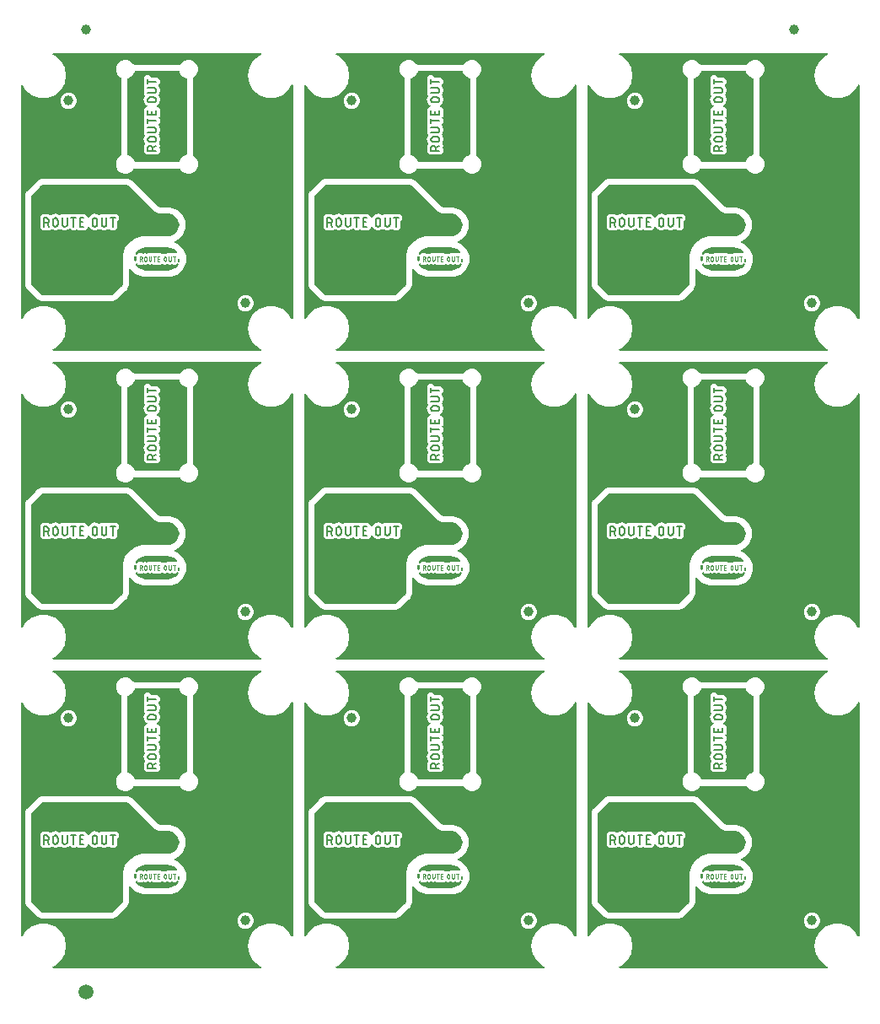
<source format=gtl>
G04 EAGLE Gerber RS-274X export*
G75*
%MOMM*%
%FSLAX34Y34*%
%LPD*%
%INTop Copper*%
%IPPOS*%
%AMOC8*
5,1,8,0,0,1.08239X$1,22.5*%
G01*
%ADD10C,0.152400*%
%ADD11C,0.076200*%
%ADD12C,1.000000*%
%ADD13C,1.500000*%

G36*
X243661Y312944D02*
X243661Y312944D01*
X243769Y312952D01*
X243801Y312964D01*
X243836Y312969D01*
X243934Y313013D01*
X244035Y313050D01*
X244063Y313071D01*
X244095Y313085D01*
X244177Y313154D01*
X244264Y313218D01*
X244286Y313246D01*
X244312Y313268D01*
X244372Y313358D01*
X244438Y313444D01*
X244450Y313476D01*
X244470Y313505D01*
X244502Y313608D01*
X244542Y313708D01*
X244545Y313743D01*
X244556Y313776D01*
X244558Y313884D01*
X244568Y313991D01*
X244562Y314026D01*
X244563Y314060D01*
X244536Y314165D01*
X244515Y314271D01*
X244500Y314302D01*
X244491Y314335D01*
X244436Y314428D01*
X244387Y314524D01*
X244363Y314550D01*
X244346Y314580D01*
X244267Y314654D01*
X244194Y314733D01*
X244167Y314748D01*
X244138Y314774D01*
X243948Y314872D01*
X243901Y314898D01*
X242522Y315400D01*
X236415Y320524D01*
X232429Y327429D01*
X231045Y335280D01*
X232429Y343131D01*
X236415Y350035D01*
X242522Y355160D01*
X250014Y357887D01*
X257986Y357887D01*
X265478Y355160D01*
X271585Y350036D01*
X274419Y345126D01*
X274431Y345111D01*
X274439Y345093D01*
X274519Y344999D01*
X274594Y344902D01*
X274610Y344891D01*
X274623Y344876D01*
X274725Y344808D01*
X274825Y344736D01*
X274843Y344729D01*
X274859Y344719D01*
X274976Y344682D01*
X275092Y344640D01*
X275112Y344639D01*
X275130Y344633D01*
X275253Y344630D01*
X275376Y344622D01*
X275395Y344626D01*
X275414Y344625D01*
X275533Y344656D01*
X275654Y344683D01*
X275671Y344692D01*
X275690Y344697D01*
X275795Y344760D01*
X275903Y344819D01*
X275917Y344832D01*
X275934Y344842D01*
X276018Y344932D01*
X276106Y345018D01*
X276115Y345035D01*
X276129Y345049D01*
X276185Y345159D01*
X276245Y345266D01*
X276249Y345285D01*
X276258Y345303D01*
X276270Y345375D01*
X276310Y345543D01*
X276307Y345594D01*
X276314Y345634D01*
X276389Y579056D01*
X276386Y579075D01*
X276388Y579095D01*
X276366Y579216D01*
X276349Y579337D01*
X276341Y579355D01*
X276338Y579375D01*
X276283Y579485D01*
X276233Y579597D01*
X276220Y579612D01*
X276211Y579630D01*
X276129Y579720D01*
X276049Y579814D01*
X276033Y579825D01*
X276020Y579839D01*
X275915Y579904D01*
X275813Y579972D01*
X275794Y579977D01*
X275777Y579988D01*
X275658Y580020D01*
X275542Y580057D01*
X275522Y580058D01*
X275503Y580063D01*
X275380Y580062D01*
X275258Y580065D01*
X275238Y580060D01*
X275219Y580060D01*
X275101Y580024D01*
X274982Y579993D01*
X274966Y579983D01*
X274947Y579977D01*
X274843Y579910D01*
X274738Y579848D01*
X274725Y579834D01*
X274708Y579823D01*
X274661Y579766D01*
X274543Y579641D01*
X274520Y579595D01*
X274494Y579564D01*
X271585Y574525D01*
X265478Y569400D01*
X257986Y566673D01*
X250014Y566673D01*
X242522Y569400D01*
X236415Y574524D01*
X232429Y581429D01*
X231045Y589280D01*
X232429Y597131D01*
X236415Y604035D01*
X242522Y609160D01*
X243901Y609662D01*
X243997Y609713D01*
X244095Y609757D01*
X244122Y609779D01*
X244152Y609796D01*
X244230Y609871D01*
X244312Y609941D01*
X244331Y609969D01*
X244356Y609994D01*
X244410Y610087D01*
X244470Y610177D01*
X244480Y610210D01*
X244497Y610240D01*
X244523Y610345D01*
X244555Y610448D01*
X244556Y610483D01*
X244565Y610517D01*
X244560Y610624D01*
X244563Y610732D01*
X244554Y610766D01*
X244553Y610801D01*
X244518Y610903D01*
X244491Y611007D01*
X244473Y611037D01*
X244462Y611070D01*
X244401Y611159D01*
X244346Y611252D01*
X244320Y611276D01*
X244301Y611304D01*
X244217Y611372D01*
X244138Y611446D01*
X244107Y611462D01*
X244081Y611484D01*
X243981Y611527D01*
X243885Y611576D01*
X243855Y611581D01*
X243819Y611596D01*
X243607Y611622D01*
X243554Y611631D01*
X35846Y611631D01*
X35739Y611616D01*
X35631Y611608D01*
X35599Y611596D01*
X35564Y611591D01*
X35466Y611547D01*
X35365Y611510D01*
X35337Y611489D01*
X35305Y611475D01*
X35223Y611406D01*
X35136Y611342D01*
X35114Y611314D01*
X35088Y611292D01*
X35028Y611202D01*
X34962Y611116D01*
X34950Y611084D01*
X34930Y611055D01*
X34898Y610952D01*
X34858Y610852D01*
X34855Y610817D01*
X34845Y610784D01*
X34842Y610676D01*
X34832Y610569D01*
X34838Y610534D01*
X34837Y610500D01*
X34864Y610395D01*
X34885Y610289D01*
X34900Y610258D01*
X34909Y610225D01*
X34964Y610132D01*
X35013Y610036D01*
X35036Y610010D01*
X35054Y609980D01*
X35133Y609906D01*
X35206Y609827D01*
X35233Y609812D01*
X35262Y609786D01*
X35452Y609688D01*
X35499Y609662D01*
X36878Y609160D01*
X42985Y604036D01*
X46971Y597131D01*
X48355Y589280D01*
X46971Y581429D01*
X42985Y574525D01*
X36878Y569400D01*
X29386Y566673D01*
X21414Y566673D01*
X13922Y569400D01*
X7815Y574524D01*
X5031Y579347D01*
X5019Y579362D01*
X5011Y579380D01*
X4931Y579474D01*
X4856Y579571D01*
X4840Y579582D01*
X4827Y579597D01*
X4725Y579666D01*
X4625Y579738D01*
X4607Y579744D01*
X4591Y579755D01*
X4473Y579792D01*
X4358Y579834D01*
X4338Y579835D01*
X4320Y579841D01*
X4197Y579844D01*
X4074Y579852D01*
X4055Y579848D01*
X4035Y579848D01*
X3917Y579817D01*
X3796Y579791D01*
X3779Y579781D01*
X3760Y579776D01*
X3655Y579714D01*
X3546Y579655D01*
X3533Y579641D01*
X3516Y579631D01*
X3432Y579542D01*
X3344Y579455D01*
X3335Y579438D01*
X3321Y579424D01*
X3265Y579314D01*
X3205Y579207D01*
X3201Y579188D01*
X3192Y579171D01*
X3180Y579098D01*
X3140Y578930D01*
X3143Y578879D01*
X3136Y578840D01*
X3061Y345591D01*
X3064Y345571D01*
X3062Y345551D01*
X3084Y345431D01*
X3101Y345309D01*
X3109Y345291D01*
X3112Y345272D01*
X3167Y345162D01*
X3217Y345050D01*
X3230Y345035D01*
X3239Y345017D01*
X3321Y344926D01*
X3401Y344833D01*
X3417Y344822D01*
X3430Y344807D01*
X3535Y344743D01*
X3637Y344675D01*
X3656Y344669D01*
X3673Y344659D01*
X3792Y344626D01*
X3908Y344589D01*
X3928Y344589D01*
X3947Y344583D01*
X4070Y344585D01*
X4192Y344582D01*
X4211Y344587D01*
X4231Y344587D01*
X4349Y344623D01*
X4468Y344653D01*
X4484Y344664D01*
X4503Y344669D01*
X4607Y344736D01*
X4712Y344799D01*
X4725Y344813D01*
X4742Y344824D01*
X4789Y344881D01*
X4907Y345006D01*
X4930Y345052D01*
X4956Y345083D01*
X7815Y350035D01*
X13922Y355160D01*
X21414Y357887D01*
X29386Y357887D01*
X36878Y355160D01*
X42985Y350036D01*
X46971Y343131D01*
X48355Y335280D01*
X46971Y327429D01*
X42985Y320525D01*
X36878Y315400D01*
X35499Y314898D01*
X35403Y314847D01*
X35305Y314803D01*
X35278Y314781D01*
X35248Y314764D01*
X35170Y314689D01*
X35088Y314619D01*
X35069Y314591D01*
X35044Y314566D01*
X34990Y314473D01*
X34930Y314383D01*
X34920Y314350D01*
X34903Y314320D01*
X34877Y314215D01*
X34844Y314112D01*
X34844Y314077D01*
X34835Y314043D01*
X34840Y313936D01*
X34837Y313828D01*
X34846Y313794D01*
X34847Y313759D01*
X34882Y313657D01*
X34909Y313553D01*
X34927Y313523D01*
X34938Y313490D01*
X34999Y313401D01*
X35054Y313308D01*
X35080Y313284D01*
X35099Y313256D01*
X35183Y313188D01*
X35262Y313114D01*
X35293Y313098D01*
X35319Y313076D01*
X35419Y313033D01*
X35515Y312984D01*
X35545Y312979D01*
X35581Y312964D01*
X35793Y312938D01*
X35846Y312929D01*
X243554Y312929D01*
X243661Y312944D01*
G37*
G36*
X528166Y3064D02*
X528166Y3064D01*
X528274Y3072D01*
X528307Y3084D01*
X528341Y3089D01*
X528440Y3133D01*
X528541Y3170D01*
X528569Y3191D01*
X528601Y3205D01*
X528683Y3274D01*
X528770Y3338D01*
X528791Y3366D01*
X528818Y3388D01*
X528877Y3478D01*
X528943Y3564D01*
X528956Y3596D01*
X528975Y3625D01*
X529008Y3728D01*
X529047Y3828D01*
X529050Y3863D01*
X529061Y3896D01*
X529064Y4004D01*
X529074Y4111D01*
X529067Y4146D01*
X529068Y4180D01*
X529041Y4285D01*
X529021Y4391D01*
X529005Y4422D01*
X528996Y4455D01*
X528941Y4548D01*
X528893Y4644D01*
X528869Y4670D01*
X528851Y4700D01*
X528772Y4774D01*
X528699Y4853D01*
X528672Y4868D01*
X528644Y4894D01*
X528453Y4992D01*
X528407Y5018D01*
X527028Y5520D01*
X520921Y10644D01*
X516934Y17549D01*
X515550Y25400D01*
X516934Y33251D01*
X520920Y40155D01*
X527028Y45280D01*
X534519Y48007D01*
X542492Y48007D01*
X549983Y45280D01*
X556090Y40156D01*
X558925Y35246D01*
X558937Y35231D01*
X558945Y35213D01*
X559024Y35119D01*
X559100Y35022D01*
X559116Y35011D01*
X559128Y34996D01*
X559230Y34928D01*
X559330Y34856D01*
X559349Y34849D01*
X559365Y34839D01*
X559482Y34802D01*
X559598Y34760D01*
X559617Y34759D01*
X559636Y34753D01*
X559758Y34750D01*
X559882Y34742D01*
X559901Y34746D01*
X559920Y34745D01*
X560039Y34776D01*
X560159Y34803D01*
X560176Y34812D01*
X560195Y34817D01*
X560300Y34880D01*
X560409Y34939D01*
X560423Y34952D01*
X560439Y34962D01*
X560523Y35052D01*
X560611Y35138D01*
X560621Y35155D01*
X560634Y35169D01*
X560690Y35279D01*
X560750Y35386D01*
X560755Y35405D01*
X560764Y35423D01*
X560776Y35495D01*
X560815Y35663D01*
X560812Y35714D01*
X560819Y35754D01*
X560894Y269176D01*
X560891Y269195D01*
X560893Y269215D01*
X560872Y269336D01*
X560855Y269457D01*
X560846Y269475D01*
X560843Y269495D01*
X560788Y269605D01*
X560738Y269717D01*
X560726Y269732D01*
X560717Y269750D01*
X560634Y269840D01*
X560555Y269934D01*
X560538Y269945D01*
X560525Y269959D01*
X560420Y270024D01*
X560318Y270092D01*
X560299Y270097D01*
X560283Y270108D01*
X560164Y270140D01*
X560047Y270177D01*
X560027Y270178D01*
X560008Y270183D01*
X559885Y270182D01*
X559763Y270185D01*
X559744Y270180D01*
X559724Y270180D01*
X559606Y270144D01*
X559488Y270113D01*
X559471Y270103D01*
X559452Y270097D01*
X559349Y270030D01*
X559243Y269968D01*
X559230Y269954D01*
X559213Y269943D01*
X559166Y269886D01*
X559049Y269761D01*
X559025Y269715D01*
X559000Y269684D01*
X556090Y264645D01*
X549983Y259520D01*
X542492Y256793D01*
X534519Y256793D01*
X527028Y259520D01*
X520921Y264644D01*
X516934Y271549D01*
X515550Y279400D01*
X516934Y287251D01*
X520920Y294155D01*
X527028Y299280D01*
X528407Y299782D01*
X528502Y299833D01*
X528601Y299877D01*
X528627Y299899D01*
X528658Y299916D01*
X528735Y299991D01*
X528818Y300061D01*
X528837Y300089D01*
X528862Y300114D01*
X528915Y300207D01*
X528975Y300297D01*
X528986Y300330D01*
X529003Y300360D01*
X529028Y300465D01*
X529061Y300568D01*
X529062Y300603D01*
X529070Y300637D01*
X529065Y300744D01*
X529068Y300852D01*
X529059Y300886D01*
X529058Y300921D01*
X529024Y301023D01*
X528996Y301127D01*
X528979Y301157D01*
X528968Y301190D01*
X528906Y301279D01*
X528851Y301372D01*
X528826Y301396D01*
X528806Y301424D01*
X528723Y301492D01*
X528644Y301566D01*
X528613Y301582D01*
X528586Y301604D01*
X528487Y301647D01*
X528391Y301696D01*
X528360Y301701D01*
X528325Y301716D01*
X528112Y301742D01*
X528060Y301751D01*
X320351Y301751D01*
X320244Y301736D01*
X320137Y301728D01*
X320104Y301716D01*
X320070Y301711D01*
X319971Y301667D01*
X319870Y301630D01*
X319842Y301609D01*
X319810Y301595D01*
X319728Y301526D01*
X319641Y301462D01*
X319620Y301434D01*
X319593Y301412D01*
X319533Y301322D01*
X319468Y301236D01*
X319455Y301204D01*
X319436Y301175D01*
X319403Y301072D01*
X319364Y300972D01*
X319360Y300937D01*
X319350Y300904D01*
X319347Y300796D01*
X319337Y300689D01*
X319343Y300654D01*
X319343Y300620D01*
X319370Y300515D01*
X319390Y300409D01*
X319406Y300378D01*
X319414Y300345D01*
X319470Y300252D01*
X319518Y300156D01*
X319542Y300130D01*
X319560Y300100D01*
X319638Y300026D01*
X319712Y299947D01*
X319739Y299932D01*
X319767Y299906D01*
X319958Y299808D01*
X320004Y299782D01*
X321383Y299280D01*
X327490Y294156D01*
X331477Y287251D01*
X332861Y279400D01*
X331476Y271549D01*
X327490Y264645D01*
X321383Y259520D01*
X313892Y256793D01*
X305919Y256793D01*
X298428Y259520D01*
X292321Y264644D01*
X289536Y269467D01*
X289524Y269482D01*
X289516Y269500D01*
X289437Y269594D01*
X289361Y269691D01*
X289345Y269702D01*
X289333Y269717D01*
X289230Y269786D01*
X289131Y269858D01*
X289112Y269864D01*
X289096Y269875D01*
X288979Y269912D01*
X288863Y269954D01*
X288844Y269955D01*
X288825Y269961D01*
X288702Y269964D01*
X288579Y269972D01*
X288560Y269968D01*
X288541Y269968D01*
X288422Y269937D01*
X288302Y269911D01*
X288285Y269901D01*
X288266Y269896D01*
X288160Y269834D01*
X288052Y269775D01*
X288038Y269761D01*
X288021Y269751D01*
X287937Y269662D01*
X287850Y269575D01*
X287840Y269558D01*
X287827Y269544D01*
X287771Y269434D01*
X287711Y269327D01*
X287706Y269308D01*
X287697Y269291D01*
X287685Y269218D01*
X287646Y269050D01*
X287648Y268999D01*
X287642Y268960D01*
X287567Y35711D01*
X287569Y35691D01*
X287567Y35671D01*
X287589Y35551D01*
X287606Y35429D01*
X287614Y35411D01*
X287618Y35392D01*
X287672Y35282D01*
X287722Y35170D01*
X287735Y35155D01*
X287744Y35137D01*
X287827Y35046D01*
X287906Y34953D01*
X287922Y34942D01*
X287936Y34927D01*
X288041Y34863D01*
X288143Y34795D01*
X288161Y34789D01*
X288178Y34779D01*
X288297Y34746D01*
X288414Y34709D01*
X288433Y34709D01*
X288452Y34703D01*
X288575Y34705D01*
X288698Y34702D01*
X288717Y34707D01*
X288737Y34707D01*
X288854Y34743D01*
X288973Y34773D01*
X288990Y34784D01*
X289009Y34789D01*
X289112Y34856D01*
X289217Y34919D01*
X289231Y34933D01*
X289247Y34944D01*
X289294Y35001D01*
X289412Y35126D01*
X289435Y35172D01*
X289461Y35203D01*
X292320Y40155D01*
X298428Y45280D01*
X305919Y48007D01*
X313892Y48007D01*
X321383Y45280D01*
X327490Y40156D01*
X331476Y33251D01*
X332861Y25400D01*
X331476Y17549D01*
X327490Y10645D01*
X321383Y5520D01*
X320004Y5018D01*
X319909Y4967D01*
X319810Y4923D01*
X319784Y4901D01*
X319753Y4884D01*
X319676Y4809D01*
X319593Y4739D01*
X319574Y4711D01*
X319549Y4686D01*
X319496Y4593D01*
X319436Y4503D01*
X319425Y4470D01*
X319408Y4440D01*
X319382Y4335D01*
X319350Y4232D01*
X319349Y4197D01*
X319341Y4163D01*
X319345Y4056D01*
X319343Y3948D01*
X319351Y3914D01*
X319353Y3879D01*
X319387Y3777D01*
X319414Y3673D01*
X319432Y3643D01*
X319443Y3610D01*
X319505Y3521D01*
X319560Y3428D01*
X319585Y3404D01*
X319605Y3376D01*
X319688Y3308D01*
X319767Y3234D01*
X319798Y3218D01*
X319825Y3196D01*
X319924Y3153D01*
X320020Y3104D01*
X320051Y3099D01*
X320086Y3084D01*
X320299Y3058D01*
X320351Y3049D01*
X528060Y3049D01*
X528166Y3064D01*
G37*
G36*
X243661Y3064D02*
X243661Y3064D01*
X243769Y3072D01*
X243801Y3084D01*
X243836Y3089D01*
X243934Y3133D01*
X244035Y3170D01*
X244063Y3191D01*
X244095Y3205D01*
X244177Y3274D01*
X244264Y3338D01*
X244286Y3366D01*
X244312Y3388D01*
X244372Y3478D01*
X244438Y3564D01*
X244450Y3596D01*
X244470Y3625D01*
X244502Y3728D01*
X244542Y3828D01*
X244545Y3863D01*
X244556Y3896D01*
X244558Y4004D01*
X244568Y4111D01*
X244562Y4146D01*
X244563Y4180D01*
X244536Y4285D01*
X244515Y4391D01*
X244500Y4422D01*
X244491Y4455D01*
X244436Y4548D01*
X244387Y4644D01*
X244363Y4670D01*
X244346Y4700D01*
X244267Y4774D01*
X244194Y4853D01*
X244167Y4868D01*
X244138Y4894D01*
X243948Y4992D01*
X243901Y5018D01*
X242522Y5520D01*
X236415Y10644D01*
X232429Y17549D01*
X231045Y25400D01*
X232429Y33251D01*
X236415Y40155D01*
X242522Y45280D01*
X250014Y48007D01*
X257986Y48007D01*
X265478Y45280D01*
X271585Y40156D01*
X274419Y35246D01*
X274431Y35231D01*
X274439Y35213D01*
X274519Y35119D01*
X274594Y35022D01*
X274610Y35011D01*
X274623Y34996D01*
X274725Y34928D01*
X274825Y34856D01*
X274843Y34849D01*
X274859Y34839D01*
X274976Y34802D01*
X275092Y34760D01*
X275112Y34759D01*
X275130Y34753D01*
X275253Y34750D01*
X275376Y34742D01*
X275395Y34746D01*
X275414Y34745D01*
X275533Y34776D01*
X275654Y34803D01*
X275671Y34812D01*
X275690Y34817D01*
X275795Y34880D01*
X275903Y34939D01*
X275917Y34952D01*
X275934Y34962D01*
X276018Y35052D01*
X276106Y35138D01*
X276115Y35155D01*
X276129Y35169D01*
X276185Y35279D01*
X276245Y35386D01*
X276249Y35405D01*
X276258Y35423D01*
X276270Y35495D01*
X276310Y35663D01*
X276307Y35714D01*
X276314Y35754D01*
X276389Y269176D01*
X276386Y269195D01*
X276388Y269215D01*
X276366Y269336D01*
X276349Y269457D01*
X276341Y269475D01*
X276338Y269495D01*
X276283Y269605D01*
X276233Y269717D01*
X276220Y269732D01*
X276211Y269750D01*
X276129Y269840D01*
X276049Y269934D01*
X276033Y269945D01*
X276020Y269959D01*
X275915Y270024D01*
X275813Y270092D01*
X275794Y270097D01*
X275777Y270108D01*
X275658Y270140D01*
X275542Y270177D01*
X275522Y270178D01*
X275503Y270183D01*
X275380Y270182D01*
X275258Y270185D01*
X275238Y270180D01*
X275219Y270180D01*
X275101Y270144D01*
X274982Y270113D01*
X274966Y270103D01*
X274947Y270097D01*
X274843Y270030D01*
X274738Y269968D01*
X274725Y269954D01*
X274708Y269943D01*
X274661Y269886D01*
X274543Y269761D01*
X274520Y269715D01*
X274494Y269684D01*
X271585Y264645D01*
X265478Y259520D01*
X257986Y256793D01*
X250014Y256793D01*
X242522Y259520D01*
X236415Y264644D01*
X232429Y271549D01*
X231045Y279400D01*
X232429Y287251D01*
X236415Y294155D01*
X242522Y299280D01*
X243901Y299782D01*
X243997Y299833D01*
X244095Y299877D01*
X244122Y299899D01*
X244152Y299916D01*
X244230Y299991D01*
X244312Y300061D01*
X244331Y300089D01*
X244356Y300114D01*
X244410Y300207D01*
X244470Y300297D01*
X244480Y300330D01*
X244497Y300360D01*
X244523Y300465D01*
X244555Y300568D01*
X244556Y300603D01*
X244565Y300637D01*
X244560Y300744D01*
X244563Y300852D01*
X244554Y300886D01*
X244553Y300921D01*
X244518Y301023D01*
X244491Y301127D01*
X244473Y301157D01*
X244462Y301190D01*
X244401Y301279D01*
X244346Y301372D01*
X244320Y301396D01*
X244301Y301424D01*
X244217Y301492D01*
X244138Y301566D01*
X244107Y301582D01*
X244081Y301604D01*
X243981Y301647D01*
X243885Y301696D01*
X243855Y301701D01*
X243819Y301716D01*
X243607Y301742D01*
X243554Y301751D01*
X35846Y301751D01*
X35739Y301736D01*
X35631Y301728D01*
X35599Y301716D01*
X35564Y301711D01*
X35466Y301667D01*
X35365Y301630D01*
X35337Y301609D01*
X35305Y301595D01*
X35223Y301526D01*
X35136Y301462D01*
X35114Y301434D01*
X35088Y301412D01*
X35028Y301322D01*
X34962Y301236D01*
X34950Y301204D01*
X34930Y301175D01*
X34898Y301072D01*
X34858Y300972D01*
X34855Y300937D01*
X34845Y300904D01*
X34842Y300796D01*
X34832Y300689D01*
X34838Y300654D01*
X34837Y300620D01*
X34864Y300515D01*
X34885Y300409D01*
X34900Y300378D01*
X34909Y300345D01*
X34964Y300252D01*
X35013Y300156D01*
X35036Y300130D01*
X35054Y300100D01*
X35133Y300026D01*
X35206Y299947D01*
X35233Y299932D01*
X35262Y299906D01*
X35452Y299808D01*
X35499Y299782D01*
X36878Y299280D01*
X42985Y294156D01*
X46971Y287251D01*
X48355Y279400D01*
X46971Y271549D01*
X42985Y264645D01*
X36878Y259520D01*
X29386Y256793D01*
X21414Y256793D01*
X13922Y259520D01*
X7815Y264644D01*
X5031Y269467D01*
X5019Y269482D01*
X5011Y269500D01*
X4931Y269594D01*
X4856Y269691D01*
X4840Y269702D01*
X4827Y269717D01*
X4725Y269786D01*
X4625Y269858D01*
X4607Y269864D01*
X4591Y269875D01*
X4473Y269912D01*
X4358Y269954D01*
X4338Y269955D01*
X4320Y269961D01*
X4197Y269964D01*
X4074Y269972D01*
X4055Y269968D01*
X4035Y269968D01*
X3917Y269937D01*
X3796Y269911D01*
X3779Y269901D01*
X3760Y269896D01*
X3655Y269834D01*
X3546Y269775D01*
X3533Y269761D01*
X3516Y269751D01*
X3432Y269662D01*
X3344Y269575D01*
X3335Y269558D01*
X3321Y269544D01*
X3265Y269434D01*
X3205Y269327D01*
X3201Y269308D01*
X3192Y269291D01*
X3180Y269218D01*
X3140Y269050D01*
X3143Y268999D01*
X3136Y268960D01*
X3061Y35711D01*
X3064Y35691D01*
X3062Y35671D01*
X3084Y35551D01*
X3101Y35429D01*
X3109Y35411D01*
X3112Y35392D01*
X3167Y35282D01*
X3217Y35170D01*
X3230Y35155D01*
X3239Y35137D01*
X3321Y35046D01*
X3401Y34953D01*
X3417Y34942D01*
X3430Y34927D01*
X3535Y34863D01*
X3637Y34795D01*
X3656Y34789D01*
X3673Y34779D01*
X3792Y34746D01*
X3908Y34709D01*
X3928Y34709D01*
X3947Y34703D01*
X4070Y34705D01*
X4192Y34702D01*
X4211Y34707D01*
X4231Y34707D01*
X4349Y34743D01*
X4468Y34773D01*
X4484Y34784D01*
X4503Y34789D01*
X4607Y34856D01*
X4712Y34919D01*
X4725Y34933D01*
X4742Y34944D01*
X4789Y35001D01*
X4907Y35126D01*
X4930Y35171D01*
X4956Y35203D01*
X7815Y40156D01*
X13922Y45280D01*
X21414Y48007D01*
X29386Y48007D01*
X36878Y45280D01*
X42985Y40156D01*
X46971Y33251D01*
X48355Y25400D01*
X46971Y17549D01*
X42985Y10645D01*
X36878Y5520D01*
X35499Y5018D01*
X35403Y4967D01*
X35305Y4923D01*
X35278Y4901D01*
X35248Y4884D01*
X35170Y4809D01*
X35088Y4739D01*
X35069Y4711D01*
X35044Y4686D01*
X34990Y4593D01*
X34930Y4503D01*
X34920Y4470D01*
X34903Y4440D01*
X34877Y4335D01*
X34844Y4232D01*
X34844Y4197D01*
X34835Y4163D01*
X34840Y4056D01*
X34837Y3948D01*
X34846Y3914D01*
X34847Y3879D01*
X34882Y3777D01*
X34909Y3673D01*
X34927Y3643D01*
X34938Y3610D01*
X34999Y3521D01*
X35054Y3428D01*
X35080Y3404D01*
X35099Y3376D01*
X35183Y3308D01*
X35262Y3234D01*
X35293Y3218D01*
X35319Y3196D01*
X35419Y3153D01*
X35515Y3104D01*
X35545Y3099D01*
X35581Y3084D01*
X35793Y3058D01*
X35846Y3049D01*
X243554Y3049D01*
X243661Y3064D01*
G37*
G36*
X528166Y312944D02*
X528166Y312944D01*
X528274Y312952D01*
X528307Y312964D01*
X528341Y312969D01*
X528440Y313013D01*
X528541Y313050D01*
X528569Y313071D01*
X528601Y313085D01*
X528683Y313154D01*
X528770Y313218D01*
X528791Y313246D01*
X528818Y313268D01*
X528877Y313358D01*
X528943Y313444D01*
X528956Y313476D01*
X528975Y313505D01*
X529008Y313608D01*
X529047Y313708D01*
X529050Y313743D01*
X529061Y313776D01*
X529064Y313884D01*
X529074Y313991D01*
X529067Y314026D01*
X529068Y314060D01*
X529041Y314165D01*
X529021Y314271D01*
X529005Y314302D01*
X528996Y314335D01*
X528941Y314428D01*
X528893Y314524D01*
X528869Y314550D01*
X528851Y314580D01*
X528772Y314654D01*
X528699Y314733D01*
X528672Y314748D01*
X528644Y314774D01*
X528453Y314872D01*
X528407Y314898D01*
X527028Y315400D01*
X520921Y320524D01*
X516934Y327429D01*
X515550Y335280D01*
X516934Y343131D01*
X520920Y350035D01*
X527028Y355160D01*
X534519Y357887D01*
X542492Y357887D01*
X549983Y355160D01*
X556090Y350036D01*
X558925Y345126D01*
X558937Y345111D01*
X558945Y345093D01*
X559024Y344999D01*
X559100Y344902D01*
X559116Y344891D01*
X559128Y344876D01*
X559230Y344808D01*
X559330Y344736D01*
X559349Y344729D01*
X559365Y344719D01*
X559482Y344682D01*
X559598Y344640D01*
X559617Y344639D01*
X559636Y344633D01*
X559758Y344630D01*
X559882Y344622D01*
X559901Y344626D01*
X559920Y344625D01*
X560039Y344656D01*
X560159Y344683D01*
X560176Y344692D01*
X560195Y344697D01*
X560300Y344760D01*
X560409Y344819D01*
X560423Y344832D01*
X560439Y344842D01*
X560523Y344932D01*
X560611Y345018D01*
X560621Y345035D01*
X560634Y345049D01*
X560690Y345159D01*
X560750Y345266D01*
X560755Y345285D01*
X560764Y345303D01*
X560776Y345375D01*
X560815Y345543D01*
X560812Y345594D01*
X560819Y345634D01*
X560894Y579056D01*
X560891Y579075D01*
X560893Y579095D01*
X560872Y579216D01*
X560855Y579337D01*
X560846Y579355D01*
X560843Y579375D01*
X560788Y579485D01*
X560738Y579597D01*
X560726Y579612D01*
X560717Y579630D01*
X560634Y579720D01*
X560555Y579814D01*
X560538Y579825D01*
X560525Y579839D01*
X560420Y579904D01*
X560318Y579972D01*
X560299Y579977D01*
X560283Y579988D01*
X560164Y580020D01*
X560047Y580057D01*
X560027Y580058D01*
X560008Y580063D01*
X559885Y580062D01*
X559763Y580065D01*
X559744Y580060D01*
X559724Y580060D01*
X559606Y580024D01*
X559488Y579993D01*
X559471Y579983D01*
X559452Y579977D01*
X559349Y579910D01*
X559243Y579848D01*
X559230Y579834D01*
X559213Y579823D01*
X559166Y579766D01*
X559049Y579641D01*
X559025Y579595D01*
X559000Y579564D01*
X556090Y574525D01*
X549983Y569400D01*
X542492Y566673D01*
X534519Y566673D01*
X527028Y569400D01*
X520921Y574524D01*
X516934Y581429D01*
X515550Y589280D01*
X516934Y597131D01*
X520920Y604035D01*
X527028Y609160D01*
X528407Y609662D01*
X528502Y609713D01*
X528601Y609757D01*
X528627Y609779D01*
X528658Y609796D01*
X528735Y609871D01*
X528818Y609941D01*
X528837Y609969D01*
X528862Y609994D01*
X528915Y610087D01*
X528975Y610177D01*
X528986Y610210D01*
X529003Y610240D01*
X529028Y610345D01*
X529061Y610448D01*
X529062Y610483D01*
X529070Y610517D01*
X529065Y610624D01*
X529068Y610732D01*
X529059Y610766D01*
X529058Y610801D01*
X529024Y610903D01*
X528996Y611007D01*
X528979Y611037D01*
X528968Y611070D01*
X528906Y611159D01*
X528851Y611252D01*
X528826Y611276D01*
X528806Y611304D01*
X528723Y611372D01*
X528644Y611446D01*
X528613Y611462D01*
X528586Y611484D01*
X528487Y611527D01*
X528391Y611576D01*
X528360Y611581D01*
X528325Y611596D01*
X528112Y611622D01*
X528060Y611631D01*
X320351Y611631D01*
X320244Y611616D01*
X320137Y611608D01*
X320104Y611596D01*
X320070Y611591D01*
X319971Y611547D01*
X319870Y611510D01*
X319842Y611489D01*
X319810Y611475D01*
X319728Y611406D01*
X319641Y611342D01*
X319620Y611314D01*
X319593Y611292D01*
X319534Y611202D01*
X319468Y611116D01*
X319455Y611084D01*
X319436Y611055D01*
X319403Y610952D01*
X319364Y610852D01*
X319360Y610817D01*
X319350Y610784D01*
X319347Y610676D01*
X319337Y610569D01*
X319343Y610534D01*
X319343Y610500D01*
X319370Y610395D01*
X319390Y610289D01*
X319406Y610258D01*
X319414Y610225D01*
X319470Y610132D01*
X319518Y610036D01*
X319542Y610010D01*
X319560Y609980D01*
X319638Y609906D01*
X319712Y609827D01*
X319739Y609812D01*
X319767Y609786D01*
X319958Y609688D01*
X320004Y609662D01*
X321383Y609160D01*
X327490Y604036D01*
X331476Y597131D01*
X332861Y589280D01*
X331476Y581429D01*
X327490Y574525D01*
X321383Y569400D01*
X313892Y566673D01*
X305919Y566673D01*
X298428Y569400D01*
X292321Y574524D01*
X289536Y579347D01*
X289524Y579362D01*
X289516Y579380D01*
X289437Y579474D01*
X289361Y579571D01*
X289345Y579582D01*
X289333Y579597D01*
X289230Y579665D01*
X289131Y579738D01*
X289112Y579744D01*
X289096Y579755D01*
X288979Y579792D01*
X288863Y579834D01*
X288844Y579835D01*
X288825Y579841D01*
X288702Y579844D01*
X288579Y579852D01*
X288560Y579848D01*
X288541Y579848D01*
X288422Y579817D01*
X288302Y579791D01*
X288285Y579781D01*
X288266Y579776D01*
X288160Y579714D01*
X288052Y579655D01*
X288038Y579641D01*
X288021Y579631D01*
X287938Y579542D01*
X287850Y579455D01*
X287840Y579438D01*
X287827Y579424D01*
X287771Y579315D01*
X287711Y579207D01*
X287706Y579188D01*
X287697Y579171D01*
X287685Y579098D01*
X287646Y578930D01*
X287648Y578879D01*
X287642Y578840D01*
X287567Y345591D01*
X287569Y345571D01*
X287567Y345551D01*
X287589Y345431D01*
X287606Y345309D01*
X287614Y345291D01*
X287618Y345272D01*
X287672Y345162D01*
X287722Y345050D01*
X287735Y345035D01*
X287744Y345017D01*
X287827Y344926D01*
X287906Y344833D01*
X287922Y344822D01*
X287936Y344807D01*
X288041Y344743D01*
X288143Y344675D01*
X288161Y344669D01*
X288178Y344659D01*
X288297Y344626D01*
X288414Y344589D01*
X288433Y344589D01*
X288452Y344583D01*
X288575Y344585D01*
X288698Y344582D01*
X288717Y344587D01*
X288737Y344587D01*
X288854Y344623D01*
X288973Y344653D01*
X288990Y344664D01*
X289009Y344669D01*
X289112Y344736D01*
X289217Y344799D01*
X289231Y344813D01*
X289247Y344824D01*
X289294Y344881D01*
X289412Y345006D01*
X289435Y345052D01*
X289461Y345083D01*
X292320Y350035D01*
X298428Y355160D01*
X305919Y357887D01*
X313892Y357887D01*
X321383Y355160D01*
X327490Y350036D01*
X331476Y343131D01*
X332861Y335280D01*
X331477Y327429D01*
X327490Y320525D01*
X321383Y315400D01*
X320004Y314898D01*
X319909Y314847D01*
X319810Y314803D01*
X319784Y314781D01*
X319753Y314764D01*
X319676Y314689D01*
X319593Y314619D01*
X319574Y314591D01*
X319549Y314566D01*
X319496Y314473D01*
X319436Y314383D01*
X319425Y314350D01*
X319408Y314320D01*
X319383Y314215D01*
X319350Y314112D01*
X319349Y314077D01*
X319341Y314043D01*
X319345Y313936D01*
X319343Y313828D01*
X319351Y313794D01*
X319353Y313759D01*
X319387Y313657D01*
X319414Y313553D01*
X319432Y313523D01*
X319443Y313490D01*
X319505Y313401D01*
X319560Y313308D01*
X319585Y313284D01*
X319605Y313256D01*
X319688Y313188D01*
X319767Y313114D01*
X319798Y313098D01*
X319825Y313076D01*
X319924Y313033D01*
X320020Y312984D01*
X320051Y312979D01*
X320086Y312964D01*
X320299Y312938D01*
X320351Y312929D01*
X528060Y312929D01*
X528166Y312944D01*
G37*
G36*
X243661Y622824D02*
X243661Y622824D01*
X243769Y622832D01*
X243801Y622844D01*
X243836Y622849D01*
X243934Y622893D01*
X244035Y622930D01*
X244063Y622951D01*
X244095Y622965D01*
X244177Y623034D01*
X244264Y623098D01*
X244286Y623126D01*
X244312Y623148D01*
X244372Y623238D01*
X244438Y623324D01*
X244450Y623356D01*
X244470Y623385D01*
X244502Y623488D01*
X244542Y623588D01*
X244545Y623623D01*
X244555Y623656D01*
X244558Y623764D01*
X244568Y623871D01*
X244562Y623906D01*
X244563Y623940D01*
X244536Y624045D01*
X244515Y624151D01*
X244500Y624182D01*
X244491Y624215D01*
X244436Y624308D01*
X244387Y624404D01*
X244364Y624430D01*
X244346Y624460D01*
X244267Y624534D01*
X244194Y624613D01*
X244167Y624628D01*
X244138Y624654D01*
X243948Y624752D01*
X243901Y624778D01*
X242522Y625280D01*
X236415Y630404D01*
X232429Y637309D01*
X231045Y645160D01*
X232429Y653011D01*
X236415Y659915D01*
X242522Y665040D01*
X250014Y667767D01*
X257986Y667767D01*
X265478Y665040D01*
X271585Y659916D01*
X274419Y655006D01*
X274431Y654991D01*
X274439Y654973D01*
X274519Y654879D01*
X274594Y654782D01*
X274610Y654771D01*
X274623Y654756D01*
X274725Y654688D01*
X274825Y654616D01*
X274843Y654609D01*
X274859Y654599D01*
X274976Y654562D01*
X275092Y654520D01*
X275112Y654519D01*
X275130Y654513D01*
X275253Y654510D01*
X275376Y654502D01*
X275395Y654506D01*
X275414Y654505D01*
X275533Y654536D01*
X275654Y654563D01*
X275671Y654572D01*
X275690Y654577D01*
X275795Y654640D01*
X275903Y654699D01*
X275917Y654712D01*
X275934Y654722D01*
X276018Y654812D01*
X276106Y654898D01*
X276115Y654915D01*
X276129Y654929D01*
X276185Y655039D01*
X276245Y655146D01*
X276249Y655165D01*
X276258Y655183D01*
X276270Y655255D01*
X276310Y655423D01*
X276307Y655474D01*
X276314Y655514D01*
X276389Y888936D01*
X276386Y888955D01*
X276388Y888975D01*
X276366Y889096D01*
X276349Y889217D01*
X276341Y889235D01*
X276338Y889255D01*
X276283Y889365D01*
X276233Y889477D01*
X276220Y889492D01*
X276211Y889510D01*
X276129Y889600D01*
X276049Y889694D01*
X276033Y889705D01*
X276020Y889719D01*
X275915Y889784D01*
X275813Y889852D01*
X275794Y889857D01*
X275777Y889868D01*
X275658Y889900D01*
X275542Y889937D01*
X275522Y889938D01*
X275503Y889943D01*
X275380Y889942D01*
X275258Y889945D01*
X275238Y889940D01*
X275219Y889940D01*
X275101Y889904D01*
X274982Y889873D01*
X274966Y889863D01*
X274947Y889857D01*
X274843Y889790D01*
X274738Y889728D01*
X274725Y889714D01*
X274708Y889703D01*
X274661Y889646D01*
X274543Y889521D01*
X274520Y889475D01*
X274494Y889444D01*
X271585Y884405D01*
X265478Y879280D01*
X257986Y876553D01*
X250014Y876553D01*
X242522Y879280D01*
X236415Y884404D01*
X232429Y891309D01*
X231045Y899160D01*
X232429Y907011D01*
X236415Y913915D01*
X242522Y919040D01*
X243901Y919542D01*
X243997Y919593D01*
X244095Y919637D01*
X244122Y919659D01*
X244152Y919676D01*
X244230Y919751D01*
X244312Y919821D01*
X244331Y919849D01*
X244356Y919874D01*
X244410Y919967D01*
X244470Y920057D01*
X244480Y920090D01*
X244497Y920120D01*
X244523Y920225D01*
X244556Y920328D01*
X244556Y920363D01*
X244565Y920397D01*
X244560Y920504D01*
X244563Y920612D01*
X244554Y920646D01*
X244553Y920681D01*
X244518Y920783D01*
X244491Y920887D01*
X244473Y920917D01*
X244462Y920950D01*
X244401Y921039D01*
X244346Y921132D01*
X244320Y921156D01*
X244301Y921184D01*
X244217Y921252D01*
X244138Y921326D01*
X244107Y921342D01*
X244081Y921364D01*
X243981Y921407D01*
X243885Y921456D01*
X243855Y921461D01*
X243819Y921476D01*
X243607Y921502D01*
X243554Y921511D01*
X35846Y921511D01*
X35739Y921496D01*
X35631Y921488D01*
X35599Y921476D01*
X35564Y921471D01*
X35466Y921427D01*
X35365Y921390D01*
X35337Y921369D01*
X35305Y921355D01*
X35223Y921286D01*
X35136Y921222D01*
X35114Y921194D01*
X35088Y921172D01*
X35028Y921082D01*
X34962Y920996D01*
X34950Y920964D01*
X34930Y920935D01*
X34898Y920832D01*
X34858Y920732D01*
X34855Y920697D01*
X34844Y920664D01*
X34842Y920556D01*
X34832Y920449D01*
X34838Y920414D01*
X34837Y920380D01*
X34864Y920275D01*
X34885Y920169D01*
X34900Y920138D01*
X34909Y920105D01*
X34964Y920012D01*
X35013Y919916D01*
X35037Y919890D01*
X35054Y919860D01*
X35133Y919786D01*
X35206Y919707D01*
X35233Y919692D01*
X35262Y919666D01*
X35452Y919568D01*
X35499Y919542D01*
X36878Y919040D01*
X42985Y913916D01*
X46971Y907011D01*
X48355Y899160D01*
X46971Y891309D01*
X42985Y884405D01*
X36878Y879280D01*
X29386Y876553D01*
X21414Y876553D01*
X13922Y879280D01*
X7815Y884404D01*
X5031Y889227D01*
X5019Y889242D01*
X5011Y889260D01*
X4931Y889354D01*
X4856Y889451D01*
X4840Y889462D01*
X4827Y889477D01*
X4725Y889545D01*
X4625Y889618D01*
X4607Y889624D01*
X4591Y889635D01*
X4474Y889672D01*
X4358Y889714D01*
X4338Y889715D01*
X4320Y889721D01*
X4197Y889724D01*
X4074Y889732D01*
X4055Y889728D01*
X4035Y889728D01*
X3917Y889697D01*
X3796Y889671D01*
X3779Y889661D01*
X3760Y889656D01*
X3655Y889594D01*
X3546Y889535D01*
X3533Y889521D01*
X3516Y889511D01*
X3432Y889422D01*
X3344Y889335D01*
X3335Y889318D01*
X3321Y889304D01*
X3265Y889195D01*
X3205Y889087D01*
X3201Y889068D01*
X3192Y889051D01*
X3180Y888978D01*
X3140Y888810D01*
X3143Y888759D01*
X3136Y888720D01*
X3061Y655471D01*
X3064Y655451D01*
X3062Y655431D01*
X3084Y655311D01*
X3101Y655189D01*
X3109Y655171D01*
X3112Y655152D01*
X3167Y655042D01*
X3217Y654930D01*
X3230Y654915D01*
X3239Y654897D01*
X3321Y654806D01*
X3401Y654713D01*
X3417Y654702D01*
X3430Y654687D01*
X3535Y654623D01*
X3637Y654555D01*
X3656Y654549D01*
X3673Y654539D01*
X3792Y654506D01*
X3908Y654469D01*
X3928Y654469D01*
X3947Y654463D01*
X4070Y654465D01*
X4192Y654462D01*
X4211Y654467D01*
X4231Y654467D01*
X4349Y654503D01*
X4468Y654533D01*
X4484Y654544D01*
X4503Y654549D01*
X4607Y654616D01*
X4712Y654679D01*
X4725Y654693D01*
X4742Y654704D01*
X4789Y654761D01*
X4907Y654886D01*
X4930Y654931D01*
X4956Y654963D01*
X7815Y659916D01*
X13922Y665040D01*
X21414Y667767D01*
X29386Y667767D01*
X36878Y665040D01*
X42985Y659916D01*
X46971Y653011D01*
X48355Y645160D01*
X46971Y637309D01*
X42985Y630405D01*
X36878Y625280D01*
X35499Y624778D01*
X35403Y624727D01*
X35305Y624683D01*
X35278Y624661D01*
X35248Y624644D01*
X35170Y624569D01*
X35088Y624499D01*
X35069Y624471D01*
X35044Y624446D01*
X34990Y624353D01*
X34930Y624263D01*
X34920Y624230D01*
X34903Y624200D01*
X34877Y624095D01*
X34845Y623992D01*
X34844Y623957D01*
X34835Y623923D01*
X34840Y623816D01*
X34837Y623708D01*
X34846Y623674D01*
X34847Y623639D01*
X34882Y623537D01*
X34909Y623433D01*
X34927Y623403D01*
X34938Y623370D01*
X34999Y623281D01*
X35054Y623188D01*
X35080Y623164D01*
X35099Y623136D01*
X35183Y623068D01*
X35262Y622994D01*
X35293Y622978D01*
X35319Y622956D01*
X35419Y622913D01*
X35515Y622864D01*
X35545Y622859D01*
X35581Y622844D01*
X35793Y622818D01*
X35846Y622809D01*
X243554Y622809D01*
X243661Y622824D01*
G37*
G36*
X812672Y312944D02*
X812672Y312944D01*
X812779Y312952D01*
X812812Y312964D01*
X812847Y312969D01*
X812945Y313013D01*
X813046Y313050D01*
X813074Y313071D01*
X813106Y313085D01*
X813188Y313154D01*
X813275Y313218D01*
X813296Y313246D01*
X813323Y313268D01*
X813383Y313358D01*
X813449Y313444D01*
X813461Y313476D01*
X813481Y313505D01*
X813513Y313608D01*
X813553Y313708D01*
X813556Y313743D01*
X813566Y313776D01*
X813569Y313884D01*
X813579Y313991D01*
X813573Y314026D01*
X813574Y314060D01*
X813546Y314165D01*
X813526Y314271D01*
X813511Y314302D01*
X813502Y314335D01*
X813447Y314428D01*
X813398Y314524D01*
X813374Y314550D01*
X813357Y314580D01*
X813278Y314654D01*
X813204Y314733D01*
X813177Y314748D01*
X813149Y314774D01*
X812959Y314872D01*
X812912Y314898D01*
X811533Y315400D01*
X805426Y320524D01*
X801440Y327429D01*
X800055Y335280D01*
X801440Y343131D01*
X805426Y350035D01*
X811533Y355160D01*
X819025Y357887D01*
X826997Y357887D01*
X834489Y355160D01*
X840596Y350036D01*
X843430Y345126D01*
X843442Y345111D01*
X843450Y345093D01*
X843529Y344999D01*
X843605Y344902D01*
X843621Y344891D01*
X843634Y344876D01*
X843736Y344808D01*
X843836Y344736D01*
X843854Y344729D01*
X843870Y344719D01*
X843987Y344682D01*
X844103Y344640D01*
X844123Y344639D01*
X844141Y344633D01*
X844264Y344630D01*
X844387Y344622D01*
X844406Y344626D01*
X844425Y344625D01*
X844544Y344656D01*
X844665Y344683D01*
X844682Y344692D01*
X844700Y344697D01*
X844806Y344760D01*
X844914Y344819D01*
X844928Y344832D01*
X844945Y344842D01*
X845029Y344932D01*
X845117Y345018D01*
X845126Y345035D01*
X845139Y345049D01*
X845195Y345159D01*
X845256Y345266D01*
X845260Y345285D01*
X845269Y345303D01*
X845281Y345375D01*
X845320Y345543D01*
X845318Y345594D01*
X845325Y345634D01*
X845400Y579056D01*
X845397Y579075D01*
X845399Y579095D01*
X845377Y579216D01*
X845360Y579337D01*
X845352Y579355D01*
X845348Y579375D01*
X845294Y579485D01*
X845244Y579597D01*
X845231Y579612D01*
X845222Y579630D01*
X845139Y579720D01*
X845060Y579814D01*
X845044Y579825D01*
X845030Y579839D01*
X844925Y579904D01*
X844824Y579972D01*
X844805Y579977D01*
X844788Y579988D01*
X844669Y580020D01*
X844553Y580057D01*
X844533Y580058D01*
X844514Y580063D01*
X844391Y580062D01*
X844268Y580065D01*
X844249Y580060D01*
X844230Y580060D01*
X844112Y580024D01*
X843993Y579993D01*
X843976Y579983D01*
X843957Y579977D01*
X843854Y579910D01*
X843749Y579848D01*
X843735Y579834D01*
X843719Y579823D01*
X843672Y579766D01*
X843554Y579641D01*
X843531Y579595D01*
X843505Y579564D01*
X840596Y574525D01*
X834489Y569400D01*
X826997Y566673D01*
X819025Y566673D01*
X811533Y569400D01*
X805426Y574524D01*
X801440Y581429D01*
X800055Y589280D01*
X801440Y597131D01*
X805426Y604035D01*
X811533Y609160D01*
X812912Y609662D01*
X813007Y609713D01*
X813106Y609757D01*
X813132Y609779D01*
X813163Y609796D01*
X813241Y609871D01*
X813323Y609941D01*
X813342Y609969D01*
X813367Y609994D01*
X813421Y610087D01*
X813481Y610177D01*
X813491Y610210D01*
X813508Y610240D01*
X813534Y610345D01*
X813566Y610448D01*
X813567Y610483D01*
X813575Y610517D01*
X813571Y610624D01*
X813574Y610732D01*
X813565Y610766D01*
X813563Y610801D01*
X813529Y610903D01*
X813502Y611007D01*
X813484Y611037D01*
X813473Y611070D01*
X813412Y611159D01*
X813357Y611252D01*
X813331Y611276D01*
X813311Y611304D01*
X813228Y611372D01*
X813149Y611446D01*
X813118Y611462D01*
X813091Y611484D01*
X812992Y611527D01*
X812896Y611576D01*
X812865Y611581D01*
X812830Y611596D01*
X812618Y611622D01*
X812565Y611631D01*
X604857Y611631D01*
X604750Y611616D01*
X604642Y611608D01*
X604610Y611596D01*
X604575Y611591D01*
X604477Y611547D01*
X604375Y611510D01*
X604347Y611489D01*
X604316Y611475D01*
X604233Y611406D01*
X604146Y611342D01*
X604125Y611314D01*
X604099Y611292D01*
X604039Y611202D01*
X603973Y611116D01*
X603960Y611084D01*
X603941Y611055D01*
X603909Y610952D01*
X603869Y610852D01*
X603866Y610817D01*
X603855Y610784D01*
X603853Y610676D01*
X603842Y610569D01*
X603849Y610534D01*
X603848Y610500D01*
X603875Y610395D01*
X603895Y610289D01*
X603911Y610258D01*
X603920Y610225D01*
X603975Y610132D01*
X604024Y610036D01*
X604047Y610010D01*
X604065Y609980D01*
X604144Y609906D01*
X604217Y609827D01*
X604244Y609812D01*
X604272Y609786D01*
X604463Y609688D01*
X604509Y609662D01*
X605889Y609160D01*
X611996Y604036D01*
X615982Y597131D01*
X617366Y589280D01*
X615982Y581429D01*
X611996Y574525D01*
X605889Y569400D01*
X598397Y566673D01*
X590425Y566673D01*
X582933Y569400D01*
X576826Y574524D01*
X574042Y579347D01*
X574030Y579362D01*
X574022Y579380D01*
X573942Y579474D01*
X573866Y579571D01*
X573851Y579582D01*
X573838Y579597D01*
X573736Y579665D01*
X573636Y579738D01*
X573618Y579744D01*
X573602Y579755D01*
X573485Y579792D01*
X573368Y579834D01*
X573349Y579835D01*
X573330Y579841D01*
X573208Y579844D01*
X573085Y579852D01*
X573066Y579848D01*
X573046Y579848D01*
X572928Y579817D01*
X572807Y579791D01*
X572790Y579781D01*
X572771Y579776D01*
X572666Y579714D01*
X572557Y579655D01*
X572543Y579641D01*
X572527Y579631D01*
X572443Y579542D01*
X572355Y579455D01*
X572345Y579438D01*
X572332Y579424D01*
X572276Y579315D01*
X572216Y579207D01*
X572212Y579188D01*
X572203Y579171D01*
X572190Y579098D01*
X572151Y578930D01*
X572154Y578879D01*
X572147Y578840D01*
X572072Y345591D01*
X572075Y345571D01*
X572073Y345551D01*
X572095Y345431D01*
X572112Y345309D01*
X572120Y345291D01*
X572123Y345272D01*
X572178Y345162D01*
X572228Y345050D01*
X572241Y345035D01*
X572249Y345017D01*
X572332Y344926D01*
X572411Y344833D01*
X572428Y344822D01*
X572441Y344807D01*
X572546Y344743D01*
X572648Y344675D01*
X572667Y344669D01*
X572684Y344659D01*
X572802Y344626D01*
X572919Y344589D01*
X572939Y344589D01*
X572958Y344583D01*
X573081Y344585D01*
X573203Y344582D01*
X573222Y344587D01*
X573242Y344587D01*
X573360Y344623D01*
X573478Y344653D01*
X573495Y344664D01*
X573514Y344669D01*
X573617Y344736D01*
X573723Y344799D01*
X573736Y344813D01*
X573753Y344824D01*
X573800Y344881D01*
X573917Y345006D01*
X573941Y345052D01*
X573966Y345083D01*
X576826Y350035D01*
X582933Y355160D01*
X590425Y357887D01*
X598397Y357887D01*
X605889Y355160D01*
X611996Y350035D01*
X615982Y343131D01*
X617366Y335280D01*
X615982Y327429D01*
X611996Y320525D01*
X605889Y315400D01*
X604509Y314898D01*
X604414Y314847D01*
X604316Y314803D01*
X604289Y314781D01*
X604258Y314764D01*
X604181Y314689D01*
X604099Y314619D01*
X604079Y314591D01*
X604054Y314566D01*
X604001Y314473D01*
X603941Y314383D01*
X603931Y314350D01*
X603913Y314320D01*
X603888Y314215D01*
X603855Y314112D01*
X603854Y314077D01*
X603846Y314043D01*
X603851Y313936D01*
X603848Y313828D01*
X603857Y313794D01*
X603858Y313759D01*
X603893Y313657D01*
X603920Y313553D01*
X603938Y313523D01*
X603949Y313490D01*
X604010Y313401D01*
X604065Y313308D01*
X604090Y313284D01*
X604110Y313256D01*
X604194Y313188D01*
X604272Y313114D01*
X604303Y313098D01*
X604330Y313076D01*
X604429Y313033D01*
X604526Y312984D01*
X604556Y312979D01*
X604592Y312964D01*
X604804Y312938D01*
X604857Y312929D01*
X812565Y312929D01*
X812672Y312944D01*
G37*
G36*
X812672Y622824D02*
X812672Y622824D01*
X812779Y622832D01*
X812812Y622844D01*
X812847Y622849D01*
X812945Y622893D01*
X813046Y622930D01*
X813074Y622951D01*
X813106Y622965D01*
X813188Y623034D01*
X813275Y623098D01*
X813296Y623126D01*
X813323Y623148D01*
X813383Y623238D01*
X813449Y623324D01*
X813461Y623356D01*
X813481Y623385D01*
X813513Y623488D01*
X813553Y623588D01*
X813556Y623623D01*
X813566Y623656D01*
X813569Y623764D01*
X813579Y623871D01*
X813573Y623906D01*
X813574Y623940D01*
X813546Y624045D01*
X813526Y624151D01*
X813511Y624182D01*
X813502Y624215D01*
X813447Y624308D01*
X813398Y624404D01*
X813374Y624430D01*
X813357Y624460D01*
X813278Y624534D01*
X813204Y624613D01*
X813177Y624628D01*
X813149Y624654D01*
X812959Y624752D01*
X812912Y624778D01*
X811533Y625280D01*
X805426Y630404D01*
X801440Y637309D01*
X800055Y645160D01*
X801440Y653011D01*
X805426Y659915D01*
X811533Y665040D01*
X819025Y667767D01*
X826997Y667767D01*
X834489Y665040D01*
X840596Y659916D01*
X843430Y655006D01*
X843442Y654991D01*
X843450Y654973D01*
X843529Y654879D01*
X843605Y654782D01*
X843621Y654771D01*
X843634Y654756D01*
X843736Y654688D01*
X843836Y654616D01*
X843854Y654609D01*
X843870Y654599D01*
X843987Y654562D01*
X844103Y654520D01*
X844123Y654519D01*
X844141Y654513D01*
X844264Y654510D01*
X844387Y654502D01*
X844406Y654506D01*
X844425Y654505D01*
X844544Y654536D01*
X844665Y654563D01*
X844682Y654572D01*
X844700Y654577D01*
X844806Y654640D01*
X844914Y654699D01*
X844928Y654712D01*
X844945Y654722D01*
X845029Y654812D01*
X845117Y654898D01*
X845126Y654915D01*
X845139Y654929D01*
X845195Y655039D01*
X845256Y655146D01*
X845260Y655165D01*
X845269Y655183D01*
X845281Y655255D01*
X845320Y655423D01*
X845318Y655474D01*
X845325Y655514D01*
X845400Y888936D01*
X845397Y888955D01*
X845399Y888975D01*
X845377Y889096D01*
X845360Y889217D01*
X845352Y889235D01*
X845348Y889255D01*
X845294Y889365D01*
X845244Y889477D01*
X845231Y889492D01*
X845222Y889510D01*
X845139Y889600D01*
X845060Y889694D01*
X845044Y889705D01*
X845030Y889719D01*
X844925Y889784D01*
X844824Y889852D01*
X844805Y889857D01*
X844788Y889868D01*
X844669Y889900D01*
X844553Y889937D01*
X844533Y889938D01*
X844514Y889943D01*
X844391Y889942D01*
X844268Y889945D01*
X844249Y889940D01*
X844230Y889940D01*
X844112Y889904D01*
X843993Y889873D01*
X843976Y889863D01*
X843957Y889857D01*
X843854Y889790D01*
X843749Y889728D01*
X843735Y889714D01*
X843719Y889703D01*
X843672Y889646D01*
X843554Y889521D01*
X843531Y889475D01*
X843505Y889444D01*
X840596Y884404D01*
X834489Y879280D01*
X826997Y876553D01*
X819025Y876553D01*
X811533Y879280D01*
X805426Y884404D01*
X801440Y891309D01*
X800055Y899160D01*
X801440Y907011D01*
X805426Y913915D01*
X811533Y919040D01*
X812912Y919542D01*
X813007Y919593D01*
X813106Y919637D01*
X813132Y919659D01*
X813163Y919676D01*
X813241Y919751D01*
X813323Y919821D01*
X813342Y919849D01*
X813367Y919874D01*
X813421Y919967D01*
X813481Y920057D01*
X813491Y920090D01*
X813508Y920120D01*
X813534Y920225D01*
X813566Y920328D01*
X813567Y920363D01*
X813575Y920397D01*
X813571Y920504D01*
X813574Y920612D01*
X813565Y920646D01*
X813563Y920681D01*
X813529Y920783D01*
X813502Y920887D01*
X813484Y920917D01*
X813473Y920950D01*
X813412Y921039D01*
X813357Y921132D01*
X813331Y921156D01*
X813311Y921184D01*
X813228Y921252D01*
X813149Y921326D01*
X813118Y921342D01*
X813091Y921364D01*
X812992Y921407D01*
X812896Y921456D01*
X812865Y921461D01*
X812830Y921476D01*
X812618Y921502D01*
X812565Y921511D01*
X604857Y921511D01*
X604750Y921496D01*
X604642Y921488D01*
X604610Y921476D01*
X604575Y921471D01*
X604477Y921427D01*
X604375Y921390D01*
X604347Y921369D01*
X604316Y921355D01*
X604233Y921286D01*
X604146Y921222D01*
X604125Y921194D01*
X604099Y921172D01*
X604039Y921082D01*
X603973Y920996D01*
X603960Y920964D01*
X603941Y920935D01*
X603909Y920832D01*
X603869Y920732D01*
X603866Y920697D01*
X603855Y920664D01*
X603853Y920556D01*
X603842Y920449D01*
X603849Y920414D01*
X603848Y920380D01*
X603875Y920275D01*
X603895Y920169D01*
X603911Y920138D01*
X603920Y920105D01*
X603975Y920012D01*
X604024Y919916D01*
X604047Y919890D01*
X604065Y919860D01*
X604144Y919786D01*
X604217Y919707D01*
X604244Y919692D01*
X604272Y919666D01*
X604463Y919568D01*
X604509Y919542D01*
X605889Y919040D01*
X611996Y913916D01*
X615982Y907011D01*
X617366Y899160D01*
X615982Y891309D01*
X611996Y884405D01*
X605889Y879280D01*
X598397Y876553D01*
X590425Y876553D01*
X582933Y879280D01*
X576826Y884404D01*
X574042Y889227D01*
X574030Y889242D01*
X574022Y889260D01*
X573942Y889354D01*
X573866Y889451D01*
X573851Y889462D01*
X573838Y889477D01*
X573736Y889546D01*
X573636Y889618D01*
X573618Y889624D01*
X573602Y889635D01*
X573484Y889672D01*
X573368Y889714D01*
X573349Y889715D01*
X573330Y889721D01*
X573208Y889724D01*
X573085Y889732D01*
X573066Y889728D01*
X573046Y889728D01*
X572928Y889697D01*
X572807Y889671D01*
X572790Y889661D01*
X572771Y889656D01*
X572666Y889594D01*
X572557Y889535D01*
X572543Y889521D01*
X572527Y889511D01*
X572443Y889422D01*
X572355Y889335D01*
X572345Y889318D01*
X572332Y889304D01*
X572276Y889194D01*
X572216Y889087D01*
X572212Y889068D01*
X572203Y889051D01*
X572190Y888978D01*
X572151Y888810D01*
X572154Y888759D01*
X572147Y888720D01*
X572072Y655471D01*
X572075Y655451D01*
X572073Y655431D01*
X572095Y655311D01*
X572112Y655189D01*
X572120Y655171D01*
X572123Y655152D01*
X572178Y655042D01*
X572228Y654930D01*
X572241Y654915D01*
X572249Y654897D01*
X572332Y654806D01*
X572411Y654713D01*
X572428Y654702D01*
X572441Y654687D01*
X572546Y654623D01*
X572648Y654555D01*
X572667Y654549D01*
X572684Y654539D01*
X572802Y654506D01*
X572919Y654469D01*
X572939Y654469D01*
X572958Y654463D01*
X573081Y654465D01*
X573203Y654462D01*
X573222Y654467D01*
X573242Y654467D01*
X573360Y654503D01*
X573478Y654533D01*
X573495Y654544D01*
X573514Y654549D01*
X573617Y654616D01*
X573723Y654679D01*
X573736Y654693D01*
X573753Y654704D01*
X573800Y654761D01*
X573917Y654886D01*
X573941Y654932D01*
X573966Y654963D01*
X576826Y659915D01*
X582933Y665040D01*
X590425Y667767D01*
X598397Y667767D01*
X605889Y665040D01*
X611996Y659916D01*
X615982Y653011D01*
X617366Y645160D01*
X615982Y637309D01*
X611996Y630405D01*
X605889Y625280D01*
X604509Y624778D01*
X604414Y624727D01*
X604316Y624683D01*
X604289Y624661D01*
X604258Y624644D01*
X604181Y624569D01*
X604099Y624499D01*
X604079Y624471D01*
X604054Y624446D01*
X604001Y624353D01*
X603941Y624263D01*
X603931Y624230D01*
X603913Y624200D01*
X603888Y624095D01*
X603855Y623992D01*
X603854Y623957D01*
X603846Y623923D01*
X603851Y623816D01*
X603848Y623708D01*
X603857Y623674D01*
X603858Y623639D01*
X603893Y623537D01*
X603920Y623433D01*
X603938Y623403D01*
X603949Y623370D01*
X604010Y623281D01*
X604065Y623188D01*
X604090Y623164D01*
X604110Y623136D01*
X604194Y623068D01*
X604272Y622994D01*
X604303Y622978D01*
X604330Y622956D01*
X604429Y622913D01*
X604526Y622864D01*
X604556Y622859D01*
X604592Y622844D01*
X604804Y622818D01*
X604857Y622809D01*
X812565Y622809D01*
X812672Y622824D01*
G37*
G36*
X528166Y622824D02*
X528166Y622824D01*
X528274Y622832D01*
X528307Y622844D01*
X528341Y622849D01*
X528440Y622893D01*
X528541Y622930D01*
X528569Y622951D01*
X528601Y622965D01*
X528683Y623034D01*
X528770Y623098D01*
X528791Y623126D01*
X528818Y623148D01*
X528877Y623238D01*
X528943Y623324D01*
X528956Y623356D01*
X528975Y623385D01*
X529008Y623488D01*
X529047Y623588D01*
X529050Y623623D01*
X529061Y623656D01*
X529064Y623764D01*
X529074Y623871D01*
X529067Y623906D01*
X529068Y623940D01*
X529041Y624045D01*
X529021Y624151D01*
X529005Y624182D01*
X528996Y624215D01*
X528941Y624308D01*
X528893Y624404D01*
X528869Y624430D01*
X528851Y624460D01*
X528772Y624534D01*
X528699Y624613D01*
X528672Y624628D01*
X528644Y624654D01*
X528453Y624752D01*
X528407Y624778D01*
X527028Y625280D01*
X520921Y630404D01*
X516934Y637309D01*
X515550Y645160D01*
X516934Y653011D01*
X520920Y659915D01*
X527028Y665040D01*
X534519Y667767D01*
X542492Y667767D01*
X549983Y665040D01*
X556090Y659916D01*
X558925Y655006D01*
X558937Y654991D01*
X558945Y654973D01*
X559024Y654879D01*
X559100Y654782D01*
X559116Y654771D01*
X559128Y654756D01*
X559230Y654688D01*
X559330Y654616D01*
X559349Y654609D01*
X559365Y654599D01*
X559482Y654562D01*
X559598Y654520D01*
X559617Y654519D01*
X559636Y654513D01*
X559758Y654510D01*
X559882Y654502D01*
X559901Y654506D01*
X559920Y654505D01*
X560039Y654536D01*
X560159Y654563D01*
X560176Y654572D01*
X560195Y654577D01*
X560300Y654640D01*
X560409Y654699D01*
X560423Y654712D01*
X560439Y654722D01*
X560523Y654812D01*
X560611Y654898D01*
X560621Y654915D01*
X560634Y654929D01*
X560690Y655039D01*
X560750Y655146D01*
X560755Y655165D01*
X560764Y655183D01*
X560776Y655255D01*
X560815Y655423D01*
X560812Y655474D01*
X560819Y655514D01*
X560894Y888936D01*
X560891Y888955D01*
X560893Y888975D01*
X560872Y889096D01*
X560855Y889217D01*
X560846Y889235D01*
X560843Y889255D01*
X560788Y889365D01*
X560738Y889477D01*
X560726Y889492D01*
X560717Y889510D01*
X560634Y889600D01*
X560555Y889694D01*
X560538Y889705D01*
X560525Y889719D01*
X560420Y889784D01*
X560318Y889852D01*
X560299Y889857D01*
X560283Y889868D01*
X560164Y889900D01*
X560047Y889937D01*
X560027Y889938D01*
X560008Y889943D01*
X559885Y889942D01*
X559763Y889945D01*
X559744Y889940D01*
X559724Y889940D01*
X559606Y889904D01*
X559488Y889873D01*
X559471Y889863D01*
X559452Y889857D01*
X559349Y889790D01*
X559243Y889728D01*
X559230Y889714D01*
X559213Y889703D01*
X559166Y889646D01*
X559049Y889521D01*
X559025Y889475D01*
X559000Y889444D01*
X556090Y884405D01*
X549983Y879280D01*
X542492Y876553D01*
X534519Y876553D01*
X527028Y879280D01*
X520921Y884404D01*
X516934Y891309D01*
X515550Y899160D01*
X516934Y907011D01*
X520920Y913915D01*
X527028Y919040D01*
X528407Y919542D01*
X528502Y919593D01*
X528601Y919637D01*
X528627Y919659D01*
X528658Y919676D01*
X528735Y919751D01*
X528818Y919821D01*
X528837Y919849D01*
X528862Y919874D01*
X528915Y919967D01*
X528975Y920057D01*
X528986Y920090D01*
X529003Y920120D01*
X529028Y920225D01*
X529061Y920328D01*
X529062Y920363D01*
X529070Y920397D01*
X529065Y920504D01*
X529068Y920612D01*
X529059Y920646D01*
X529058Y920681D01*
X529024Y920783D01*
X528996Y920887D01*
X528979Y920917D01*
X528968Y920950D01*
X528906Y921039D01*
X528851Y921132D01*
X528826Y921156D01*
X528806Y921184D01*
X528723Y921252D01*
X528644Y921326D01*
X528613Y921342D01*
X528586Y921364D01*
X528487Y921407D01*
X528391Y921456D01*
X528360Y921461D01*
X528325Y921476D01*
X528112Y921502D01*
X528060Y921511D01*
X320351Y921511D01*
X320244Y921496D01*
X320137Y921488D01*
X320104Y921476D01*
X320070Y921471D01*
X319971Y921427D01*
X319870Y921390D01*
X319842Y921369D01*
X319810Y921355D01*
X319728Y921286D01*
X319641Y921222D01*
X319620Y921194D01*
X319593Y921172D01*
X319533Y921082D01*
X319468Y920996D01*
X319455Y920964D01*
X319436Y920935D01*
X319403Y920832D01*
X319364Y920732D01*
X319360Y920697D01*
X319350Y920664D01*
X319347Y920556D01*
X319337Y920449D01*
X319343Y920414D01*
X319343Y920380D01*
X319370Y920275D01*
X319390Y920169D01*
X319406Y920138D01*
X319414Y920105D01*
X319470Y920012D01*
X319518Y919916D01*
X319542Y919890D01*
X319560Y919860D01*
X319638Y919786D01*
X319712Y919707D01*
X319739Y919692D01*
X319767Y919666D01*
X319958Y919568D01*
X320004Y919542D01*
X321383Y919040D01*
X327490Y913916D01*
X331477Y907011D01*
X332861Y899160D01*
X331476Y891309D01*
X327490Y884405D01*
X321383Y879280D01*
X313892Y876553D01*
X305919Y876553D01*
X298428Y879280D01*
X292321Y884404D01*
X289536Y889227D01*
X289524Y889242D01*
X289516Y889260D01*
X289437Y889354D01*
X289361Y889451D01*
X289345Y889462D01*
X289333Y889477D01*
X289230Y889545D01*
X289131Y889618D01*
X289112Y889624D01*
X289096Y889635D01*
X288979Y889672D01*
X288863Y889714D01*
X288844Y889715D01*
X288825Y889721D01*
X288702Y889724D01*
X288579Y889732D01*
X288560Y889728D01*
X288541Y889728D01*
X288422Y889697D01*
X288302Y889671D01*
X288285Y889661D01*
X288266Y889656D01*
X288160Y889594D01*
X288052Y889535D01*
X288038Y889521D01*
X288021Y889511D01*
X287938Y889422D01*
X287850Y889335D01*
X287840Y889318D01*
X287827Y889304D01*
X287771Y889195D01*
X287711Y889087D01*
X287706Y889068D01*
X287697Y889051D01*
X287685Y888978D01*
X287646Y888810D01*
X287648Y888759D01*
X287642Y888720D01*
X287567Y655471D01*
X287569Y655451D01*
X287567Y655432D01*
X287589Y655311D01*
X287606Y655189D01*
X287614Y655171D01*
X287618Y655152D01*
X287672Y655042D01*
X287722Y654930D01*
X287735Y654915D01*
X287744Y654897D01*
X287827Y654806D01*
X287906Y654713D01*
X287922Y654702D01*
X287936Y654687D01*
X288041Y654623D01*
X288143Y654555D01*
X288161Y654549D01*
X288178Y654539D01*
X288297Y654506D01*
X288414Y654469D01*
X288433Y654469D01*
X288452Y654463D01*
X288575Y654465D01*
X288698Y654462D01*
X288717Y654467D01*
X288737Y654467D01*
X288854Y654503D01*
X288973Y654534D01*
X288990Y654544D01*
X289009Y654549D01*
X289112Y654616D01*
X289217Y654679D01*
X289231Y654693D01*
X289247Y654704D01*
X289294Y654761D01*
X289412Y654886D01*
X289435Y654932D01*
X289461Y654963D01*
X292320Y659915D01*
X298428Y665040D01*
X305919Y667767D01*
X313892Y667767D01*
X321383Y665040D01*
X327490Y659916D01*
X331476Y653011D01*
X332861Y645160D01*
X331476Y637309D01*
X327490Y630405D01*
X321383Y625280D01*
X320004Y624778D01*
X319909Y624727D01*
X319810Y624683D01*
X319784Y624661D01*
X319753Y624644D01*
X319676Y624569D01*
X319593Y624499D01*
X319574Y624471D01*
X319549Y624446D01*
X319496Y624353D01*
X319436Y624263D01*
X319425Y624230D01*
X319408Y624200D01*
X319382Y624095D01*
X319350Y623992D01*
X319349Y623957D01*
X319341Y623923D01*
X319345Y623816D01*
X319343Y623708D01*
X319351Y623674D01*
X319353Y623639D01*
X319387Y623537D01*
X319414Y623433D01*
X319432Y623403D01*
X319443Y623370D01*
X319505Y623281D01*
X319560Y623188D01*
X319585Y623164D01*
X319605Y623136D01*
X319688Y623068D01*
X319767Y622994D01*
X319798Y622978D01*
X319825Y622956D01*
X319924Y622913D01*
X320020Y622864D01*
X320051Y622859D01*
X320086Y622844D01*
X320299Y622818D01*
X320351Y622809D01*
X528060Y622809D01*
X528166Y622824D01*
G37*
G36*
X812672Y3064D02*
X812672Y3064D01*
X812779Y3072D01*
X812812Y3084D01*
X812847Y3089D01*
X812945Y3133D01*
X813046Y3170D01*
X813074Y3191D01*
X813106Y3205D01*
X813188Y3274D01*
X813275Y3338D01*
X813296Y3366D01*
X813323Y3388D01*
X813383Y3478D01*
X813449Y3564D01*
X813461Y3596D01*
X813481Y3625D01*
X813513Y3728D01*
X813553Y3828D01*
X813556Y3863D01*
X813566Y3896D01*
X813569Y4004D01*
X813579Y4111D01*
X813573Y4146D01*
X813574Y4180D01*
X813546Y4285D01*
X813526Y4391D01*
X813511Y4422D01*
X813502Y4455D01*
X813447Y4548D01*
X813398Y4644D01*
X813374Y4670D01*
X813357Y4700D01*
X813278Y4774D01*
X813204Y4853D01*
X813177Y4868D01*
X813149Y4894D01*
X812959Y4992D01*
X812912Y5018D01*
X811533Y5520D01*
X805426Y10644D01*
X801440Y17549D01*
X800055Y25400D01*
X801440Y33251D01*
X805426Y40155D01*
X811533Y45280D01*
X819025Y48007D01*
X826997Y48007D01*
X834489Y45280D01*
X840596Y40156D01*
X843430Y35246D01*
X843442Y35231D01*
X843450Y35213D01*
X843529Y35119D01*
X843605Y35022D01*
X843621Y35011D01*
X843634Y34996D01*
X843736Y34928D01*
X843836Y34856D01*
X843854Y34849D01*
X843870Y34839D01*
X843987Y34802D01*
X844103Y34760D01*
X844123Y34759D01*
X844141Y34753D01*
X844264Y34750D01*
X844387Y34742D01*
X844406Y34746D01*
X844425Y34745D01*
X844544Y34776D01*
X844665Y34803D01*
X844682Y34812D01*
X844700Y34817D01*
X844806Y34880D01*
X844914Y34939D01*
X844928Y34952D01*
X844945Y34962D01*
X845029Y35052D01*
X845117Y35138D01*
X845126Y35155D01*
X845139Y35169D01*
X845195Y35279D01*
X845256Y35386D01*
X845260Y35405D01*
X845269Y35423D01*
X845281Y35495D01*
X845320Y35663D01*
X845318Y35714D01*
X845325Y35754D01*
X845400Y269176D01*
X845397Y269195D01*
X845399Y269215D01*
X845377Y269336D01*
X845360Y269457D01*
X845352Y269475D01*
X845348Y269495D01*
X845294Y269605D01*
X845244Y269717D01*
X845231Y269732D01*
X845222Y269750D01*
X845139Y269840D01*
X845060Y269934D01*
X845044Y269945D01*
X845030Y269959D01*
X844925Y270024D01*
X844824Y270092D01*
X844805Y270097D01*
X844788Y270108D01*
X844669Y270140D01*
X844553Y270177D01*
X844533Y270178D01*
X844514Y270183D01*
X844391Y270182D01*
X844268Y270185D01*
X844249Y270180D01*
X844230Y270180D01*
X844112Y270144D01*
X843993Y270113D01*
X843976Y270103D01*
X843957Y270097D01*
X843854Y270030D01*
X843749Y269968D01*
X843735Y269954D01*
X843719Y269943D01*
X843672Y269886D01*
X843554Y269761D01*
X843531Y269715D01*
X843505Y269684D01*
X840596Y264644D01*
X834489Y259520D01*
X826997Y256793D01*
X819025Y256793D01*
X811533Y259520D01*
X805426Y264644D01*
X801440Y271549D01*
X800055Y279400D01*
X801440Y287251D01*
X805426Y294155D01*
X811533Y299280D01*
X812912Y299782D01*
X813007Y299833D01*
X813106Y299877D01*
X813133Y299899D01*
X813163Y299916D01*
X813241Y299991D01*
X813323Y300061D01*
X813342Y300089D01*
X813367Y300114D01*
X813421Y300207D01*
X813481Y300297D01*
X813491Y300330D01*
X813508Y300360D01*
X813534Y300465D01*
X813566Y300568D01*
X813567Y300603D01*
X813575Y300637D01*
X813571Y300744D01*
X813574Y300852D01*
X813565Y300886D01*
X813563Y300921D01*
X813529Y301023D01*
X813502Y301127D01*
X813484Y301157D01*
X813473Y301190D01*
X813412Y301279D01*
X813357Y301372D01*
X813331Y301396D01*
X813311Y301424D01*
X813228Y301492D01*
X813149Y301566D01*
X813118Y301582D01*
X813091Y301604D01*
X812992Y301647D01*
X812896Y301696D01*
X812866Y301701D01*
X812830Y301716D01*
X812618Y301742D01*
X812565Y301751D01*
X604857Y301751D01*
X604750Y301736D01*
X604642Y301728D01*
X604610Y301716D01*
X604575Y301711D01*
X604477Y301667D01*
X604375Y301630D01*
X604347Y301609D01*
X604316Y301595D01*
X604233Y301526D01*
X604146Y301462D01*
X604125Y301434D01*
X604099Y301412D01*
X604039Y301322D01*
X603973Y301236D01*
X603960Y301204D01*
X603941Y301175D01*
X603909Y301072D01*
X603869Y300972D01*
X603866Y300937D01*
X603855Y300904D01*
X603853Y300796D01*
X603842Y300689D01*
X603849Y300654D01*
X603848Y300620D01*
X603875Y300515D01*
X603895Y300409D01*
X603911Y300378D01*
X603920Y300345D01*
X603975Y300252D01*
X604024Y300156D01*
X604047Y300130D01*
X604065Y300100D01*
X604144Y300026D01*
X604217Y299947D01*
X604244Y299932D01*
X604272Y299906D01*
X604463Y299808D01*
X604509Y299782D01*
X605889Y299280D01*
X611996Y294156D01*
X615982Y287251D01*
X617366Y279400D01*
X615982Y271549D01*
X611996Y264645D01*
X605889Y259520D01*
X598397Y256793D01*
X590425Y256793D01*
X582933Y259520D01*
X576826Y264644D01*
X574042Y269467D01*
X574030Y269482D01*
X574022Y269500D01*
X573942Y269594D01*
X573866Y269691D01*
X573851Y269702D01*
X573838Y269717D01*
X573736Y269785D01*
X573636Y269858D01*
X573618Y269864D01*
X573602Y269875D01*
X573485Y269912D01*
X573368Y269954D01*
X573349Y269955D01*
X573330Y269961D01*
X573208Y269964D01*
X573085Y269972D01*
X573066Y269968D01*
X573046Y269968D01*
X572928Y269937D01*
X572807Y269911D01*
X572790Y269901D01*
X572771Y269896D01*
X572666Y269834D01*
X572557Y269775D01*
X572543Y269761D01*
X572527Y269751D01*
X572443Y269662D01*
X572355Y269575D01*
X572345Y269558D01*
X572332Y269544D01*
X572276Y269435D01*
X572216Y269327D01*
X572212Y269308D01*
X572203Y269291D01*
X572190Y269218D01*
X572151Y269050D01*
X572154Y268999D01*
X572147Y268960D01*
X572072Y35711D01*
X572075Y35691D01*
X572073Y35672D01*
X572095Y35551D01*
X572112Y35429D01*
X572120Y35411D01*
X572123Y35392D01*
X572178Y35282D01*
X572228Y35170D01*
X572241Y35155D01*
X572249Y35137D01*
X572332Y35046D01*
X572411Y34953D01*
X572428Y34942D01*
X572441Y34927D01*
X572546Y34863D01*
X572648Y34795D01*
X572667Y34789D01*
X572684Y34779D01*
X572802Y34746D01*
X572919Y34709D01*
X572939Y34709D01*
X572958Y34703D01*
X573081Y34705D01*
X573203Y34702D01*
X573222Y34707D01*
X573242Y34707D01*
X573360Y34743D01*
X573478Y34774D01*
X573495Y34784D01*
X573514Y34789D01*
X573617Y34856D01*
X573723Y34919D01*
X573736Y34933D01*
X573753Y34944D01*
X573800Y35001D01*
X573917Y35126D01*
X573941Y35172D01*
X573966Y35203D01*
X576826Y40155D01*
X582933Y45280D01*
X590425Y48007D01*
X598397Y48007D01*
X605889Y45280D01*
X611996Y40156D01*
X615982Y33251D01*
X617366Y25400D01*
X615982Y17549D01*
X611996Y10645D01*
X605889Y5520D01*
X604509Y5018D01*
X604414Y4967D01*
X604316Y4923D01*
X604289Y4901D01*
X604258Y4884D01*
X604181Y4809D01*
X604099Y4739D01*
X604079Y4711D01*
X604054Y4686D01*
X604001Y4593D01*
X603941Y4503D01*
X603931Y4470D01*
X603913Y4440D01*
X603888Y4335D01*
X603855Y4232D01*
X603854Y4197D01*
X603846Y4163D01*
X603851Y4056D01*
X603848Y3948D01*
X603857Y3914D01*
X603858Y3879D01*
X603893Y3777D01*
X603920Y3673D01*
X603938Y3643D01*
X603949Y3610D01*
X604010Y3521D01*
X604065Y3428D01*
X604090Y3404D01*
X604110Y3376D01*
X604194Y3308D01*
X604272Y3234D01*
X604303Y3218D01*
X604330Y3196D01*
X604429Y3153D01*
X604526Y3104D01*
X604556Y3099D01*
X604592Y3084D01*
X604804Y3058D01*
X604857Y3049D01*
X812565Y3049D01*
X812672Y3064D01*
G37*
%LPC*%
G36*
X592632Y672591D02*
X592632Y672591D01*
X589177Y674022D01*
X589046Y674154D01*
X589045Y674154D01*
X586861Y676339D01*
X586665Y676534D01*
X586665Y676535D01*
X577685Y685515D01*
X577553Y685646D01*
X576122Y689101D01*
X576122Y779019D01*
X577553Y782474D01*
X577685Y782605D01*
X577685Y782606D01*
X589177Y794098D01*
X592632Y795529D01*
X680010Y795529D01*
X683465Y794098D01*
X683596Y793966D01*
X709642Y767921D01*
X709687Y767887D01*
X709716Y767854D01*
X710062Y767569D01*
X710305Y767422D01*
X710312Y767420D01*
X710318Y767416D01*
X711142Y767075D01*
X711417Y767004D01*
X711424Y767004D01*
X711431Y767003D01*
X711876Y766959D01*
X711933Y766961D01*
X711976Y766954D01*
X718827Y766954D01*
X718839Y766955D01*
X718849Y766954D01*
X722381Y767029D01*
X729044Y764434D01*
X734206Y759486D01*
X737083Y752939D01*
X737124Y750997D01*
X737137Y750921D01*
X737139Y750845D01*
X737159Y750782D01*
X737160Y750780D01*
X737160Y749344D01*
X737161Y749332D01*
X737160Y749323D01*
X737190Y747899D01*
X737180Y747871D01*
X737172Y747744D01*
X737160Y747667D01*
X737160Y745788D01*
X734472Y739300D01*
X729506Y734334D01*
X726711Y733176D01*
X726676Y733156D01*
X726638Y733143D01*
X726554Y733084D01*
X726466Y733032D01*
X726438Y733002D01*
X726405Y732979D01*
X726341Y732899D01*
X726271Y732825D01*
X726252Y732789D01*
X726227Y732758D01*
X726187Y732663D01*
X726140Y732572D01*
X726133Y732533D01*
X726117Y732496D01*
X726105Y732394D01*
X726085Y732293D01*
X726089Y732253D01*
X726084Y732213D01*
X726101Y732112D01*
X726110Y732010D01*
X726124Y731973D01*
X726131Y731933D01*
X726175Y731840D01*
X726212Y731745D01*
X726236Y731713D01*
X726253Y731676D01*
X726322Y731600D01*
X726383Y731518D01*
X726415Y731494D01*
X726442Y731464D01*
X726509Y731424D01*
X726611Y731348D01*
X726682Y731321D01*
X726731Y731292D01*
X729679Y730144D01*
X734841Y725196D01*
X737718Y718649D01*
X737759Y716707D01*
X737771Y716632D01*
X737774Y716555D01*
X737794Y716492D01*
X737795Y716490D01*
X737795Y715054D01*
X737796Y715042D01*
X737795Y715032D01*
X737825Y713609D01*
X737815Y713581D01*
X737807Y713454D01*
X737795Y713377D01*
X737795Y711498D01*
X735107Y705010D01*
X730141Y700044D01*
X723652Y697356D01*
X693769Y697356D01*
X687281Y700044D01*
X682378Y704947D01*
X682354Y704965D01*
X682335Y704987D01*
X682241Y705050D01*
X682150Y705118D01*
X682123Y705128D01*
X682099Y705145D01*
X681991Y705179D01*
X681885Y705219D01*
X681856Y705222D01*
X681828Y705230D01*
X681714Y705233D01*
X681602Y705243D01*
X681573Y705237D01*
X681543Y705238D01*
X681434Y705209D01*
X681323Y705187D01*
X681297Y705173D01*
X681268Y705166D01*
X681171Y705108D01*
X681070Y705056D01*
X681049Y705036D01*
X681024Y705021D01*
X680947Y704938D01*
X680864Y704860D01*
X680850Y704835D01*
X680829Y704813D01*
X680778Y704712D01*
X680721Y704615D01*
X680713Y704586D01*
X680700Y704560D01*
X680687Y704483D01*
X680651Y704339D01*
X680653Y704277D01*
X680645Y704229D01*
X680645Y688466D01*
X679214Y685011D01*
X679082Y684880D01*
X677439Y683237D01*
X676701Y682499D01*
X668356Y674154D01*
X668225Y674022D01*
X664770Y672591D01*
X592632Y672591D01*
G37*
%LPD*%
%LPC*%
G36*
X308126Y362711D02*
X308126Y362711D01*
X304672Y364142D01*
X304540Y364274D01*
X302658Y366156D01*
X302159Y366654D01*
X302159Y366655D01*
X293179Y375635D01*
X293048Y375766D01*
X291617Y379221D01*
X291617Y469139D01*
X293048Y472594D01*
X293179Y472725D01*
X293179Y472726D01*
X304540Y484086D01*
X304672Y484218D01*
X308126Y485649D01*
X395505Y485649D01*
X398959Y484218D01*
X399091Y484086D01*
X423946Y459231D01*
X425136Y458041D01*
X425181Y458007D01*
X425210Y457974D01*
X425557Y457689D01*
X425799Y457542D01*
X425807Y457540D01*
X425812Y457536D01*
X426636Y457195D01*
X426911Y457124D01*
X426919Y457124D01*
X426925Y457123D01*
X427371Y457079D01*
X427427Y457081D01*
X427471Y457074D01*
X434322Y457074D01*
X434334Y457075D01*
X434343Y457074D01*
X437875Y457149D01*
X444538Y454554D01*
X449701Y449606D01*
X452577Y443059D01*
X452619Y441117D01*
X452631Y441042D01*
X452634Y440965D01*
X452654Y440902D01*
X452654Y440900D01*
X452654Y439464D01*
X452656Y439452D01*
X452654Y439442D01*
X452685Y438019D01*
X452675Y437991D01*
X452667Y437864D01*
X452654Y437787D01*
X452654Y435908D01*
X449966Y429420D01*
X445001Y424454D01*
X442205Y423296D01*
X442171Y423276D01*
X442133Y423263D01*
X442049Y423204D01*
X441960Y423152D01*
X441933Y423122D01*
X441900Y423099D01*
X441835Y423019D01*
X441765Y422945D01*
X441747Y422909D01*
X441722Y422878D01*
X441682Y422783D01*
X441635Y422692D01*
X441627Y422653D01*
X441612Y422616D01*
X441600Y422514D01*
X441580Y422413D01*
X441583Y422373D01*
X441579Y422333D01*
X441596Y422232D01*
X441604Y422130D01*
X441619Y422093D01*
X441625Y422053D01*
X441670Y421960D01*
X441706Y421865D01*
X441731Y421833D01*
X441748Y421796D01*
X441816Y421720D01*
X441878Y421638D01*
X441910Y421614D01*
X441937Y421584D01*
X442004Y421544D01*
X442106Y421468D01*
X442177Y421441D01*
X442225Y421412D01*
X445173Y420264D01*
X450336Y415316D01*
X453212Y408769D01*
X453254Y406827D01*
X453266Y406752D01*
X453269Y406675D01*
X453289Y406612D01*
X453289Y406610D01*
X453289Y405174D01*
X453291Y405162D01*
X453289Y405152D01*
X453320Y403729D01*
X453310Y403701D01*
X453302Y403574D01*
X453289Y403497D01*
X453289Y401618D01*
X450601Y395130D01*
X445636Y390164D01*
X439147Y387476D01*
X409264Y387476D01*
X402775Y390164D01*
X397872Y395067D01*
X397849Y395085D01*
X397830Y395107D01*
X397736Y395170D01*
X397645Y395238D01*
X397618Y395248D01*
X397593Y395265D01*
X397485Y395299D01*
X397379Y395339D01*
X397350Y395342D01*
X397322Y395350D01*
X397209Y395353D01*
X397096Y395363D01*
X397067Y395357D01*
X397038Y395358D01*
X396928Y395329D01*
X396817Y395307D01*
X396791Y395293D01*
X396763Y395286D01*
X396666Y395228D01*
X396565Y395176D01*
X396544Y395156D01*
X396519Y395141D01*
X396441Y395058D01*
X396359Y394980D01*
X396344Y394955D01*
X396324Y394933D01*
X396272Y394832D01*
X396215Y394735D01*
X396208Y394706D01*
X396195Y394680D01*
X396182Y394603D01*
X396145Y394459D01*
X396147Y394397D01*
X396139Y394349D01*
X396139Y378586D01*
X394708Y375131D01*
X394577Y375000D01*
X392454Y372877D01*
X392196Y372619D01*
X383851Y364274D01*
X383719Y364142D01*
X380265Y362711D01*
X308126Y362711D01*
G37*
%LPD*%
%LPC*%
G36*
X23621Y52831D02*
X23621Y52831D01*
X20166Y54262D01*
X20035Y54394D01*
X17875Y56554D01*
X17654Y56774D01*
X17654Y56775D01*
X8674Y65755D01*
X8542Y65886D01*
X7111Y69341D01*
X7111Y159259D01*
X8542Y162714D01*
X8674Y162845D01*
X8674Y162846D01*
X20166Y174338D01*
X23621Y175769D01*
X110999Y175769D01*
X114454Y174338D01*
X114585Y174206D01*
X114586Y174206D01*
X140631Y148161D01*
X140676Y148127D01*
X140705Y148094D01*
X141051Y147809D01*
X141294Y147662D01*
X141301Y147660D01*
X141307Y147656D01*
X142131Y147315D01*
X142406Y147244D01*
X142414Y147244D01*
X142420Y147243D01*
X142866Y147199D01*
X142922Y147201D01*
X142965Y147194D01*
X149816Y147194D01*
X149828Y147195D01*
X149838Y147194D01*
X153370Y147269D01*
X160033Y144674D01*
X165196Y139726D01*
X168072Y133179D01*
X168113Y131237D01*
X168126Y131161D01*
X168128Y131085D01*
X168148Y131022D01*
X168149Y131020D01*
X168149Y129584D01*
X168150Y129572D01*
X168149Y129563D01*
X168179Y128139D01*
X168169Y128111D01*
X168162Y127984D01*
X168149Y127907D01*
X168149Y126028D01*
X165461Y119540D01*
X160495Y114574D01*
X157700Y113416D01*
X157665Y113396D01*
X157627Y113383D01*
X157543Y113324D01*
X157455Y113272D01*
X157427Y113242D01*
X157394Y113219D01*
X157330Y113139D01*
X157260Y113065D01*
X157241Y113029D01*
X157216Y112998D01*
X157176Y112903D01*
X157130Y112812D01*
X157122Y112773D01*
X157106Y112736D01*
X157094Y112634D01*
X157075Y112533D01*
X157078Y112493D01*
X157073Y112453D01*
X157090Y112352D01*
X157099Y112250D01*
X157113Y112213D01*
X157120Y112173D01*
X157164Y112080D01*
X157201Y111985D01*
X157225Y111953D01*
X157243Y111916D01*
X157311Y111840D01*
X157373Y111758D01*
X157405Y111734D01*
X157431Y111704D01*
X157498Y111664D01*
X157600Y111588D01*
X157671Y111561D01*
X157720Y111532D01*
X160668Y110384D01*
X165831Y105436D01*
X168707Y98889D01*
X168748Y96947D01*
X168761Y96872D01*
X168763Y96795D01*
X168783Y96732D01*
X168784Y96730D01*
X168784Y95294D01*
X168785Y95282D01*
X168784Y95272D01*
X168814Y93849D01*
X168804Y93821D01*
X168797Y93694D01*
X168784Y93617D01*
X168784Y91738D01*
X166096Y85250D01*
X161130Y80284D01*
X154642Y77596D01*
X124758Y77596D01*
X118270Y80284D01*
X113367Y85187D01*
X113343Y85205D01*
X113324Y85227D01*
X113230Y85290D01*
X113140Y85358D01*
X113112Y85368D01*
X113088Y85385D01*
X112980Y85419D01*
X112874Y85459D01*
X112845Y85462D01*
X112817Y85470D01*
X112703Y85473D01*
X112591Y85483D01*
X112562Y85477D01*
X112533Y85478D01*
X112423Y85449D01*
X112312Y85427D01*
X112286Y85413D01*
X112258Y85406D01*
X112160Y85348D01*
X112060Y85296D01*
X112038Y85276D01*
X112013Y85261D01*
X111936Y85178D01*
X111854Y85100D01*
X111839Y85075D01*
X111819Y85053D01*
X111767Y84952D01*
X111710Y84855D01*
X111703Y84826D01*
X111689Y84800D01*
X111676Y84723D01*
X111640Y84579D01*
X111642Y84517D01*
X111634Y84469D01*
X111634Y68706D01*
X110203Y65251D01*
X108881Y63929D01*
X107691Y62739D01*
X107690Y62739D01*
X99345Y54394D01*
X99214Y54262D01*
X95759Y52831D01*
X23621Y52831D01*
G37*
%LPD*%
%LPC*%
G36*
X23621Y362711D02*
X23621Y362711D01*
X20166Y364142D01*
X20035Y364274D01*
X17837Y366471D01*
X17654Y366654D01*
X17654Y366655D01*
X8674Y375635D01*
X8542Y375766D01*
X7111Y379221D01*
X7111Y469139D01*
X8542Y472594D01*
X8674Y472725D01*
X8674Y472726D01*
X17654Y481706D01*
X18816Y482867D01*
X20035Y484086D01*
X20166Y484218D01*
X23621Y485649D01*
X110999Y485649D01*
X114454Y484218D01*
X114585Y484086D01*
X114586Y484086D01*
X140631Y458041D01*
X140676Y458007D01*
X140705Y457974D01*
X141051Y457689D01*
X141294Y457542D01*
X141301Y457540D01*
X141307Y457536D01*
X142131Y457195D01*
X142406Y457124D01*
X142414Y457124D01*
X142420Y457123D01*
X142866Y457079D01*
X142922Y457081D01*
X142965Y457074D01*
X149816Y457074D01*
X149828Y457075D01*
X149838Y457074D01*
X153370Y457149D01*
X160033Y454554D01*
X165196Y449606D01*
X168072Y443059D01*
X168113Y441117D01*
X168126Y441041D01*
X168128Y440965D01*
X168148Y440902D01*
X168149Y440900D01*
X168149Y439464D01*
X168150Y439452D01*
X168149Y439443D01*
X168179Y438019D01*
X168169Y437991D01*
X168162Y437864D01*
X168149Y437787D01*
X168149Y435908D01*
X165461Y429420D01*
X160495Y424454D01*
X157700Y423296D01*
X157665Y423276D01*
X157627Y423263D01*
X157543Y423204D01*
X157455Y423152D01*
X157427Y423122D01*
X157394Y423099D01*
X157330Y423019D01*
X157260Y422945D01*
X157241Y422909D01*
X157216Y422878D01*
X157176Y422783D01*
X157130Y422692D01*
X157122Y422653D01*
X157106Y422616D01*
X157094Y422514D01*
X157075Y422413D01*
X157078Y422373D01*
X157073Y422333D01*
X157090Y422232D01*
X157099Y422130D01*
X157113Y422093D01*
X157120Y422053D01*
X157164Y421960D01*
X157201Y421865D01*
X157225Y421833D01*
X157243Y421796D01*
X157311Y421720D01*
X157373Y421638D01*
X157405Y421614D01*
X157431Y421584D01*
X157498Y421544D01*
X157600Y421468D01*
X157671Y421441D01*
X157720Y421412D01*
X160668Y420264D01*
X165831Y415316D01*
X168707Y408769D01*
X168748Y406827D01*
X168761Y406752D01*
X168763Y406675D01*
X168783Y406612D01*
X168784Y406610D01*
X168784Y405174D01*
X168785Y405162D01*
X168784Y405152D01*
X168814Y403729D01*
X168804Y403701D01*
X168797Y403574D01*
X168784Y403497D01*
X168784Y401618D01*
X166096Y395130D01*
X161130Y390164D01*
X154642Y387476D01*
X124758Y387476D01*
X118270Y390164D01*
X113367Y395067D01*
X113343Y395085D01*
X113324Y395107D01*
X113230Y395170D01*
X113140Y395238D01*
X113112Y395248D01*
X113088Y395265D01*
X112980Y395299D01*
X112874Y395339D01*
X112845Y395342D01*
X112817Y395350D01*
X112703Y395353D01*
X112591Y395363D01*
X112562Y395357D01*
X112533Y395358D01*
X112423Y395329D01*
X112312Y395307D01*
X112286Y395293D01*
X112258Y395286D01*
X112160Y395228D01*
X112060Y395176D01*
X112038Y395156D01*
X112013Y395141D01*
X111936Y395058D01*
X111854Y394980D01*
X111839Y394955D01*
X111819Y394933D01*
X111767Y394832D01*
X111710Y394735D01*
X111703Y394706D01*
X111689Y394680D01*
X111676Y394603D01*
X111640Y394459D01*
X111642Y394397D01*
X111634Y394349D01*
X111634Y378586D01*
X110203Y375131D01*
X110071Y375000D01*
X108280Y373208D01*
X107691Y372619D01*
X107690Y372619D01*
X99345Y364274D01*
X99214Y364142D01*
X95759Y362711D01*
X23621Y362711D01*
G37*
%LPD*%
%LPC*%
G36*
X592632Y362711D02*
X592632Y362711D01*
X589177Y364142D01*
X577685Y375635D01*
X577553Y375766D01*
X576122Y379221D01*
X576122Y469139D01*
X577553Y472594D01*
X577685Y472725D01*
X577685Y472726D01*
X589177Y484218D01*
X592632Y485649D01*
X680010Y485649D01*
X683465Y484218D01*
X683596Y484086D01*
X709642Y458041D01*
X709687Y458007D01*
X709716Y457974D01*
X710062Y457689D01*
X710305Y457542D01*
X710312Y457540D01*
X710317Y457536D01*
X711142Y457195D01*
X711417Y457124D01*
X711424Y457124D01*
X711431Y457123D01*
X711877Y457079D01*
X711933Y457081D01*
X711976Y457074D01*
X718827Y457074D01*
X718838Y457075D01*
X718848Y457074D01*
X722381Y457149D01*
X729044Y454554D01*
X734206Y449606D01*
X737083Y443059D01*
X737124Y441117D01*
X737137Y441041D01*
X737139Y440965D01*
X737159Y440902D01*
X737160Y440900D01*
X737160Y439464D01*
X737161Y439452D01*
X737160Y439443D01*
X737190Y438019D01*
X737180Y437991D01*
X737172Y437864D01*
X737160Y437787D01*
X737160Y435908D01*
X734472Y429420D01*
X729506Y424454D01*
X726711Y423296D01*
X726676Y423276D01*
X726638Y423263D01*
X726554Y423204D01*
X726466Y423152D01*
X726438Y423122D01*
X726405Y423099D01*
X726341Y423019D01*
X726271Y422945D01*
X726252Y422909D01*
X726227Y422878D01*
X726187Y422783D01*
X726140Y422692D01*
X726133Y422653D01*
X726117Y422616D01*
X726105Y422514D01*
X726085Y422413D01*
X726089Y422373D01*
X726084Y422333D01*
X726101Y422232D01*
X726110Y422130D01*
X726124Y422093D01*
X726131Y422053D01*
X726175Y421960D01*
X726212Y421865D01*
X726236Y421833D01*
X726253Y421796D01*
X726322Y421720D01*
X726383Y421638D01*
X726415Y421614D01*
X726442Y421584D01*
X726509Y421544D01*
X726611Y421468D01*
X726682Y421441D01*
X726731Y421412D01*
X729679Y420264D01*
X734841Y415316D01*
X737718Y408769D01*
X737759Y406827D01*
X737771Y406752D01*
X737774Y406675D01*
X737794Y406612D01*
X737795Y406610D01*
X737795Y405174D01*
X737796Y405162D01*
X737795Y405152D01*
X737825Y403729D01*
X737815Y403701D01*
X737807Y403574D01*
X737795Y403497D01*
X737795Y401618D01*
X735107Y395130D01*
X730141Y390164D01*
X723652Y387476D01*
X693769Y387476D01*
X687281Y390164D01*
X682378Y395067D01*
X682354Y395085D01*
X682335Y395107D01*
X682241Y395170D01*
X682151Y395238D01*
X682123Y395248D01*
X682099Y395265D01*
X681991Y395299D01*
X681885Y395339D01*
X681856Y395342D01*
X681828Y395350D01*
X681714Y395353D01*
X681602Y395363D01*
X681573Y395357D01*
X681543Y395358D01*
X681434Y395329D01*
X681323Y395307D01*
X681297Y395293D01*
X681268Y395286D01*
X681171Y395228D01*
X681070Y395176D01*
X681049Y395156D01*
X681024Y395141D01*
X680947Y395058D01*
X680864Y394980D01*
X680850Y394955D01*
X680829Y394933D01*
X680778Y394832D01*
X680721Y394735D01*
X680713Y394706D01*
X680700Y394680D01*
X680687Y394603D01*
X680651Y394459D01*
X680653Y394397D01*
X680645Y394349D01*
X680645Y378586D01*
X679214Y375131D01*
X677892Y373809D01*
X676701Y372619D01*
X669547Y365464D01*
X669546Y365464D01*
X668225Y364142D01*
X664770Y362711D01*
X592632Y362711D01*
G37*
%LPD*%
%LPC*%
G36*
X308126Y52831D02*
X308126Y52831D01*
X304672Y54262D01*
X304540Y54394D01*
X303675Y55259D01*
X303082Y55852D01*
X302159Y56774D01*
X302159Y56775D01*
X293179Y65755D01*
X293048Y65886D01*
X291617Y69341D01*
X291617Y159259D01*
X293048Y162714D01*
X293179Y162845D01*
X293179Y162846D01*
X302159Y171826D01*
X303053Y172719D01*
X304540Y174206D01*
X304672Y174338D01*
X308126Y175769D01*
X395505Y175769D01*
X398959Y174338D01*
X399091Y174206D01*
X423946Y149351D01*
X425136Y148161D01*
X425181Y148127D01*
X425210Y148094D01*
X425557Y147809D01*
X425799Y147662D01*
X425807Y147660D01*
X425812Y147656D01*
X426636Y147315D01*
X426911Y147244D01*
X426919Y147244D01*
X426925Y147243D01*
X427371Y147199D01*
X427427Y147201D01*
X427471Y147194D01*
X434322Y147194D01*
X434334Y147195D01*
X434343Y147194D01*
X437875Y147269D01*
X444538Y144674D01*
X449701Y139726D01*
X452577Y133179D01*
X452619Y131237D01*
X452631Y131162D01*
X452634Y131085D01*
X452654Y131022D01*
X452654Y131020D01*
X452654Y129584D01*
X452656Y129572D01*
X452654Y129562D01*
X452685Y128139D01*
X452675Y128111D01*
X452667Y127984D01*
X452654Y127907D01*
X452654Y126028D01*
X449966Y119540D01*
X445001Y114574D01*
X442205Y113416D01*
X442171Y113396D01*
X442133Y113383D01*
X442049Y113324D01*
X441960Y113272D01*
X441933Y113242D01*
X441900Y113219D01*
X441835Y113139D01*
X441765Y113065D01*
X441747Y113029D01*
X441722Y112998D01*
X441682Y112903D01*
X441635Y112812D01*
X441627Y112773D01*
X441612Y112736D01*
X441600Y112634D01*
X441580Y112533D01*
X441583Y112493D01*
X441579Y112453D01*
X441596Y112352D01*
X441604Y112250D01*
X441619Y112213D01*
X441625Y112173D01*
X441670Y112080D01*
X441706Y111985D01*
X441731Y111953D01*
X441748Y111916D01*
X441816Y111840D01*
X441878Y111758D01*
X441910Y111734D01*
X441937Y111704D01*
X442004Y111664D01*
X442106Y111588D01*
X442177Y111561D01*
X442225Y111532D01*
X445173Y110384D01*
X450336Y105436D01*
X453212Y98889D01*
X453254Y96947D01*
X453266Y96871D01*
X453269Y96795D01*
X453289Y96732D01*
X453289Y96730D01*
X453289Y95294D01*
X453291Y95282D01*
X453289Y95273D01*
X453320Y93849D01*
X453310Y93821D01*
X453302Y93694D01*
X453289Y93617D01*
X453289Y91738D01*
X450602Y85250D01*
X445635Y80284D01*
X439147Y77596D01*
X409264Y77596D01*
X402775Y80284D01*
X397872Y85187D01*
X397849Y85205D01*
X397830Y85227D01*
X397736Y85290D01*
X397645Y85358D01*
X397618Y85368D01*
X397593Y85385D01*
X397485Y85419D01*
X397379Y85459D01*
X397350Y85462D01*
X397322Y85470D01*
X397209Y85473D01*
X397096Y85483D01*
X397067Y85477D01*
X397038Y85478D01*
X396928Y85449D01*
X396817Y85427D01*
X396791Y85413D01*
X396763Y85406D01*
X396666Y85348D01*
X396565Y85296D01*
X396544Y85276D01*
X396519Y85261D01*
X396441Y85178D01*
X396359Y85100D01*
X396344Y85075D01*
X396324Y85053D01*
X396272Y84952D01*
X396215Y84855D01*
X396208Y84826D01*
X396195Y84800D01*
X396182Y84723D01*
X396145Y84579D01*
X396147Y84517D01*
X396139Y84469D01*
X396139Y68706D01*
X394708Y65251D01*
X394577Y65120D01*
X392534Y63077D01*
X392196Y62739D01*
X383851Y54394D01*
X383719Y54262D01*
X380265Y52831D01*
X308126Y52831D01*
G37*
%LPD*%
%LPC*%
G36*
X592632Y52831D02*
X592632Y52831D01*
X589177Y54262D01*
X589046Y54394D01*
X589045Y54394D01*
X586971Y56468D01*
X586665Y56774D01*
X586665Y56775D01*
X577685Y65755D01*
X577553Y65886D01*
X576122Y69341D01*
X576122Y159259D01*
X577553Y162714D01*
X577685Y162845D01*
X586665Y171826D01*
X587855Y173016D01*
X589177Y174338D01*
X592632Y175769D01*
X680010Y175769D01*
X683465Y174338D01*
X683596Y174206D01*
X708451Y149351D01*
X708452Y149351D01*
X709642Y148161D01*
X709665Y148143D01*
X709684Y148121D01*
X709703Y148108D01*
X709716Y148094D01*
X710062Y147809D01*
X710305Y147662D01*
X710312Y147660D01*
X710317Y147656D01*
X711142Y147315D01*
X711417Y147244D01*
X711424Y147244D01*
X711431Y147243D01*
X711877Y147199D01*
X711933Y147201D01*
X711976Y147194D01*
X718827Y147194D01*
X718838Y147195D01*
X718848Y147194D01*
X722381Y147269D01*
X729044Y144674D01*
X734206Y139726D01*
X737083Y133179D01*
X737124Y131237D01*
X737136Y131162D01*
X737139Y131085D01*
X737159Y131022D01*
X737160Y131020D01*
X737160Y129584D01*
X737161Y129572D01*
X737160Y129562D01*
X737190Y128139D01*
X737180Y128111D01*
X737172Y127984D01*
X737160Y127907D01*
X737160Y126028D01*
X734472Y119540D01*
X729506Y114574D01*
X726711Y113416D01*
X726676Y113396D01*
X726638Y113383D01*
X726554Y113324D01*
X726466Y113272D01*
X726438Y113242D01*
X726405Y113219D01*
X726341Y113139D01*
X726271Y113065D01*
X726252Y113029D01*
X726227Y112998D01*
X726187Y112903D01*
X726140Y112812D01*
X726133Y112773D01*
X726117Y112736D01*
X726105Y112634D01*
X726085Y112533D01*
X726089Y112493D01*
X726084Y112453D01*
X726101Y112352D01*
X726110Y112250D01*
X726124Y112213D01*
X726131Y112173D01*
X726175Y112080D01*
X726212Y111985D01*
X726236Y111953D01*
X726253Y111916D01*
X726322Y111840D01*
X726383Y111758D01*
X726415Y111734D01*
X726442Y111704D01*
X726509Y111664D01*
X726611Y111588D01*
X726682Y111561D01*
X726731Y111532D01*
X729679Y110384D01*
X734841Y105436D01*
X737718Y98889D01*
X737759Y96947D01*
X737771Y96872D01*
X737774Y96795D01*
X737794Y96732D01*
X737795Y96730D01*
X737795Y95294D01*
X737796Y95282D01*
X737795Y95272D01*
X737825Y93849D01*
X737815Y93821D01*
X737807Y93694D01*
X737795Y93617D01*
X737795Y91738D01*
X735107Y85250D01*
X730141Y80284D01*
X723652Y77596D01*
X693769Y77596D01*
X687281Y80284D01*
X682378Y85187D01*
X682354Y85205D01*
X682335Y85227D01*
X682241Y85290D01*
X682151Y85358D01*
X682123Y85368D01*
X682099Y85385D01*
X681991Y85419D01*
X681885Y85459D01*
X681856Y85462D01*
X681828Y85470D01*
X681714Y85473D01*
X681602Y85483D01*
X681573Y85477D01*
X681543Y85478D01*
X681434Y85449D01*
X681323Y85427D01*
X681297Y85413D01*
X681268Y85406D01*
X681171Y85348D01*
X681070Y85296D01*
X681049Y85276D01*
X681024Y85261D01*
X680947Y85178D01*
X680864Y85100D01*
X680850Y85075D01*
X680829Y85053D01*
X680778Y84952D01*
X680721Y84855D01*
X680713Y84826D01*
X680700Y84800D01*
X680687Y84723D01*
X680651Y84579D01*
X680653Y84517D01*
X680645Y84469D01*
X680645Y68706D01*
X679214Y65251D01*
X668356Y54394D01*
X668225Y54262D01*
X664770Y52831D01*
X592632Y52831D01*
G37*
%LPD*%
%LPC*%
G36*
X23621Y672591D02*
X23621Y672591D01*
X20166Y674022D01*
X18844Y675344D01*
X17654Y676534D01*
X17654Y676535D01*
X8674Y685515D01*
X8542Y685646D01*
X7111Y689101D01*
X7111Y779019D01*
X8542Y782474D01*
X8674Y782605D01*
X8674Y782606D01*
X20166Y794098D01*
X23621Y795529D01*
X110999Y795529D01*
X114454Y794098D01*
X115776Y792776D01*
X116966Y791586D01*
X139441Y769111D01*
X140631Y767921D01*
X140676Y767887D01*
X140705Y767854D01*
X141051Y767569D01*
X141294Y767422D01*
X141301Y767420D01*
X141307Y767416D01*
X142131Y767075D01*
X142406Y767004D01*
X142414Y767004D01*
X142420Y767003D01*
X142866Y766959D01*
X142922Y766961D01*
X142965Y766954D01*
X149816Y766954D01*
X149828Y766955D01*
X149838Y766954D01*
X153370Y767029D01*
X160033Y764434D01*
X165196Y759486D01*
X168072Y752939D01*
X168113Y750997D01*
X168126Y750922D01*
X168128Y750845D01*
X168148Y750782D01*
X168149Y750780D01*
X168149Y749344D01*
X168150Y749332D01*
X168149Y749322D01*
X168179Y747899D01*
X168169Y747871D01*
X168162Y747744D01*
X168149Y747667D01*
X168149Y745788D01*
X165461Y739300D01*
X160495Y734334D01*
X157700Y733176D01*
X157665Y733156D01*
X157627Y733143D01*
X157543Y733084D01*
X157455Y733032D01*
X157427Y733002D01*
X157394Y732979D01*
X157330Y732899D01*
X157260Y732825D01*
X157241Y732789D01*
X157216Y732758D01*
X157176Y732663D01*
X157130Y732572D01*
X157122Y732533D01*
X157106Y732496D01*
X157094Y732394D01*
X157075Y732293D01*
X157078Y732253D01*
X157073Y732213D01*
X157090Y732112D01*
X157099Y732010D01*
X157113Y731973D01*
X157120Y731933D01*
X157164Y731840D01*
X157201Y731745D01*
X157225Y731713D01*
X157243Y731676D01*
X157311Y731600D01*
X157373Y731518D01*
X157405Y731494D01*
X157431Y731464D01*
X157498Y731424D01*
X157600Y731348D01*
X157671Y731321D01*
X157720Y731292D01*
X160668Y730144D01*
X165831Y725196D01*
X168707Y718649D01*
X168748Y716707D01*
X168761Y716631D01*
X168763Y716555D01*
X168783Y716492D01*
X168784Y716490D01*
X168784Y715054D01*
X168785Y715042D01*
X168784Y715033D01*
X168814Y713609D01*
X168804Y713581D01*
X168797Y713454D01*
X168784Y713377D01*
X168784Y711498D01*
X166096Y705010D01*
X161130Y700044D01*
X154642Y697356D01*
X124758Y697356D01*
X118270Y700044D01*
X113367Y704947D01*
X113343Y704965D01*
X113324Y704987D01*
X113230Y705050D01*
X113140Y705118D01*
X113112Y705128D01*
X113088Y705145D01*
X112980Y705179D01*
X112874Y705219D01*
X112845Y705222D01*
X112817Y705230D01*
X112703Y705233D01*
X112591Y705243D01*
X112562Y705237D01*
X112533Y705238D01*
X112423Y705209D01*
X112312Y705187D01*
X112286Y705173D01*
X112258Y705166D01*
X112160Y705108D01*
X112060Y705056D01*
X112038Y705036D01*
X112013Y705021D01*
X111936Y704938D01*
X111854Y704860D01*
X111839Y704835D01*
X111819Y704813D01*
X111767Y704712D01*
X111710Y704615D01*
X111703Y704586D01*
X111689Y704560D01*
X111676Y704483D01*
X111640Y704339D01*
X111642Y704277D01*
X111634Y704229D01*
X111634Y688466D01*
X110203Y685011D01*
X110071Y684880D01*
X108072Y682881D01*
X107691Y682499D01*
X107690Y682499D01*
X99345Y674154D01*
X99214Y674022D01*
X95759Y672591D01*
X23621Y672591D01*
G37*
%LPD*%
%LPC*%
G36*
X308126Y672591D02*
X308126Y672591D01*
X304672Y674022D01*
X304540Y674154D01*
X302501Y676193D01*
X302159Y676534D01*
X302159Y676535D01*
X293179Y685515D01*
X293048Y685646D01*
X291617Y689101D01*
X291617Y779019D01*
X293048Y782474D01*
X293179Y782605D01*
X302159Y791586D01*
X302160Y791586D01*
X303350Y792776D01*
X304672Y794098D01*
X308126Y795529D01*
X395505Y795529D01*
X398959Y794098D01*
X399091Y793966D01*
X423946Y769111D01*
X425136Y767921D01*
X425181Y767887D01*
X425210Y767854D01*
X425557Y767569D01*
X425799Y767422D01*
X425807Y767420D01*
X425812Y767416D01*
X426636Y767075D01*
X426747Y767046D01*
X426857Y767012D01*
X426885Y767011D01*
X426911Y767004D01*
X426919Y767004D01*
X426925Y767003D01*
X427371Y766959D01*
X427427Y766961D01*
X427471Y766954D01*
X434321Y766954D01*
X434333Y766955D01*
X434343Y766954D01*
X437875Y767029D01*
X444538Y764434D01*
X449701Y759486D01*
X452577Y752939D01*
X452619Y750997D01*
X452631Y750922D01*
X452634Y750845D01*
X452654Y750782D01*
X452654Y750780D01*
X452654Y749344D01*
X452656Y749332D01*
X452654Y749322D01*
X452685Y747899D01*
X452675Y747871D01*
X452667Y747744D01*
X452654Y747667D01*
X452654Y745788D01*
X449966Y739300D01*
X445001Y734334D01*
X442205Y733176D01*
X442171Y733156D01*
X442133Y733143D01*
X442049Y733084D01*
X441960Y733032D01*
X441933Y733002D01*
X441900Y732979D01*
X441835Y732899D01*
X441765Y732825D01*
X441747Y732789D01*
X441722Y732758D01*
X441682Y732663D01*
X441635Y732572D01*
X441627Y732533D01*
X441612Y732496D01*
X441600Y732394D01*
X441580Y732293D01*
X441583Y732253D01*
X441579Y732213D01*
X441596Y732112D01*
X441604Y732010D01*
X441619Y731973D01*
X441625Y731933D01*
X441670Y731840D01*
X441706Y731745D01*
X441731Y731713D01*
X441748Y731676D01*
X441816Y731600D01*
X441878Y731518D01*
X441910Y731494D01*
X441937Y731464D01*
X442004Y731424D01*
X442106Y731348D01*
X442177Y731321D01*
X442225Y731292D01*
X445173Y730144D01*
X450336Y725196D01*
X453212Y718649D01*
X453254Y716707D01*
X453266Y716632D01*
X453269Y716555D01*
X453289Y716492D01*
X453289Y716490D01*
X453289Y715054D01*
X453291Y715042D01*
X453289Y715032D01*
X453320Y713609D01*
X453310Y713581D01*
X453302Y713454D01*
X453289Y713377D01*
X453289Y711498D01*
X450601Y705010D01*
X445636Y700044D01*
X439147Y697356D01*
X409264Y697356D01*
X402775Y700044D01*
X397872Y704947D01*
X397849Y704965D01*
X397830Y704987D01*
X397736Y705050D01*
X397645Y705118D01*
X397618Y705128D01*
X397593Y705145D01*
X397485Y705179D01*
X397379Y705219D01*
X397350Y705222D01*
X397322Y705230D01*
X397209Y705233D01*
X397096Y705243D01*
X397067Y705237D01*
X397038Y705238D01*
X396928Y705209D01*
X396817Y705187D01*
X396791Y705173D01*
X396763Y705166D01*
X396666Y705108D01*
X396565Y705056D01*
X396544Y705036D01*
X396519Y705021D01*
X396441Y704938D01*
X396359Y704860D01*
X396344Y704835D01*
X396324Y704813D01*
X396272Y704712D01*
X396215Y704615D01*
X396208Y704586D01*
X396195Y704560D01*
X396182Y704483D01*
X396145Y704339D01*
X396147Y704277D01*
X396139Y704229D01*
X396139Y688466D01*
X394708Y685011D01*
X383851Y674154D01*
X383719Y674022D01*
X380265Y672591D01*
X308126Y672591D01*
G37*
%LPD*%
G36*
X93945Y368817D02*
X93945Y368817D01*
X93989Y368814D01*
X94435Y368858D01*
X94711Y368925D01*
X94718Y368929D01*
X94724Y368930D01*
X95548Y369271D01*
X95793Y369416D01*
X95798Y369421D01*
X95804Y369424D01*
X96150Y369709D01*
X96188Y369750D01*
X96224Y369776D01*
X103379Y376931D01*
X103954Y377505D01*
X104569Y378121D01*
X104603Y378166D01*
X104636Y378195D01*
X104921Y378541D01*
X105068Y378784D01*
X105070Y378791D01*
X105074Y378797D01*
X105415Y379621D01*
X105486Y379896D01*
X105486Y379904D01*
X105487Y379910D01*
X105531Y380356D01*
X105529Y380412D01*
X105536Y380455D01*
X105536Y409265D01*
X107699Y415923D01*
X111814Y421586D01*
X117477Y425701D01*
X124135Y427864D01*
X150495Y427864D01*
X150551Y427872D01*
X150595Y427869D01*
X152651Y428071D01*
X152927Y428138D01*
X152934Y428142D01*
X152940Y428144D01*
X156740Y429717D01*
X156766Y429733D01*
X156796Y429743D01*
X156860Y429788D01*
X156985Y429862D01*
X157029Y429909D01*
X157069Y429938D01*
X159977Y432846D01*
X159996Y432870D01*
X160020Y432891D01*
X160061Y432957D01*
X160148Y433073D01*
X160171Y433133D01*
X160198Y433175D01*
X161771Y436975D01*
X161842Y437250D01*
X161842Y437258D01*
X161844Y437264D01*
X162042Y439277D01*
X162036Y439419D01*
X162040Y439498D01*
X161791Y441569D01*
X161718Y441843D01*
X161714Y441850D01*
X161713Y441856D01*
X160008Y445736D01*
X159992Y445763D01*
X159982Y445792D01*
X159935Y445854D01*
X159870Y445964D01*
X159863Y445970D01*
X159858Y445978D01*
X159810Y446021D01*
X159781Y446061D01*
X156721Y448993D01*
X156696Y449011D01*
X156675Y449034D01*
X156608Y449074D01*
X156490Y449159D01*
X156430Y449181D01*
X156387Y449206D01*
X152438Y450744D01*
X152161Y450809D01*
X152154Y450809D01*
X152147Y450811D01*
X150036Y450973D01*
X149993Y450970D01*
X149958Y450976D01*
X149904Y450976D01*
X149892Y450975D01*
X149882Y450976D01*
X148459Y450946D01*
X148431Y450956D01*
X148304Y450963D01*
X148227Y450976D01*
X141096Y450976D01*
X137641Y452407D01*
X137510Y452539D01*
X137509Y452539D01*
X111464Y478584D01*
X111419Y478618D01*
X111390Y478651D01*
X111044Y478936D01*
X110801Y479083D01*
X110794Y479085D01*
X110788Y479089D01*
X109964Y479430D01*
X109689Y479501D01*
X109681Y479501D01*
X109675Y479502D01*
X109229Y479546D01*
X109173Y479544D01*
X109130Y479551D01*
X25490Y479551D01*
X25434Y479543D01*
X25391Y479546D01*
X24945Y479502D01*
X24669Y479435D01*
X24662Y479431D01*
X24656Y479430D01*
X23832Y479089D01*
X23587Y478944D01*
X23582Y478939D01*
X23576Y478936D01*
X23230Y478651D01*
X23192Y478610D01*
X23156Y478584D01*
X21966Y477394D01*
X14176Y469604D01*
X14142Y469559D01*
X14109Y469530D01*
X13824Y469184D01*
X13677Y468941D01*
X13675Y468934D01*
X13671Y468928D01*
X13330Y468104D01*
X13259Y467829D01*
X13259Y467821D01*
X13258Y467815D01*
X13214Y467369D01*
X13216Y467313D01*
X13209Y467270D01*
X13209Y381090D01*
X13217Y381034D01*
X13214Y380991D01*
X13258Y380545D01*
X13325Y380269D01*
X13329Y380262D01*
X13330Y380256D01*
X13671Y379432D01*
X13816Y379187D01*
X13821Y379182D01*
X13824Y379176D01*
X14109Y378830D01*
X14150Y378792D01*
X14176Y378756D01*
X21966Y370966D01*
X22145Y370787D01*
X23156Y369776D01*
X23201Y369742D01*
X23230Y369709D01*
X23576Y369424D01*
X23680Y369362D01*
X23781Y369294D01*
X23801Y369287D01*
X23819Y369277D01*
X23826Y369275D01*
X23832Y369271D01*
X24656Y368930D01*
X24931Y368859D01*
X24939Y368859D01*
X24945Y368858D01*
X25391Y368814D01*
X25447Y368816D01*
X25490Y368809D01*
X93890Y368809D01*
X93945Y368817D01*
G37*
G36*
X93946Y678697D02*
X93946Y678697D01*
X93989Y678694D01*
X94435Y678738D01*
X94711Y678805D01*
X94718Y678809D01*
X94724Y678810D01*
X95548Y679151D01*
X95793Y679296D01*
X95798Y679301D01*
X95804Y679304D01*
X96150Y679589D01*
X96188Y679630D01*
X96224Y679656D01*
X103379Y686811D01*
X103752Y687183D01*
X104569Y688001D01*
X104603Y688046D01*
X104636Y688075D01*
X104921Y688421D01*
X105068Y688664D01*
X105070Y688671D01*
X105074Y688677D01*
X105415Y689501D01*
X105486Y689776D01*
X105486Y689784D01*
X105487Y689790D01*
X105531Y690236D01*
X105529Y690292D01*
X105536Y690335D01*
X105536Y719145D01*
X107699Y725803D01*
X111814Y731466D01*
X117477Y735581D01*
X124135Y737744D01*
X150495Y737744D01*
X150551Y737752D01*
X150595Y737749D01*
X152651Y737951D01*
X152927Y738018D01*
X152934Y738022D01*
X152940Y738024D01*
X156740Y739597D01*
X156766Y739613D01*
X156796Y739623D01*
X156860Y739668D01*
X156985Y739742D01*
X157029Y739789D01*
X157069Y739818D01*
X159977Y742726D01*
X159996Y742750D01*
X160020Y742771D01*
X160061Y742837D01*
X160148Y742953D01*
X160171Y743013D01*
X160198Y743055D01*
X161771Y746855D01*
X161842Y747130D01*
X161842Y747138D01*
X161844Y747144D01*
X162042Y749157D01*
X162036Y749299D01*
X162040Y749378D01*
X161791Y751449D01*
X161718Y751723D01*
X161714Y751730D01*
X161713Y751736D01*
X160008Y755616D01*
X159992Y755642D01*
X159982Y755672D01*
X159935Y755735D01*
X159858Y755858D01*
X159810Y755901D01*
X159781Y755941D01*
X156721Y758873D01*
X156696Y758891D01*
X156675Y758914D01*
X156608Y758954D01*
X156490Y759039D01*
X156430Y759061D01*
X156387Y759086D01*
X152438Y760624D01*
X152161Y760689D01*
X152154Y760689D01*
X152147Y760691D01*
X150036Y760853D01*
X149993Y760850D01*
X149958Y760856D01*
X149904Y760856D01*
X149892Y760855D01*
X149882Y760856D01*
X148459Y760826D01*
X148431Y760836D01*
X148304Y760843D01*
X148227Y760856D01*
X141096Y760856D01*
X137641Y762287D01*
X135129Y764799D01*
X112654Y787274D01*
X111464Y788464D01*
X111419Y788498D01*
X111390Y788531D01*
X111044Y788816D01*
X110940Y788878D01*
X110839Y788946D01*
X110819Y788953D01*
X110801Y788963D01*
X110794Y788965D01*
X110788Y788969D01*
X109964Y789310D01*
X109689Y789381D01*
X109681Y789381D01*
X109675Y789382D01*
X109229Y789426D01*
X109173Y789424D01*
X109130Y789431D01*
X25490Y789431D01*
X25434Y789423D01*
X25391Y789426D01*
X24945Y789382D01*
X24669Y789315D01*
X24662Y789311D01*
X24656Y789310D01*
X23832Y788969D01*
X23587Y788824D01*
X23582Y788819D01*
X23576Y788816D01*
X23230Y788531D01*
X23192Y788490D01*
X23156Y788464D01*
X22942Y788250D01*
X21966Y787274D01*
X14176Y779484D01*
X14142Y779439D01*
X14109Y779410D01*
X13824Y779064D01*
X13677Y778821D01*
X13675Y778814D01*
X13671Y778808D01*
X13330Y777984D01*
X13259Y777709D01*
X13259Y777701D01*
X13258Y777695D01*
X13214Y777249D01*
X13216Y777193D01*
X13209Y777150D01*
X13209Y690970D01*
X13217Y690915D01*
X13214Y690871D01*
X13258Y690425D01*
X13325Y690148D01*
X13329Y690142D01*
X13330Y690136D01*
X13671Y689312D01*
X13672Y689310D01*
X13672Y689309D01*
X13744Y689188D01*
X13816Y689067D01*
X13817Y689066D01*
X13818Y689064D01*
X13822Y689060D01*
X13824Y689056D01*
X14109Y688710D01*
X14150Y688672D01*
X14176Y688636D01*
X21966Y680846D01*
X23156Y679656D01*
X23201Y679622D01*
X23230Y679589D01*
X23576Y679304D01*
X23819Y679157D01*
X23826Y679155D01*
X23832Y679151D01*
X24656Y678810D01*
X24931Y678739D01*
X24939Y678739D01*
X24945Y678738D01*
X25391Y678694D01*
X25447Y678696D01*
X25490Y678689D01*
X93890Y678689D01*
X93946Y678697D01*
G37*
G36*
X378451Y58937D02*
X378451Y58937D01*
X378495Y58934D01*
X378941Y58978D01*
X379217Y59045D01*
X379223Y59049D01*
X379230Y59050D01*
X380054Y59391D01*
X380299Y59536D01*
X380304Y59541D01*
X380309Y59544D01*
X380656Y59829D01*
X380694Y59870D01*
X380730Y59896D01*
X387884Y67051D01*
X388214Y67380D01*
X389075Y68241D01*
X389109Y68286D01*
X389142Y68315D01*
X389426Y68661D01*
X389574Y68904D01*
X389576Y68911D01*
X389579Y68917D01*
X389920Y69741D01*
X389991Y70016D01*
X389991Y70024D01*
X389993Y70030D01*
X390037Y70476D01*
X390034Y70532D01*
X390042Y70575D01*
X390042Y99385D01*
X392205Y106043D01*
X396319Y111706D01*
X401983Y115821D01*
X408640Y117984D01*
X435000Y117984D01*
X435056Y117992D01*
X435100Y117989D01*
X437156Y118191D01*
X437433Y118258D01*
X437439Y118262D01*
X437445Y118264D01*
X441245Y119837D01*
X441272Y119853D01*
X441301Y119863D01*
X441365Y119908D01*
X441490Y119982D01*
X441534Y120029D01*
X441575Y120058D01*
X444483Y122966D01*
X444501Y122990D01*
X444525Y123011D01*
X444567Y123077D01*
X444654Y123193D01*
X444677Y123253D01*
X444703Y123295D01*
X446277Y127095D01*
X446348Y127370D01*
X446348Y127378D01*
X446349Y127384D01*
X446548Y129397D01*
X446542Y129539D01*
X446545Y129618D01*
X446297Y131689D01*
X446224Y131963D01*
X446220Y131970D01*
X446218Y131976D01*
X444513Y135856D01*
X444497Y135882D01*
X444487Y135912D01*
X444440Y135975D01*
X444364Y136098D01*
X444316Y136141D01*
X444286Y136181D01*
X441226Y139113D01*
X441201Y139131D01*
X441181Y139154D01*
X441113Y139194D01*
X440996Y139279D01*
X440935Y139301D01*
X440892Y139326D01*
X436943Y140864D01*
X436667Y140929D01*
X436659Y140929D01*
X436653Y140931D01*
X434542Y141093D01*
X434498Y141090D01*
X434464Y141096D01*
X434409Y141096D01*
X434397Y141095D01*
X434387Y141096D01*
X432964Y141066D01*
X432937Y141076D01*
X432809Y141083D01*
X432732Y141096D01*
X425601Y141096D01*
X422147Y142527D01*
X419634Y145039D01*
X395969Y168704D01*
X395925Y168738D01*
X395896Y168771D01*
X395549Y169056D01*
X395306Y169203D01*
X395299Y169205D01*
X395294Y169209D01*
X394470Y169550D01*
X394194Y169621D01*
X394187Y169621D01*
X394181Y169622D01*
X393735Y169666D01*
X393679Y169664D01*
X393635Y169671D01*
X309996Y169671D01*
X309940Y169663D01*
X309896Y169666D01*
X309450Y169622D01*
X309174Y169555D01*
X309167Y169551D01*
X309161Y169550D01*
X308337Y169209D01*
X308092Y169064D01*
X308087Y169059D01*
X308082Y169056D01*
X307735Y168771D01*
X307697Y168730D01*
X307661Y168704D01*
X307386Y168429D01*
X306471Y167514D01*
X298681Y159724D01*
X298647Y159679D01*
X298614Y159650D01*
X298330Y159304D01*
X298182Y159061D01*
X298180Y159054D01*
X298177Y159048D01*
X297835Y158224D01*
X297764Y157949D01*
X297765Y157941D01*
X297763Y157935D01*
X297719Y157489D01*
X297721Y157433D01*
X297714Y157390D01*
X297714Y71210D01*
X297722Y71154D01*
X297719Y71111D01*
X297763Y70665D01*
X297830Y70388D01*
X297834Y70382D01*
X297835Y70376D01*
X298177Y69552D01*
X298321Y69307D01*
X298327Y69302D01*
X298330Y69296D01*
X298614Y68950D01*
X298655Y68912D01*
X298681Y68876D01*
X306471Y61086D01*
X307371Y60186D01*
X307661Y59896D01*
X307706Y59862D01*
X307735Y59829D01*
X308082Y59544D01*
X308324Y59397D01*
X308332Y59395D01*
X308337Y59391D01*
X309161Y59050D01*
X309436Y58979D01*
X309444Y58979D01*
X309450Y58978D01*
X309896Y58934D01*
X309952Y58936D01*
X309996Y58929D01*
X378395Y58929D01*
X378451Y58937D01*
G37*
G36*
X378451Y368817D02*
X378451Y368817D01*
X378495Y368814D01*
X378941Y368858D01*
X379217Y368925D01*
X379223Y368929D01*
X379230Y368930D01*
X380054Y369271D01*
X380299Y369416D01*
X380304Y369421D01*
X380309Y369424D01*
X380656Y369709D01*
X380694Y369750D01*
X380730Y369776D01*
X387884Y376931D01*
X387885Y376931D01*
X388136Y377182D01*
X389075Y378121D01*
X389109Y378166D01*
X389142Y378195D01*
X389426Y378541D01*
X389574Y378784D01*
X389576Y378791D01*
X389579Y378797D01*
X389920Y379621D01*
X389991Y379896D01*
X389991Y379904D01*
X389993Y379910D01*
X390037Y380356D01*
X390034Y380412D01*
X390042Y380455D01*
X390042Y409265D01*
X392205Y415923D01*
X396319Y421586D01*
X401983Y425701D01*
X408640Y427864D01*
X435000Y427864D01*
X435056Y427872D01*
X435100Y427869D01*
X437156Y428071D01*
X437433Y428138D01*
X437439Y428142D01*
X437445Y428144D01*
X441245Y429717D01*
X441272Y429733D01*
X441301Y429743D01*
X441365Y429788D01*
X441490Y429862D01*
X441534Y429909D01*
X441575Y429938D01*
X444483Y432846D01*
X444501Y432870D01*
X444525Y432891D01*
X444567Y432957D01*
X444654Y433073D01*
X444677Y433133D01*
X444703Y433175D01*
X446277Y436975D01*
X446348Y437250D01*
X446348Y437258D01*
X446349Y437264D01*
X446548Y439277D01*
X446542Y439419D01*
X446545Y439498D01*
X446297Y441569D01*
X446224Y441843D01*
X446220Y441850D01*
X446218Y441856D01*
X444513Y445736D01*
X444497Y445762D01*
X444487Y445792D01*
X444440Y445855D01*
X444364Y445978D01*
X444316Y446021D01*
X444286Y446061D01*
X441226Y448993D01*
X441201Y449011D01*
X441181Y449034D01*
X441113Y449074D01*
X440996Y449159D01*
X440935Y449181D01*
X440892Y449206D01*
X436943Y450744D01*
X436667Y450809D01*
X436659Y450809D01*
X436653Y450811D01*
X434542Y450973D01*
X434498Y450970D01*
X434464Y450976D01*
X434409Y450976D01*
X434397Y450975D01*
X434387Y450976D01*
X432964Y450946D01*
X432937Y450956D01*
X432809Y450963D01*
X432732Y450976D01*
X425601Y450976D01*
X422147Y452407D01*
X419634Y454919D01*
X395969Y478584D01*
X395925Y478618D01*
X395896Y478651D01*
X395549Y478936D01*
X395306Y479083D01*
X395299Y479085D01*
X395294Y479089D01*
X394470Y479430D01*
X394194Y479501D01*
X394187Y479501D01*
X394181Y479502D01*
X393735Y479546D01*
X393679Y479544D01*
X393635Y479551D01*
X309996Y479551D01*
X309940Y479543D01*
X309896Y479546D01*
X309450Y479502D01*
X309174Y479435D01*
X309167Y479431D01*
X309161Y479430D01*
X308337Y479089D01*
X308092Y478944D01*
X308087Y478939D01*
X308082Y478936D01*
X307735Y478651D01*
X307697Y478610D01*
X307661Y478584D01*
X298681Y469604D01*
X298647Y469559D01*
X298614Y469530D01*
X298330Y469184D01*
X298182Y468941D01*
X298180Y468934D01*
X298177Y468928D01*
X297835Y468104D01*
X297764Y467829D01*
X297765Y467821D01*
X297763Y467815D01*
X297719Y467369D01*
X297721Y467313D01*
X297714Y467270D01*
X297714Y381090D01*
X297722Y381035D01*
X297719Y380991D01*
X297763Y380545D01*
X297830Y380269D01*
X297834Y380262D01*
X297835Y380256D01*
X298177Y379432D01*
X298321Y379187D01*
X298327Y379182D01*
X298330Y379176D01*
X298614Y378830D01*
X298655Y378792D01*
X298681Y378756D01*
X306471Y370966D01*
X306958Y370479D01*
X307661Y369776D01*
X307706Y369742D01*
X307735Y369709D01*
X308082Y369424D01*
X308324Y369277D01*
X308332Y369275D01*
X308337Y369271D01*
X309161Y368930D01*
X309436Y368859D01*
X309444Y368859D01*
X309450Y368858D01*
X309896Y368814D01*
X309952Y368816D01*
X309996Y368809D01*
X378395Y368809D01*
X378451Y368817D01*
G37*
G36*
X662956Y678697D02*
X662956Y678697D01*
X663000Y678694D01*
X663446Y678738D01*
X663722Y678805D01*
X663729Y678809D01*
X663735Y678810D01*
X664559Y679151D01*
X664804Y679296D01*
X664809Y679301D01*
X664815Y679304D01*
X665161Y679589D01*
X665199Y679630D01*
X665235Y679656D01*
X672390Y686811D01*
X673110Y687530D01*
X673580Y688001D01*
X673614Y688046D01*
X673647Y688075D01*
X673931Y688421D01*
X674079Y688664D01*
X674081Y688671D01*
X674085Y688677D01*
X674426Y689501D01*
X674497Y689776D01*
X674497Y689784D01*
X674498Y689790D01*
X674542Y690236D01*
X674540Y690292D01*
X674547Y690335D01*
X674547Y719145D01*
X676710Y725803D01*
X680825Y731466D01*
X686488Y735581D01*
X693146Y737744D01*
X719506Y737744D01*
X719561Y737752D01*
X719605Y737749D01*
X721662Y737951D01*
X721938Y738018D01*
X721945Y738022D01*
X721951Y738024D01*
X725751Y739597D01*
X725777Y739613D01*
X725807Y739623D01*
X725870Y739668D01*
X725995Y739742D01*
X726040Y739789D01*
X726080Y739818D01*
X728988Y742726D01*
X729007Y742750D01*
X729030Y742771D01*
X729072Y742837D01*
X729159Y742953D01*
X729182Y743013D01*
X729208Y743055D01*
X730782Y746855D01*
X730853Y747130D01*
X730853Y747138D01*
X730855Y747144D01*
X731053Y749157D01*
X731047Y749299D01*
X731051Y749378D01*
X730802Y751449D01*
X730729Y751723D01*
X730725Y751730D01*
X730724Y751736D01*
X729019Y755616D01*
X729002Y755642D01*
X728992Y755672D01*
X728945Y755735D01*
X728869Y755858D01*
X728821Y755901D01*
X728792Y755941D01*
X725732Y758873D01*
X725717Y758884D01*
X725705Y758898D01*
X725695Y758905D01*
X725686Y758914D01*
X725632Y758947D01*
X725601Y758967D01*
X725501Y759039D01*
X725484Y759045D01*
X725468Y759056D01*
X725427Y759069D01*
X725398Y759086D01*
X721449Y760624D01*
X721172Y760689D01*
X721164Y760689D01*
X721158Y760691D01*
X719047Y760853D01*
X719004Y760850D01*
X718969Y760856D01*
X718914Y760856D01*
X718903Y760855D01*
X718893Y760856D01*
X717469Y760826D01*
X717442Y760836D01*
X717314Y760843D01*
X717238Y760856D01*
X710107Y760856D01*
X706652Y762287D01*
X706521Y762419D01*
X706520Y762419D01*
X680475Y788464D01*
X680430Y788498D01*
X680401Y788531D01*
X680055Y788816D01*
X679812Y788963D01*
X679804Y788965D01*
X679799Y788969D01*
X678975Y789310D01*
X678700Y789381D01*
X678692Y789381D01*
X678686Y789382D01*
X678240Y789426D01*
X678184Y789424D01*
X678141Y789431D01*
X594501Y789431D01*
X594445Y789423D01*
X594401Y789426D01*
X593956Y789382D01*
X593679Y789315D01*
X593673Y789311D01*
X593667Y789310D01*
X592843Y788969D01*
X592598Y788824D01*
X592593Y788819D01*
X592587Y788816D01*
X592241Y788531D01*
X592202Y788490D01*
X592167Y788464D01*
X590977Y787274D01*
X590976Y787274D01*
X583186Y779484D01*
X583153Y779439D01*
X583119Y779410D01*
X582835Y779064D01*
X582687Y778821D01*
X582685Y778814D01*
X582682Y778808D01*
X582341Y777984D01*
X582270Y777709D01*
X582270Y777701D01*
X582268Y777695D01*
X582224Y777249D01*
X582227Y777193D01*
X582220Y777150D01*
X582220Y690970D01*
X582227Y690914D01*
X582224Y690871D01*
X582268Y690425D01*
X582336Y690149D01*
X582339Y690142D01*
X582341Y690136D01*
X582682Y689312D01*
X582827Y689067D01*
X582832Y689062D01*
X582835Y689056D01*
X583119Y688710D01*
X583161Y688672D01*
X583186Y688636D01*
X590976Y680846D01*
X590977Y680846D01*
X591167Y680655D01*
X592167Y679656D01*
X592212Y679622D01*
X592241Y679589D01*
X592587Y679304D01*
X592830Y679157D01*
X592837Y679155D01*
X592843Y679151D01*
X593667Y678810D01*
X593942Y678739D01*
X593949Y678739D01*
X593956Y678738D01*
X594402Y678694D01*
X594458Y678696D01*
X594501Y678689D01*
X662901Y678689D01*
X662956Y678697D01*
G37*
G36*
X662956Y58937D02*
X662956Y58937D01*
X663000Y58934D01*
X663446Y58978D01*
X663722Y59045D01*
X663729Y59049D01*
X663735Y59050D01*
X664559Y59391D01*
X664804Y59536D01*
X664809Y59541D01*
X664815Y59544D01*
X665161Y59829D01*
X665199Y59870D01*
X665235Y59896D01*
X672390Y67051D01*
X672580Y67240D01*
X673580Y68241D01*
X673614Y68286D01*
X673647Y68315D01*
X673931Y68661D01*
X674079Y68904D01*
X674081Y68911D01*
X674085Y68917D01*
X674426Y69741D01*
X674497Y70016D01*
X674497Y70024D01*
X674498Y70030D01*
X674542Y70476D01*
X674540Y70532D01*
X674547Y70575D01*
X674547Y99385D01*
X676710Y106043D01*
X680825Y111706D01*
X686488Y115821D01*
X693146Y117984D01*
X719506Y117984D01*
X719561Y117992D01*
X719605Y117989D01*
X721662Y118191D01*
X721938Y118258D01*
X721945Y118262D01*
X721951Y118264D01*
X725751Y119837D01*
X725777Y119853D01*
X725807Y119863D01*
X725870Y119908D01*
X725995Y119982D01*
X726040Y120029D01*
X726080Y120058D01*
X728988Y122966D01*
X729007Y122990D01*
X729030Y123011D01*
X729072Y123077D01*
X729159Y123193D01*
X729182Y123253D01*
X729208Y123295D01*
X730782Y127095D01*
X730853Y127370D01*
X730853Y127378D01*
X730855Y127384D01*
X731053Y129397D01*
X731047Y129539D01*
X731051Y129618D01*
X730802Y131689D01*
X730729Y131963D01*
X730725Y131970D01*
X730724Y131976D01*
X729019Y135856D01*
X729002Y135882D01*
X728992Y135912D01*
X728945Y135975D01*
X728869Y136098D01*
X728821Y136141D01*
X728792Y136181D01*
X725732Y139113D01*
X725707Y139131D01*
X725686Y139154D01*
X725619Y139194D01*
X725501Y139279D01*
X725440Y139301D01*
X725398Y139326D01*
X721449Y140864D01*
X721172Y140929D01*
X721164Y140929D01*
X721158Y140931D01*
X719047Y141093D01*
X719003Y141090D01*
X718969Y141096D01*
X718915Y141096D01*
X718903Y141095D01*
X718893Y141096D01*
X717469Y141066D01*
X717442Y141076D01*
X717314Y141083D01*
X717238Y141096D01*
X710107Y141096D01*
X706652Y142527D01*
X706520Y142659D01*
X705330Y143849D01*
X704140Y145039D01*
X680475Y168704D01*
X680430Y168738D01*
X680401Y168771D01*
X680055Y169056D01*
X679812Y169203D01*
X679804Y169205D01*
X679799Y169209D01*
X678975Y169550D01*
X678700Y169621D01*
X678692Y169621D01*
X678686Y169622D01*
X678240Y169666D01*
X678184Y169664D01*
X678141Y169671D01*
X594501Y169671D01*
X594445Y169663D01*
X594401Y169666D01*
X593956Y169622D01*
X593679Y169555D01*
X593673Y169551D01*
X593667Y169550D01*
X592843Y169209D01*
X592598Y169064D01*
X592593Y169059D01*
X592587Y169056D01*
X592241Y168771D01*
X592202Y168730D01*
X592167Y168704D01*
X590976Y167514D01*
X583186Y159724D01*
X583153Y159679D01*
X583119Y159650D01*
X582835Y159304D01*
X582687Y159061D01*
X582685Y159054D01*
X582682Y159048D01*
X582341Y158224D01*
X582270Y157949D01*
X582270Y157941D01*
X582268Y157935D01*
X582224Y157489D01*
X582227Y157433D01*
X582220Y157390D01*
X582220Y71210D01*
X582227Y71154D01*
X582224Y71111D01*
X582268Y70665D01*
X582336Y70389D01*
X582339Y70382D01*
X582341Y70376D01*
X582682Y69552D01*
X582827Y69307D01*
X582832Y69302D01*
X582835Y69296D01*
X583119Y68950D01*
X583161Y68912D01*
X583186Y68876D01*
X590976Y61086D01*
X590977Y61086D01*
X591275Y60787D01*
X592167Y59896D01*
X592212Y59862D01*
X592241Y59829D01*
X592587Y59544D01*
X592830Y59397D01*
X592837Y59395D01*
X592843Y59391D01*
X593667Y59050D01*
X593942Y58979D01*
X593949Y58979D01*
X593956Y58978D01*
X594401Y58934D01*
X594458Y58936D01*
X594501Y58929D01*
X662901Y58929D01*
X662956Y58937D01*
G37*
G36*
X93945Y58937D02*
X93945Y58937D01*
X93989Y58934D01*
X94435Y58978D01*
X94712Y59045D01*
X94718Y59049D01*
X94724Y59050D01*
X95548Y59391D01*
X95793Y59536D01*
X95798Y59541D01*
X95804Y59544D01*
X96150Y59829D01*
X96188Y59870D01*
X96224Y59896D01*
X103379Y67051D01*
X104569Y68241D01*
X104603Y68286D01*
X104636Y68315D01*
X104921Y68661D01*
X105068Y68904D01*
X105070Y68911D01*
X105074Y68917D01*
X105415Y69741D01*
X105486Y70016D01*
X105486Y70024D01*
X105487Y70030D01*
X105531Y70476D01*
X105529Y70532D01*
X105536Y70575D01*
X105536Y99385D01*
X107699Y106043D01*
X111814Y111706D01*
X117477Y115821D01*
X124135Y117984D01*
X150495Y117984D01*
X150551Y117992D01*
X150595Y117989D01*
X152651Y118191D01*
X152927Y118258D01*
X152934Y118262D01*
X152940Y118264D01*
X156740Y119837D01*
X156766Y119853D01*
X156796Y119863D01*
X156860Y119908D01*
X156985Y119982D01*
X157029Y120029D01*
X157069Y120058D01*
X159977Y122966D01*
X159996Y122990D01*
X160020Y123011D01*
X160061Y123077D01*
X160148Y123193D01*
X160171Y123253D01*
X160198Y123295D01*
X161771Y127095D01*
X161842Y127370D01*
X161842Y127378D01*
X161844Y127384D01*
X162042Y129397D01*
X162036Y129539D01*
X162040Y129618D01*
X161791Y131689D01*
X161718Y131963D01*
X161714Y131970D01*
X161713Y131976D01*
X160008Y135856D01*
X159992Y135882D01*
X159982Y135912D01*
X159935Y135975D01*
X159858Y136098D01*
X159810Y136141D01*
X159781Y136181D01*
X156721Y139113D01*
X156696Y139131D01*
X156675Y139154D01*
X156608Y139194D01*
X156490Y139279D01*
X156430Y139301D01*
X156387Y139326D01*
X152438Y140864D01*
X152161Y140929D01*
X152154Y140929D01*
X152147Y140931D01*
X150036Y141093D01*
X149993Y141090D01*
X149958Y141096D01*
X149904Y141096D01*
X149892Y141095D01*
X149882Y141096D01*
X148459Y141066D01*
X148431Y141076D01*
X148304Y141083D01*
X148227Y141096D01*
X141096Y141096D01*
X137641Y142527D01*
X137510Y142659D01*
X137509Y142659D01*
X111464Y168704D01*
X111419Y168738D01*
X111390Y168771D01*
X111044Y169056D01*
X110801Y169203D01*
X110794Y169205D01*
X110788Y169209D01*
X109964Y169550D01*
X109689Y169621D01*
X109681Y169621D01*
X109675Y169622D01*
X109229Y169666D01*
X109173Y169664D01*
X109130Y169671D01*
X25490Y169671D01*
X25434Y169663D01*
X25391Y169666D01*
X24945Y169622D01*
X24669Y169555D01*
X24662Y169551D01*
X24656Y169550D01*
X23832Y169209D01*
X23587Y169064D01*
X23582Y169059D01*
X23576Y169056D01*
X23230Y168771D01*
X23192Y168730D01*
X23156Y168704D01*
X21966Y167514D01*
X14176Y159724D01*
X14142Y159679D01*
X14109Y159650D01*
X13824Y159304D01*
X13677Y159061D01*
X13675Y159054D01*
X13671Y159048D01*
X13330Y158224D01*
X13259Y157949D01*
X13259Y157941D01*
X13258Y157935D01*
X13214Y157489D01*
X13216Y157433D01*
X13209Y157390D01*
X13209Y71210D01*
X13217Y71154D01*
X13214Y71111D01*
X13258Y70665D01*
X13325Y70389D01*
X13329Y70382D01*
X13330Y70376D01*
X13671Y69552D01*
X13816Y69307D01*
X13821Y69302D01*
X13824Y69296D01*
X14109Y68950D01*
X14150Y68912D01*
X14176Y68876D01*
X21966Y61086D01*
X22181Y60871D01*
X23156Y59896D01*
X23201Y59862D01*
X23230Y59829D01*
X23576Y59544D01*
X23819Y59397D01*
X23826Y59395D01*
X23832Y59391D01*
X24656Y59050D01*
X24931Y58979D01*
X24939Y58979D01*
X24945Y58978D01*
X25391Y58934D01*
X25447Y58936D01*
X25490Y58929D01*
X93890Y58929D01*
X93945Y58937D01*
G37*
G36*
X378451Y678697D02*
X378451Y678697D01*
X378495Y678694D01*
X378941Y678738D01*
X379217Y678805D01*
X379223Y678809D01*
X379230Y678810D01*
X380054Y679151D01*
X380299Y679296D01*
X380304Y679301D01*
X380309Y679304D01*
X380656Y679589D01*
X380694Y679630D01*
X380730Y679656D01*
X387884Y686811D01*
X387885Y686811D01*
X388088Y687014D01*
X389075Y688001D01*
X389109Y688046D01*
X389142Y688075D01*
X389426Y688421D01*
X389574Y688664D01*
X389576Y688671D01*
X389579Y688677D01*
X389920Y689501D01*
X389991Y689776D01*
X389991Y689784D01*
X389993Y689790D01*
X390037Y690236D01*
X390034Y690292D01*
X390042Y690335D01*
X390042Y719145D01*
X392205Y725803D01*
X396319Y731466D01*
X401983Y735581D01*
X408640Y737744D01*
X435000Y737744D01*
X435056Y737752D01*
X435100Y737749D01*
X437156Y737951D01*
X437433Y738018D01*
X437439Y738022D01*
X437445Y738024D01*
X441245Y739597D01*
X441272Y739613D01*
X441301Y739623D01*
X441365Y739668D01*
X441490Y739742D01*
X441534Y739789D01*
X441575Y739818D01*
X444483Y742726D01*
X444501Y742750D01*
X444525Y742771D01*
X444567Y742837D01*
X444654Y742953D01*
X444677Y743013D01*
X444703Y743055D01*
X446277Y746855D01*
X446348Y747130D01*
X446348Y747138D01*
X446349Y747144D01*
X446548Y749157D01*
X446542Y749299D01*
X446545Y749378D01*
X446297Y751449D01*
X446224Y751723D01*
X446220Y751730D01*
X446218Y751736D01*
X444513Y755616D01*
X444497Y755642D01*
X444487Y755672D01*
X444440Y755735D01*
X444364Y755858D01*
X444316Y755901D01*
X444286Y755941D01*
X441226Y758873D01*
X441201Y758891D01*
X441181Y758914D01*
X441113Y758954D01*
X440996Y759039D01*
X440935Y759061D01*
X440892Y759086D01*
X436943Y760624D01*
X436667Y760689D01*
X436659Y760689D01*
X436653Y760691D01*
X434542Y760853D01*
X434498Y760850D01*
X434464Y760856D01*
X434409Y760856D01*
X434398Y760855D01*
X434388Y760856D01*
X432964Y760826D01*
X432937Y760836D01*
X432809Y760843D01*
X432732Y760856D01*
X425601Y760856D01*
X422147Y762287D01*
X419634Y764799D01*
X395969Y788464D01*
X395925Y788498D01*
X395896Y788531D01*
X395549Y788816D01*
X395306Y788963D01*
X395299Y788965D01*
X395294Y788969D01*
X394470Y789310D01*
X394194Y789381D01*
X394187Y789381D01*
X394181Y789382D01*
X393735Y789426D01*
X393679Y789424D01*
X393635Y789431D01*
X309996Y789431D01*
X309940Y789423D01*
X309896Y789426D01*
X309450Y789382D01*
X309174Y789315D01*
X309167Y789311D01*
X309161Y789310D01*
X308337Y788969D01*
X308092Y788824D01*
X308087Y788819D01*
X308082Y788816D01*
X307735Y788531D01*
X307697Y788490D01*
X307661Y788464D01*
X306471Y787274D01*
X298681Y779484D01*
X298647Y779439D01*
X298614Y779410D01*
X298330Y779064D01*
X298182Y778821D01*
X298180Y778814D01*
X298177Y778808D01*
X297835Y777984D01*
X297764Y777709D01*
X297765Y777701D01*
X297763Y777695D01*
X297719Y777249D01*
X297721Y777193D01*
X297714Y777150D01*
X297714Y690970D01*
X297722Y690914D01*
X297719Y690871D01*
X297763Y690425D01*
X297830Y690149D01*
X297834Y690142D01*
X297835Y690136D01*
X298177Y689312D01*
X298321Y689067D01*
X298327Y689062D01*
X298330Y689056D01*
X298614Y688710D01*
X298655Y688672D01*
X298681Y688636D01*
X306471Y680846D01*
X306805Y680512D01*
X307661Y679656D01*
X307706Y679622D01*
X307735Y679589D01*
X308082Y679304D01*
X308325Y679157D01*
X308332Y679155D01*
X308337Y679151D01*
X309161Y678810D01*
X309436Y678739D01*
X309444Y678739D01*
X309450Y678738D01*
X309896Y678694D01*
X309952Y678696D01*
X309996Y678689D01*
X378395Y678689D01*
X378451Y678697D01*
G37*
G36*
X662956Y368817D02*
X662956Y368817D01*
X663000Y368814D01*
X663446Y368858D01*
X663722Y368925D01*
X663729Y368929D01*
X663735Y368930D01*
X664559Y369271D01*
X664804Y369416D01*
X664809Y369421D01*
X664815Y369424D01*
X665161Y369709D01*
X665199Y369750D01*
X665235Y369776D01*
X672390Y376931D01*
X673580Y378121D01*
X673614Y378166D01*
X673647Y378195D01*
X673931Y378541D01*
X674079Y378784D01*
X674081Y378791D01*
X674085Y378797D01*
X674426Y379621D01*
X674497Y379896D01*
X674497Y379904D01*
X674498Y379910D01*
X674542Y380356D01*
X674540Y380412D01*
X674547Y380455D01*
X674547Y409265D01*
X676710Y415923D01*
X680825Y421586D01*
X686488Y425701D01*
X693146Y427864D01*
X719506Y427864D01*
X719561Y427872D01*
X719605Y427869D01*
X721662Y428071D01*
X721938Y428138D01*
X721945Y428142D01*
X721951Y428144D01*
X725751Y429717D01*
X725777Y429733D01*
X725807Y429743D01*
X725871Y429788D01*
X725995Y429862D01*
X726040Y429909D01*
X726080Y429938D01*
X728988Y432846D01*
X729007Y432870D01*
X729030Y432891D01*
X729072Y432957D01*
X729159Y433073D01*
X729182Y433133D01*
X729208Y433175D01*
X730782Y436975D01*
X730853Y437250D01*
X730853Y437258D01*
X730855Y437264D01*
X731053Y439277D01*
X731047Y439419D01*
X731051Y439498D01*
X730802Y441569D01*
X730729Y441843D01*
X730725Y441850D01*
X730724Y441856D01*
X729019Y445736D01*
X729002Y445762D01*
X728992Y445792D01*
X728945Y445855D01*
X728869Y445978D01*
X728821Y446021D01*
X728792Y446061D01*
X725732Y448993D01*
X725707Y449011D01*
X725686Y449034D01*
X725619Y449074D01*
X725501Y449159D01*
X725440Y449181D01*
X725398Y449206D01*
X721449Y450744D01*
X721172Y450809D01*
X721164Y450809D01*
X721158Y450811D01*
X719047Y450973D01*
X719003Y450970D01*
X718969Y450976D01*
X718915Y450976D01*
X718903Y450975D01*
X718893Y450976D01*
X717469Y450946D01*
X717442Y450956D01*
X717314Y450963D01*
X717238Y450976D01*
X710107Y450976D01*
X706652Y452407D01*
X706521Y452539D01*
X706520Y452539D01*
X680475Y478584D01*
X680430Y478618D01*
X680401Y478651D01*
X680055Y478936D01*
X679812Y479083D01*
X679804Y479085D01*
X679799Y479089D01*
X678975Y479430D01*
X678700Y479501D01*
X678692Y479501D01*
X678686Y479502D01*
X678240Y479546D01*
X678184Y479544D01*
X678141Y479551D01*
X594501Y479551D01*
X594445Y479543D01*
X594401Y479546D01*
X593956Y479502D01*
X593679Y479435D01*
X593673Y479431D01*
X593667Y479430D01*
X592843Y479089D01*
X592598Y478944D01*
X592593Y478939D01*
X592587Y478936D01*
X592241Y478651D01*
X592202Y478610D01*
X592167Y478584D01*
X590977Y477394D01*
X590976Y477394D01*
X583186Y469604D01*
X583153Y469559D01*
X583119Y469530D01*
X582835Y469184D01*
X582687Y468941D01*
X582685Y468934D01*
X582682Y468928D01*
X582341Y468104D01*
X582270Y467829D01*
X582270Y467821D01*
X582268Y467815D01*
X582224Y467369D01*
X582227Y467313D01*
X582220Y467270D01*
X582220Y381090D01*
X582227Y381034D01*
X582224Y380991D01*
X582268Y380545D01*
X582336Y380269D01*
X582339Y380262D01*
X582341Y380256D01*
X582682Y379432D01*
X582827Y379187D01*
X582832Y379182D01*
X582835Y379176D01*
X583119Y378830D01*
X583161Y378792D01*
X583186Y378756D01*
X590976Y370966D01*
X590977Y370966D01*
X591209Y370733D01*
X592167Y369776D01*
X592212Y369742D01*
X592241Y369709D01*
X592587Y369424D01*
X592830Y369277D01*
X592837Y369275D01*
X592843Y369271D01*
X593667Y368930D01*
X593942Y368859D01*
X593949Y368859D01*
X593956Y368858D01*
X594401Y368814D01*
X594458Y368816D01*
X594501Y368809D01*
X662901Y368809D01*
X662956Y368817D01*
G37*
%LPC*%
G36*
X390586Y800861D02*
X390586Y800861D01*
X387131Y802292D01*
X384488Y804936D01*
X383057Y808390D01*
X383057Y812130D01*
X384488Y815584D01*
X387131Y818228D01*
X387510Y818385D01*
X387511Y818385D01*
X387513Y818386D01*
X387631Y818456D01*
X387755Y818529D01*
X387756Y818530D01*
X387757Y818531D01*
X387855Y818635D01*
X387950Y818736D01*
X387951Y818737D01*
X387952Y818738D01*
X388014Y818860D01*
X388080Y818989D01*
X388080Y818990D01*
X388081Y818992D01*
X388084Y819007D01*
X388135Y819267D01*
X388133Y819298D01*
X388137Y819323D01*
X388137Y896447D01*
X388136Y896449D01*
X388137Y896451D01*
X388117Y896590D01*
X388097Y896729D01*
X388096Y896730D01*
X388096Y896732D01*
X388037Y896862D01*
X387981Y896988D01*
X387980Y896989D01*
X387979Y896991D01*
X387885Y897101D01*
X387797Y897205D01*
X387796Y897206D01*
X387795Y897207D01*
X387781Y897216D01*
X387560Y897363D01*
X387531Y897372D01*
X387510Y897385D01*
X387131Y897542D01*
X384488Y900186D01*
X383057Y903640D01*
X383057Y907380D01*
X384488Y910834D01*
X387131Y913478D01*
X390586Y914909D01*
X394325Y914909D01*
X397779Y913478D01*
X400423Y910834D01*
X400580Y910455D01*
X400581Y910454D01*
X400581Y910453D01*
X400651Y910334D01*
X400725Y910211D01*
X400726Y910210D01*
X400727Y910208D01*
X400830Y910111D01*
X400931Y910015D01*
X400933Y910015D01*
X400934Y910014D01*
X401060Y909949D01*
X401184Y909885D01*
X401186Y909885D01*
X401187Y909884D01*
X401202Y909882D01*
X401463Y909830D01*
X401493Y909833D01*
X401518Y909829D01*
X446893Y909829D01*
X446894Y909829D01*
X446896Y909829D01*
X447035Y909849D01*
X447174Y909869D01*
X447176Y909869D01*
X447177Y909869D01*
X447307Y909928D01*
X447434Y909985D01*
X447435Y909986D01*
X447436Y909986D01*
X447546Y910080D01*
X447651Y910168D01*
X447652Y910170D01*
X447653Y910171D01*
X447661Y910184D01*
X447808Y910405D01*
X447818Y910434D01*
X447831Y910455D01*
X447988Y910834D01*
X450631Y913478D01*
X454086Y914909D01*
X457825Y914909D01*
X461279Y913478D01*
X463923Y910834D01*
X465354Y907380D01*
X465354Y903640D01*
X463923Y900186D01*
X461279Y897542D01*
X460901Y897385D01*
X460899Y897385D01*
X460898Y897384D01*
X460780Y897314D01*
X460656Y897241D01*
X460655Y897240D01*
X460654Y897239D01*
X460556Y897135D01*
X460461Y897034D01*
X460460Y897033D01*
X460459Y897032D01*
X460394Y896904D01*
X460331Y896781D01*
X460330Y896780D01*
X460330Y896778D01*
X460327Y896763D01*
X460276Y896503D01*
X460278Y896472D01*
X460274Y896447D01*
X460274Y819323D01*
X460274Y819321D01*
X460274Y819319D01*
X460294Y819180D01*
X460314Y819041D01*
X460315Y819040D01*
X460315Y819038D01*
X460374Y818908D01*
X460430Y818782D01*
X460431Y818781D01*
X460432Y818779D01*
X460526Y818669D01*
X460614Y818565D01*
X460615Y818564D01*
X460616Y818563D01*
X460629Y818554D01*
X460851Y818407D01*
X460880Y818398D01*
X460901Y818385D01*
X461279Y818228D01*
X463923Y815584D01*
X465354Y812130D01*
X465354Y808390D01*
X463923Y804936D01*
X461279Y802292D01*
X457825Y800861D01*
X454086Y800861D01*
X450631Y802292D01*
X447988Y804936D01*
X447831Y805315D01*
X447830Y805316D01*
X447830Y805317D01*
X447759Y805436D01*
X447686Y805559D01*
X447685Y805560D01*
X447684Y805562D01*
X447580Y805659D01*
X447480Y805755D01*
X447478Y805755D01*
X447477Y805756D01*
X447351Y805821D01*
X447227Y805885D01*
X447225Y805885D01*
X447224Y805886D01*
X447209Y805888D01*
X446948Y805940D01*
X446917Y805937D01*
X446893Y805941D01*
X401518Y805941D01*
X401516Y805941D01*
X401515Y805941D01*
X401376Y805921D01*
X401237Y805901D01*
X401235Y805901D01*
X401234Y805901D01*
X401103Y805842D01*
X400977Y805785D01*
X400976Y805784D01*
X400974Y805784D01*
X400864Y805690D01*
X400760Y805602D01*
X400759Y805600D01*
X400758Y805599D01*
X400750Y805586D01*
X400603Y805365D01*
X400593Y805336D01*
X400580Y805315D01*
X400423Y804936D01*
X397779Y802292D01*
X394325Y800861D01*
X390586Y800861D01*
G37*
%LPD*%
%LPC*%
G36*
X675091Y181101D02*
X675091Y181101D01*
X671637Y182532D01*
X668993Y185176D01*
X667562Y188630D01*
X667562Y192370D01*
X668993Y195824D01*
X671637Y198468D01*
X672015Y198625D01*
X672017Y198625D01*
X672018Y198626D01*
X672136Y198696D01*
X672260Y198769D01*
X672261Y198770D01*
X672263Y198771D01*
X672360Y198875D01*
X672455Y198976D01*
X672456Y198977D01*
X672457Y198978D01*
X672520Y199100D01*
X672586Y199229D01*
X672586Y199230D01*
X672587Y199232D01*
X672589Y199247D01*
X672641Y199507D01*
X672638Y199538D01*
X672642Y199563D01*
X672642Y276687D01*
X672642Y276689D01*
X672642Y276691D01*
X672622Y276830D01*
X672602Y276969D01*
X672602Y276970D01*
X672601Y276972D01*
X672543Y277102D01*
X672486Y277228D01*
X672485Y277229D01*
X672484Y277231D01*
X672391Y277341D01*
X672302Y277445D01*
X672301Y277446D01*
X672300Y277447D01*
X672287Y277456D01*
X672066Y277603D01*
X672037Y277612D01*
X672015Y277625D01*
X671637Y277782D01*
X668993Y280426D01*
X667562Y283880D01*
X667562Y287620D01*
X668993Y291074D01*
X671637Y293718D01*
X675091Y295149D01*
X678830Y295149D01*
X682285Y293718D01*
X684929Y291074D01*
X685085Y290695D01*
X685086Y290694D01*
X685087Y290693D01*
X685157Y290574D01*
X685230Y290451D01*
X685231Y290450D01*
X685232Y290448D01*
X685336Y290351D01*
X685437Y290255D01*
X685438Y290255D01*
X685439Y290254D01*
X685565Y290189D01*
X685689Y290125D01*
X685691Y290125D01*
X685692Y290124D01*
X685707Y290122D01*
X685968Y290070D01*
X685999Y290073D01*
X686023Y290069D01*
X731398Y290069D01*
X731400Y290069D01*
X731401Y290069D01*
X731541Y290089D01*
X731680Y290109D01*
X731681Y290109D01*
X731683Y290109D01*
X731813Y290168D01*
X731939Y290225D01*
X731940Y290226D01*
X731942Y290226D01*
X732052Y290320D01*
X732156Y290408D01*
X732157Y290410D01*
X732158Y290411D01*
X732166Y290424D01*
X732314Y290645D01*
X732323Y290674D01*
X732336Y290695D01*
X732493Y291074D01*
X735137Y293718D01*
X738591Y295149D01*
X742330Y295149D01*
X745785Y293718D01*
X748429Y291074D01*
X749860Y287620D01*
X749860Y283880D01*
X748429Y280426D01*
X745785Y277782D01*
X745406Y277625D01*
X745405Y277625D01*
X745403Y277624D01*
X745285Y277554D01*
X745161Y277481D01*
X745160Y277480D01*
X745159Y277479D01*
X745061Y277375D01*
X744966Y277274D01*
X744966Y277273D01*
X744964Y277272D01*
X744899Y277144D01*
X744836Y277021D01*
X744836Y277020D01*
X744835Y277018D01*
X744833Y277003D01*
X744781Y276743D01*
X744784Y276712D01*
X744780Y276687D01*
X744780Y199563D01*
X744780Y199561D01*
X744780Y199559D01*
X744800Y199420D01*
X744819Y199281D01*
X744820Y199280D01*
X744820Y199278D01*
X744879Y199148D01*
X744936Y199022D01*
X744937Y199021D01*
X744937Y199019D01*
X745031Y198909D01*
X745119Y198805D01*
X745121Y198804D01*
X745122Y198803D01*
X745135Y198794D01*
X745356Y198647D01*
X745385Y198638D01*
X745406Y198625D01*
X745785Y198468D01*
X748429Y195824D01*
X749860Y192370D01*
X749860Y188630D01*
X748429Y185176D01*
X745785Y182532D01*
X742330Y181101D01*
X738591Y181101D01*
X735137Y182532D01*
X732493Y185176D01*
X732336Y185555D01*
X732335Y185556D01*
X732335Y185557D01*
X732265Y185676D01*
X732192Y185799D01*
X732191Y185800D01*
X732190Y185802D01*
X732086Y185899D01*
X731985Y185995D01*
X731984Y185995D01*
X731982Y185996D01*
X731857Y186061D01*
X731732Y186125D01*
X731731Y186125D01*
X731729Y186126D01*
X731714Y186128D01*
X731453Y186180D01*
X731423Y186177D01*
X731398Y186181D01*
X686023Y186181D01*
X686022Y186181D01*
X686020Y186181D01*
X685881Y186161D01*
X685742Y186141D01*
X685740Y186141D01*
X685739Y186141D01*
X685609Y186082D01*
X685483Y186025D01*
X685481Y186024D01*
X685480Y186024D01*
X685370Y185930D01*
X685266Y185842D01*
X685265Y185840D01*
X685263Y185839D01*
X685255Y185826D01*
X685108Y185605D01*
X685099Y185576D01*
X685085Y185555D01*
X684929Y185176D01*
X682285Y182532D01*
X678830Y181101D01*
X675091Y181101D01*
G37*
%LPD*%
%LPC*%
G36*
X675091Y490981D02*
X675091Y490981D01*
X671637Y492412D01*
X668993Y495056D01*
X667562Y498510D01*
X667562Y502250D01*
X668993Y505704D01*
X671637Y508348D01*
X672015Y508505D01*
X672017Y508505D01*
X672018Y508506D01*
X672136Y508576D01*
X672260Y508649D01*
X672261Y508650D01*
X672263Y508651D01*
X672360Y508755D01*
X672455Y508856D01*
X672456Y508857D01*
X672457Y508858D01*
X672520Y508980D01*
X672586Y509109D01*
X672586Y509110D01*
X672587Y509112D01*
X672589Y509127D01*
X672641Y509387D01*
X672638Y509418D01*
X672642Y509443D01*
X672642Y586567D01*
X672642Y586569D01*
X672642Y586571D01*
X672622Y586710D01*
X672602Y586849D01*
X672602Y586850D01*
X672601Y586852D01*
X672543Y586982D01*
X672486Y587108D01*
X672485Y587109D01*
X672484Y587111D01*
X672391Y587221D01*
X672302Y587325D01*
X672301Y587326D01*
X672300Y587327D01*
X672287Y587336D01*
X672066Y587483D01*
X672037Y587492D01*
X672015Y587505D01*
X671637Y587662D01*
X668993Y590306D01*
X667562Y593760D01*
X667562Y597500D01*
X668993Y600954D01*
X671637Y603598D01*
X675091Y605029D01*
X678830Y605029D01*
X682285Y603598D01*
X684929Y600954D01*
X685085Y600575D01*
X685086Y600574D01*
X685087Y600573D01*
X685157Y600454D01*
X685230Y600331D01*
X685231Y600330D01*
X685232Y600328D01*
X685336Y600231D01*
X685437Y600135D01*
X685438Y600135D01*
X685439Y600134D01*
X685565Y600069D01*
X685689Y600005D01*
X685691Y600005D01*
X685692Y600004D01*
X685707Y600002D01*
X685968Y599950D01*
X685999Y599953D01*
X686023Y599949D01*
X731398Y599949D01*
X731400Y599949D01*
X731401Y599949D01*
X731541Y599969D01*
X731680Y599989D01*
X731681Y599989D01*
X731683Y599989D01*
X731813Y600048D01*
X731939Y600105D01*
X731940Y600106D01*
X731942Y600106D01*
X732052Y600200D01*
X732156Y600288D01*
X732157Y600290D01*
X732158Y600291D01*
X732166Y600304D01*
X732314Y600525D01*
X732323Y600554D01*
X732336Y600575D01*
X732493Y600954D01*
X735137Y603598D01*
X738591Y605029D01*
X742330Y605029D01*
X745785Y603598D01*
X748429Y600954D01*
X749860Y597500D01*
X749860Y593760D01*
X748429Y590306D01*
X745785Y587662D01*
X745406Y587505D01*
X745405Y587505D01*
X745403Y587504D01*
X745285Y587434D01*
X745161Y587361D01*
X745160Y587360D01*
X745159Y587359D01*
X745061Y587255D01*
X744966Y587154D01*
X744966Y587153D01*
X744964Y587152D01*
X744899Y587024D01*
X744836Y586901D01*
X744836Y586900D01*
X744835Y586898D01*
X744833Y586883D01*
X744781Y586623D01*
X744784Y586592D01*
X744780Y586567D01*
X744780Y509443D01*
X744780Y509441D01*
X744780Y509439D01*
X744800Y509298D01*
X744819Y509161D01*
X744820Y509160D01*
X744820Y509158D01*
X744879Y509028D01*
X744936Y508902D01*
X744937Y508900D01*
X744937Y508899D01*
X745030Y508790D01*
X745119Y508685D01*
X745121Y508684D01*
X745122Y508683D01*
X745135Y508674D01*
X745356Y508527D01*
X745385Y508518D01*
X745406Y508505D01*
X745785Y508348D01*
X748429Y505704D01*
X749860Y502250D01*
X749860Y498510D01*
X748429Y495056D01*
X745785Y492412D01*
X742330Y490981D01*
X738591Y490981D01*
X735137Y492412D01*
X732493Y495056D01*
X732336Y495434D01*
X732335Y495436D01*
X732335Y495437D01*
X732264Y495557D01*
X732192Y495679D01*
X732191Y495680D01*
X732190Y495682D01*
X732086Y495780D01*
X731985Y495875D01*
X731984Y495875D01*
X731982Y495876D01*
X731859Y495940D01*
X731732Y496005D01*
X731731Y496005D01*
X731729Y496006D01*
X731715Y496008D01*
X731453Y496060D01*
X731423Y496057D01*
X731398Y496061D01*
X686023Y496061D01*
X686022Y496061D01*
X686020Y496061D01*
X685881Y496041D01*
X685742Y496021D01*
X685740Y496021D01*
X685739Y496021D01*
X685609Y495962D01*
X685483Y495905D01*
X685481Y495904D01*
X685480Y495904D01*
X685370Y495810D01*
X685266Y495722D01*
X685265Y495720D01*
X685263Y495719D01*
X685255Y495706D01*
X685108Y495485D01*
X685099Y495456D01*
X685085Y495435D01*
X684929Y495056D01*
X682285Y492412D01*
X678830Y490981D01*
X675091Y490981D01*
G37*
%LPD*%
%LPC*%
G36*
X390586Y490981D02*
X390586Y490981D01*
X387131Y492412D01*
X384488Y495056D01*
X383057Y498510D01*
X383057Y502250D01*
X384488Y505704D01*
X387131Y508348D01*
X387510Y508505D01*
X387511Y508505D01*
X387513Y508506D01*
X387631Y508576D01*
X387755Y508649D01*
X387756Y508650D01*
X387757Y508651D01*
X387855Y508755D01*
X387950Y508856D01*
X387951Y508857D01*
X387952Y508858D01*
X388014Y508980D01*
X388080Y509109D01*
X388080Y509110D01*
X388081Y509112D01*
X388084Y509127D01*
X388135Y509387D01*
X388133Y509418D01*
X388137Y509443D01*
X388137Y586567D01*
X388136Y586569D01*
X388137Y586571D01*
X388117Y586706D01*
X388097Y586849D01*
X388096Y586850D01*
X388096Y586852D01*
X388040Y586975D01*
X387981Y587108D01*
X387980Y587110D01*
X387979Y587111D01*
X387886Y587220D01*
X387797Y587325D01*
X387796Y587326D01*
X387795Y587327D01*
X387781Y587336D01*
X387560Y587483D01*
X387531Y587492D01*
X387510Y587505D01*
X387131Y587662D01*
X384488Y590306D01*
X383057Y593760D01*
X383057Y597500D01*
X384488Y600954D01*
X387131Y603598D01*
X390586Y605029D01*
X394325Y605029D01*
X397779Y603598D01*
X400423Y600954D01*
X400580Y600576D01*
X400581Y600574D01*
X400581Y600573D01*
X400653Y600452D01*
X400724Y600331D01*
X400726Y600330D01*
X400726Y600328D01*
X400831Y600230D01*
X400931Y600135D01*
X400933Y600135D01*
X400934Y600134D01*
X401057Y600070D01*
X401184Y600005D01*
X401186Y600005D01*
X401187Y600004D01*
X401202Y600002D01*
X401463Y599950D01*
X401493Y599953D01*
X401518Y599949D01*
X446893Y599949D01*
X446894Y599949D01*
X446896Y599949D01*
X447037Y599969D01*
X447174Y599989D01*
X447176Y599989D01*
X447177Y599989D01*
X447307Y600048D01*
X447434Y600105D01*
X447435Y600106D01*
X447436Y600107D01*
X447546Y600200D01*
X447651Y600288D01*
X447652Y600290D01*
X447653Y600291D01*
X447661Y600304D01*
X447808Y600525D01*
X447818Y600554D01*
X447831Y600576D01*
X447988Y600954D01*
X450631Y603598D01*
X454086Y605029D01*
X457825Y605029D01*
X461279Y603598D01*
X463923Y600954D01*
X465354Y597500D01*
X465354Y593760D01*
X463923Y590306D01*
X461279Y587662D01*
X460901Y587505D01*
X460900Y587505D01*
X460898Y587504D01*
X460777Y587432D01*
X460656Y587361D01*
X460655Y587360D01*
X460654Y587359D01*
X460556Y587255D01*
X460461Y587154D01*
X460460Y587153D01*
X460459Y587152D01*
X460395Y587026D01*
X460331Y586902D01*
X460330Y586900D01*
X460330Y586898D01*
X460327Y586884D01*
X460276Y586623D01*
X460278Y586592D01*
X460274Y586567D01*
X460274Y509443D01*
X460274Y509441D01*
X460274Y509439D01*
X460294Y509300D01*
X460314Y509161D01*
X460315Y509160D01*
X460315Y509158D01*
X460374Y509028D01*
X460430Y508902D01*
X460431Y508901D01*
X460432Y508899D01*
X460526Y508789D01*
X460614Y508685D01*
X460615Y508684D01*
X460616Y508683D01*
X460629Y508674D01*
X460851Y508527D01*
X460880Y508518D01*
X460901Y508505D01*
X461279Y508348D01*
X463923Y505704D01*
X465354Y502250D01*
X465354Y498510D01*
X463923Y495056D01*
X461279Y492412D01*
X457825Y490981D01*
X454086Y490981D01*
X450631Y492412D01*
X447988Y495056D01*
X447831Y495435D01*
X447830Y495436D01*
X447830Y495437D01*
X447759Y495556D01*
X447686Y495679D01*
X447685Y495680D01*
X447684Y495682D01*
X447580Y495779D01*
X447480Y495875D01*
X447478Y495875D01*
X447477Y495876D01*
X447351Y495941D01*
X447227Y496005D01*
X447225Y496005D01*
X447224Y496006D01*
X447209Y496008D01*
X446948Y496060D01*
X446917Y496057D01*
X446893Y496061D01*
X401518Y496061D01*
X401516Y496061D01*
X401515Y496061D01*
X401376Y496041D01*
X401237Y496021D01*
X401235Y496021D01*
X401234Y496021D01*
X401103Y495962D01*
X400977Y495905D01*
X400976Y495904D01*
X400974Y495904D01*
X400864Y495810D01*
X400760Y495722D01*
X400759Y495720D01*
X400758Y495719D01*
X400750Y495706D01*
X400603Y495485D01*
X400593Y495456D01*
X400580Y495435D01*
X400423Y495056D01*
X397779Y492412D01*
X394325Y490981D01*
X390586Y490981D01*
G37*
%LPD*%
%LPC*%
G36*
X106080Y181101D02*
X106080Y181101D01*
X102626Y182532D01*
X99982Y185176D01*
X98551Y188630D01*
X98551Y192370D01*
X99982Y195824D01*
X102626Y198468D01*
X103004Y198625D01*
X103006Y198625D01*
X103007Y198626D01*
X103127Y198697D01*
X103249Y198769D01*
X103250Y198770D01*
X103252Y198771D01*
X103350Y198875D01*
X103445Y198976D01*
X103445Y198977D01*
X103446Y198978D01*
X103509Y199100D01*
X103575Y199228D01*
X103575Y199230D01*
X103576Y199232D01*
X103578Y199246D01*
X103630Y199507D01*
X103627Y199538D01*
X103631Y199563D01*
X103631Y276687D01*
X103631Y276689D01*
X103631Y276691D01*
X103611Y276830D01*
X103591Y276969D01*
X103591Y276970D01*
X103591Y276972D01*
X103532Y277102D01*
X103475Y277228D01*
X103474Y277229D01*
X103474Y277231D01*
X103380Y277341D01*
X103292Y277445D01*
X103290Y277446D01*
X103289Y277447D01*
X103276Y277456D01*
X103055Y277603D01*
X103026Y277612D01*
X103005Y277625D01*
X102626Y277782D01*
X99982Y280426D01*
X98551Y283880D01*
X98551Y287620D01*
X99982Y291074D01*
X102626Y293718D01*
X106080Y295149D01*
X109820Y295149D01*
X113274Y293718D01*
X115918Y291074D01*
X116075Y290695D01*
X116075Y290694D01*
X116076Y290693D01*
X116146Y290574D01*
X116219Y290451D01*
X116220Y290450D01*
X116221Y290448D01*
X116325Y290351D01*
X116426Y290255D01*
X116427Y290255D01*
X116428Y290254D01*
X116554Y290189D01*
X116679Y290125D01*
X116680Y290125D01*
X116682Y290124D01*
X116697Y290122D01*
X116957Y290070D01*
X116988Y290073D01*
X117013Y290069D01*
X162387Y290069D01*
X162389Y290069D01*
X162391Y290069D01*
X162532Y290089D01*
X162669Y290109D01*
X162670Y290109D01*
X162672Y290109D01*
X162802Y290168D01*
X162928Y290225D01*
X162930Y290226D01*
X162931Y290227D01*
X163040Y290320D01*
X163145Y290408D01*
X163146Y290410D01*
X163147Y290411D01*
X163156Y290424D01*
X163303Y290645D01*
X163312Y290674D01*
X163325Y290696D01*
X163482Y291074D01*
X166126Y293718D01*
X169580Y295149D01*
X173320Y295149D01*
X176774Y293718D01*
X179418Y291074D01*
X180849Y287620D01*
X180849Y283880D01*
X179418Y280426D01*
X176774Y277782D01*
X176396Y277625D01*
X176394Y277625D01*
X176393Y277624D01*
X176272Y277552D01*
X176151Y277481D01*
X176150Y277480D01*
X176148Y277479D01*
X176050Y277375D01*
X175955Y277274D01*
X175955Y277273D01*
X175954Y277272D01*
X175890Y277146D01*
X175825Y277022D01*
X175825Y277020D01*
X175824Y277018D01*
X175822Y277004D01*
X175770Y276743D01*
X175773Y276712D01*
X175769Y276687D01*
X175769Y199563D01*
X175769Y199561D01*
X175769Y199559D01*
X175789Y199418D01*
X175809Y199281D01*
X175809Y199280D01*
X175809Y199278D01*
X175868Y199148D01*
X175925Y199022D01*
X175926Y199020D01*
X175927Y199019D01*
X176020Y198910D01*
X176108Y198805D01*
X176110Y198804D01*
X176111Y198803D01*
X176124Y198794D01*
X176345Y198647D01*
X176374Y198638D01*
X176396Y198625D01*
X176774Y198468D01*
X179418Y195824D01*
X180849Y192370D01*
X180849Y188630D01*
X179418Y185176D01*
X176774Y182532D01*
X173320Y181101D01*
X169580Y181101D01*
X166126Y182532D01*
X163482Y185176D01*
X163325Y185554D01*
X163325Y185556D01*
X163324Y185557D01*
X163253Y185677D01*
X163181Y185799D01*
X163180Y185800D01*
X163179Y185802D01*
X163075Y185900D01*
X162974Y185995D01*
X162973Y185995D01*
X162972Y185996D01*
X162848Y186060D01*
X162722Y186125D01*
X162720Y186125D01*
X162718Y186126D01*
X162704Y186128D01*
X162443Y186180D01*
X162412Y186177D01*
X162387Y186181D01*
X117013Y186181D01*
X117011Y186181D01*
X117009Y186181D01*
X116868Y186161D01*
X116731Y186141D01*
X116730Y186141D01*
X116728Y186141D01*
X116598Y186082D01*
X116472Y186025D01*
X116470Y186024D01*
X116469Y186023D01*
X116360Y185930D01*
X116255Y185842D01*
X116254Y185840D01*
X116253Y185839D01*
X116244Y185826D01*
X116097Y185605D01*
X116088Y185576D01*
X116075Y185554D01*
X115918Y185176D01*
X113274Y182532D01*
X109820Y181101D01*
X106080Y181101D01*
G37*
%LPD*%
%LPC*%
G36*
X106080Y800861D02*
X106080Y800861D01*
X102626Y802292D01*
X99982Y804936D01*
X98551Y808390D01*
X98551Y812130D01*
X99982Y815584D01*
X102626Y818228D01*
X103004Y818385D01*
X103006Y818385D01*
X103007Y818386D01*
X103127Y818457D01*
X103249Y818529D01*
X103250Y818530D01*
X103252Y818531D01*
X103350Y818635D01*
X103445Y818736D01*
X103445Y818737D01*
X103446Y818738D01*
X103509Y818860D01*
X103575Y818988D01*
X103575Y818990D01*
X103576Y818992D01*
X103578Y819006D01*
X103630Y819267D01*
X103627Y819298D01*
X103631Y819323D01*
X103631Y896447D01*
X103631Y896449D01*
X103631Y896451D01*
X103612Y896586D01*
X103591Y896729D01*
X103591Y896730D01*
X103591Y896732D01*
X103535Y896855D01*
X103475Y896988D01*
X103474Y896990D01*
X103473Y896991D01*
X103380Y897100D01*
X103292Y897205D01*
X103290Y897206D01*
X103289Y897207D01*
X103276Y897216D01*
X103055Y897363D01*
X103026Y897372D01*
X103004Y897385D01*
X102626Y897542D01*
X99982Y900186D01*
X98551Y903640D01*
X98551Y907380D01*
X99982Y910834D01*
X102626Y913478D01*
X106080Y914909D01*
X109820Y914909D01*
X113274Y913478D01*
X115918Y910834D01*
X116075Y910456D01*
X116075Y910454D01*
X116076Y910453D01*
X116148Y910332D01*
X116219Y910211D01*
X116220Y910210D01*
X116221Y910208D01*
X116325Y910110D01*
X116426Y910015D01*
X116427Y910015D01*
X116428Y910014D01*
X116552Y909950D01*
X116678Y909885D01*
X116680Y909885D01*
X116682Y909884D01*
X116696Y909882D01*
X116957Y909830D01*
X116988Y909833D01*
X117013Y909829D01*
X162387Y909829D01*
X162389Y909829D01*
X162391Y909829D01*
X162532Y909849D01*
X162669Y909869D01*
X162670Y909869D01*
X162672Y909869D01*
X162802Y909928D01*
X162928Y909985D01*
X162930Y909986D01*
X162931Y909987D01*
X163040Y910080D01*
X163145Y910168D01*
X163146Y910170D01*
X163147Y910171D01*
X163156Y910184D01*
X163303Y910405D01*
X163312Y910434D01*
X163325Y910456D01*
X163482Y910834D01*
X166126Y913478D01*
X169580Y914909D01*
X173320Y914909D01*
X176774Y913478D01*
X179418Y910834D01*
X180849Y907380D01*
X180849Y903640D01*
X179418Y900186D01*
X176774Y897542D01*
X176396Y897385D01*
X176394Y897385D01*
X176393Y897384D01*
X176272Y897312D01*
X176151Y897241D01*
X176150Y897240D01*
X176148Y897239D01*
X176050Y897135D01*
X175955Y897034D01*
X175955Y897033D01*
X175954Y897032D01*
X175890Y896906D01*
X175825Y896782D01*
X175825Y896780D01*
X175824Y896778D01*
X175822Y896764D01*
X175770Y896503D01*
X175773Y896472D01*
X175769Y896447D01*
X175769Y819323D01*
X175769Y819321D01*
X175769Y819319D01*
X175789Y819178D01*
X175809Y819041D01*
X175809Y819040D01*
X175809Y819038D01*
X175868Y818908D01*
X175925Y818782D01*
X175926Y818780D01*
X175927Y818779D01*
X176020Y818670D01*
X176108Y818565D01*
X176110Y818564D01*
X176111Y818563D01*
X176124Y818554D01*
X176345Y818407D01*
X176374Y818398D01*
X176396Y818385D01*
X176774Y818228D01*
X179418Y815584D01*
X180849Y812130D01*
X180849Y808390D01*
X179418Y804936D01*
X176774Y802292D01*
X173320Y800861D01*
X169580Y800861D01*
X166126Y802292D01*
X163482Y804936D01*
X163325Y805314D01*
X163325Y805316D01*
X163324Y805317D01*
X163253Y805437D01*
X163181Y805559D01*
X163180Y805560D01*
X163179Y805562D01*
X163075Y805660D01*
X162974Y805755D01*
X162973Y805755D01*
X162972Y805756D01*
X162848Y805820D01*
X162722Y805885D01*
X162720Y805885D01*
X162718Y805886D01*
X162704Y805888D01*
X162443Y805940D01*
X162412Y805937D01*
X162387Y805941D01*
X117013Y805941D01*
X117011Y805941D01*
X117009Y805941D01*
X116868Y805921D01*
X116731Y805901D01*
X116730Y805901D01*
X116728Y805901D01*
X116598Y805842D01*
X116472Y805785D01*
X116470Y805784D01*
X116469Y805783D01*
X116360Y805690D01*
X116255Y805602D01*
X116254Y805600D01*
X116253Y805599D01*
X116244Y805586D01*
X116097Y805365D01*
X116088Y805336D01*
X116075Y805314D01*
X115918Y804936D01*
X113274Y802292D01*
X109820Y800861D01*
X106080Y800861D01*
G37*
%LPD*%
%LPC*%
G36*
X675091Y800861D02*
X675091Y800861D01*
X671637Y802292D01*
X668993Y804936D01*
X667562Y808390D01*
X667562Y812130D01*
X668993Y815584D01*
X671637Y818228D01*
X672015Y818385D01*
X672017Y818385D01*
X672018Y818386D01*
X672138Y818457D01*
X672260Y818529D01*
X672261Y818530D01*
X672263Y818531D01*
X672360Y818635D01*
X672455Y818736D01*
X672456Y818737D01*
X672457Y818738D01*
X672520Y818860D01*
X672586Y818988D01*
X672586Y818990D01*
X672587Y818992D01*
X672589Y819006D01*
X672641Y819267D01*
X672638Y819298D01*
X672642Y819323D01*
X672642Y896447D01*
X672642Y896449D01*
X672642Y896451D01*
X672622Y896586D01*
X672602Y896729D01*
X672602Y896730D01*
X672601Y896732D01*
X672546Y896855D01*
X672486Y896988D01*
X672485Y896990D01*
X672484Y896991D01*
X672391Y897100D01*
X672302Y897205D01*
X672301Y897206D01*
X672300Y897207D01*
X672287Y897216D01*
X672066Y897363D01*
X672036Y897372D01*
X672015Y897385D01*
X671637Y897542D01*
X668993Y900186D01*
X667562Y903640D01*
X667562Y907380D01*
X668993Y910834D01*
X671637Y913478D01*
X675091Y914909D01*
X678830Y914909D01*
X682285Y913478D01*
X684929Y910834D01*
X685085Y910456D01*
X685086Y910454D01*
X685087Y910453D01*
X685159Y910332D01*
X685230Y910211D01*
X685231Y910210D01*
X685232Y910208D01*
X685336Y910110D01*
X685437Y910015D01*
X685438Y910015D01*
X685439Y910014D01*
X685563Y909950D01*
X685689Y909885D01*
X685691Y909885D01*
X685692Y909884D01*
X685707Y909882D01*
X685968Y909830D01*
X685999Y909833D01*
X686023Y909829D01*
X731398Y909829D01*
X731400Y909829D01*
X731401Y909829D01*
X731543Y909849D01*
X731680Y909869D01*
X731681Y909869D01*
X731683Y909869D01*
X731812Y909928D01*
X731939Y909985D01*
X731940Y909986D01*
X731942Y909987D01*
X732051Y910080D01*
X732156Y910168D01*
X732157Y910170D01*
X732158Y910171D01*
X732167Y910184D01*
X732314Y910405D01*
X732323Y910434D01*
X732336Y910456D01*
X732493Y910834D01*
X735137Y913478D01*
X738591Y914909D01*
X742330Y914909D01*
X745785Y913478D01*
X748429Y910834D01*
X749860Y907380D01*
X749860Y903640D01*
X748429Y900186D01*
X745785Y897542D01*
X745406Y897385D01*
X745405Y897385D01*
X745403Y897384D01*
X745282Y897312D01*
X745161Y897241D01*
X745160Y897240D01*
X745159Y897239D01*
X745061Y897135D01*
X744966Y897034D01*
X744966Y897033D01*
X744964Y897032D01*
X744900Y896906D01*
X744836Y896782D01*
X744836Y896780D01*
X744835Y896778D01*
X744833Y896764D01*
X744781Y896503D01*
X744784Y896472D01*
X744780Y896447D01*
X744780Y819323D01*
X744780Y819321D01*
X744780Y819319D01*
X744800Y819178D01*
X744819Y819041D01*
X744820Y819040D01*
X744820Y819038D01*
X744879Y818908D01*
X744936Y818782D01*
X744937Y818780D01*
X744937Y818779D01*
X745030Y818670D01*
X745119Y818565D01*
X745121Y818564D01*
X745122Y818563D01*
X745135Y818554D01*
X745356Y818407D01*
X745385Y818398D01*
X745406Y818385D01*
X745785Y818228D01*
X748429Y815584D01*
X749860Y812130D01*
X749860Y808390D01*
X748429Y804936D01*
X745785Y802292D01*
X742330Y800861D01*
X738591Y800861D01*
X735137Y802292D01*
X732493Y804936D01*
X732336Y805314D01*
X732335Y805316D01*
X732335Y805317D01*
X732264Y805437D01*
X732192Y805559D01*
X732191Y805560D01*
X732190Y805562D01*
X732086Y805660D01*
X731985Y805755D01*
X731984Y805755D01*
X731982Y805756D01*
X731859Y805820D01*
X731732Y805885D01*
X731731Y805885D01*
X731729Y805886D01*
X731715Y805888D01*
X731453Y805940D01*
X731423Y805937D01*
X731398Y805941D01*
X686023Y805941D01*
X686022Y805941D01*
X686020Y805941D01*
X685879Y805921D01*
X685742Y805901D01*
X685740Y805901D01*
X685739Y805901D01*
X685609Y805842D01*
X685482Y805785D01*
X685481Y805784D01*
X685480Y805783D01*
X685371Y805690D01*
X685265Y805602D01*
X685265Y805600D01*
X685263Y805599D01*
X685255Y805586D01*
X685108Y805365D01*
X685099Y805336D01*
X685085Y805314D01*
X684929Y804936D01*
X682285Y802292D01*
X678830Y800861D01*
X675091Y800861D01*
G37*
%LPD*%
%LPC*%
G36*
X390586Y181101D02*
X390586Y181101D01*
X387131Y182532D01*
X384488Y185176D01*
X383057Y188630D01*
X383057Y192370D01*
X384488Y195824D01*
X387131Y198468D01*
X387510Y198625D01*
X387511Y198625D01*
X387513Y198626D01*
X387633Y198697D01*
X387755Y198769D01*
X387756Y198770D01*
X387757Y198771D01*
X387855Y198875D01*
X387950Y198976D01*
X387951Y198977D01*
X387952Y198978D01*
X388014Y199100D01*
X388080Y199228D01*
X388080Y199230D01*
X388081Y199232D01*
X388084Y199246D01*
X388135Y199507D01*
X388133Y199538D01*
X388137Y199563D01*
X388137Y276687D01*
X388136Y276689D01*
X388137Y276691D01*
X388117Y276826D01*
X388097Y276969D01*
X388096Y276970D01*
X388096Y276972D01*
X388040Y277095D01*
X387981Y277228D01*
X387980Y277230D01*
X387979Y277231D01*
X387886Y277340D01*
X387797Y277445D01*
X387796Y277446D01*
X387795Y277447D01*
X387781Y277456D01*
X387560Y277603D01*
X387531Y277612D01*
X387510Y277625D01*
X387131Y277782D01*
X384488Y280426D01*
X383057Y283880D01*
X383057Y287620D01*
X384488Y291074D01*
X387131Y293718D01*
X390586Y295149D01*
X394325Y295149D01*
X397779Y293718D01*
X400423Y291074D01*
X400580Y290696D01*
X400581Y290694D01*
X400581Y290693D01*
X400653Y290572D01*
X400724Y290451D01*
X400726Y290450D01*
X400726Y290448D01*
X400831Y290350D01*
X400931Y290255D01*
X400933Y290255D01*
X400934Y290254D01*
X401057Y290190D01*
X401184Y290125D01*
X401186Y290125D01*
X401187Y290124D01*
X401202Y290122D01*
X401463Y290070D01*
X401493Y290073D01*
X401518Y290069D01*
X446893Y290069D01*
X446894Y290069D01*
X446896Y290069D01*
X447037Y290089D01*
X447174Y290109D01*
X447176Y290109D01*
X447177Y290109D01*
X447307Y290168D01*
X447434Y290225D01*
X447435Y290226D01*
X447436Y290227D01*
X447546Y290320D01*
X447651Y290408D01*
X447652Y290410D01*
X447653Y290411D01*
X447661Y290424D01*
X447808Y290645D01*
X447818Y290674D01*
X447831Y290696D01*
X447988Y291074D01*
X450631Y293718D01*
X454086Y295149D01*
X457825Y295149D01*
X461279Y293718D01*
X463923Y291074D01*
X465354Y287620D01*
X465354Y283880D01*
X463923Y280426D01*
X461279Y277782D01*
X460901Y277625D01*
X460900Y277625D01*
X460898Y277624D01*
X460777Y277552D01*
X460656Y277481D01*
X460655Y277480D01*
X460654Y277479D01*
X460556Y277375D01*
X460461Y277274D01*
X460460Y277273D01*
X460459Y277272D01*
X460395Y277146D01*
X460331Y277022D01*
X460330Y277020D01*
X460330Y277018D01*
X460327Y277004D01*
X460276Y276743D01*
X460278Y276712D01*
X460274Y276687D01*
X460274Y199563D01*
X460274Y199561D01*
X460274Y199559D01*
X460295Y199418D01*
X460314Y199281D01*
X460315Y199280D01*
X460315Y199278D01*
X460374Y199148D01*
X460430Y199022D01*
X460431Y199020D01*
X460432Y199019D01*
X460525Y198910D01*
X460614Y198805D01*
X460615Y198804D01*
X460616Y198803D01*
X460630Y198794D01*
X460851Y198647D01*
X460880Y198638D01*
X460901Y198625D01*
X461279Y198468D01*
X463923Y195824D01*
X465354Y192370D01*
X465354Y188630D01*
X463923Y185176D01*
X461279Y182532D01*
X457825Y181101D01*
X454086Y181101D01*
X450631Y182532D01*
X447988Y185176D01*
X447831Y185554D01*
X447830Y185556D01*
X447830Y185557D01*
X447758Y185677D01*
X447686Y185799D01*
X447685Y185800D01*
X447684Y185802D01*
X447580Y185900D01*
X447480Y185995D01*
X447478Y185995D01*
X447477Y185996D01*
X447353Y186060D01*
X447227Y186125D01*
X447225Y186125D01*
X447224Y186126D01*
X447209Y186128D01*
X446948Y186180D01*
X446917Y186177D01*
X446893Y186181D01*
X401518Y186181D01*
X401516Y186181D01*
X401515Y186181D01*
X401373Y186161D01*
X401236Y186141D01*
X401235Y186141D01*
X401233Y186141D01*
X401104Y186082D01*
X400977Y186025D01*
X400976Y186024D01*
X400974Y186023D01*
X400865Y185930D01*
X400760Y185842D01*
X400759Y185840D01*
X400758Y185839D01*
X400750Y185826D01*
X400602Y185605D01*
X400593Y185576D01*
X400580Y185554D01*
X400423Y185176D01*
X397779Y182532D01*
X394325Y181101D01*
X390586Y181101D01*
G37*
%LPD*%
%LPC*%
G36*
X106080Y490981D02*
X106080Y490981D01*
X102626Y492412D01*
X99982Y495056D01*
X98551Y498510D01*
X98551Y502250D01*
X99982Y505704D01*
X102626Y508348D01*
X103004Y508505D01*
X103006Y508505D01*
X103007Y508506D01*
X103127Y508577D01*
X103249Y508649D01*
X103250Y508650D01*
X103252Y508651D01*
X103350Y508755D01*
X103445Y508856D01*
X103445Y508857D01*
X103446Y508858D01*
X103509Y508980D01*
X103575Y509108D01*
X103575Y509110D01*
X103576Y509112D01*
X103578Y509126D01*
X103630Y509387D01*
X103627Y509418D01*
X103631Y509443D01*
X103631Y586567D01*
X103631Y586569D01*
X103631Y586571D01*
X103612Y586706D01*
X103591Y586849D01*
X103591Y586850D01*
X103591Y586852D01*
X103535Y586975D01*
X103475Y587108D01*
X103474Y587110D01*
X103473Y587111D01*
X103380Y587220D01*
X103292Y587325D01*
X103290Y587326D01*
X103289Y587327D01*
X103276Y587336D01*
X103055Y587483D01*
X103026Y587492D01*
X103004Y587505D01*
X102626Y587662D01*
X99982Y590306D01*
X98551Y593760D01*
X98551Y597500D01*
X99982Y600954D01*
X102626Y603598D01*
X106080Y605029D01*
X109820Y605029D01*
X113274Y603598D01*
X115918Y600954D01*
X116075Y600576D01*
X116075Y600574D01*
X116076Y600573D01*
X116148Y600452D01*
X116219Y600331D01*
X116220Y600330D01*
X116221Y600328D01*
X116325Y600230D01*
X116426Y600135D01*
X116427Y600135D01*
X116428Y600134D01*
X116552Y600070D01*
X116678Y600005D01*
X116680Y600005D01*
X116682Y600004D01*
X116696Y600002D01*
X116957Y599950D01*
X116988Y599953D01*
X117013Y599949D01*
X162387Y599949D01*
X162389Y599949D01*
X162391Y599949D01*
X162532Y599969D01*
X162669Y599989D01*
X162670Y599989D01*
X162672Y599989D01*
X162802Y600048D01*
X162928Y600105D01*
X162930Y600106D01*
X162931Y600107D01*
X163040Y600200D01*
X163145Y600288D01*
X163146Y600290D01*
X163147Y600291D01*
X163156Y600304D01*
X163303Y600525D01*
X163312Y600554D01*
X163325Y600576D01*
X163482Y600954D01*
X166126Y603598D01*
X169580Y605029D01*
X173320Y605029D01*
X176774Y603598D01*
X179418Y600954D01*
X180849Y597500D01*
X180849Y593760D01*
X179418Y590306D01*
X176774Y587662D01*
X176396Y587505D01*
X176394Y587505D01*
X176393Y587504D01*
X176272Y587432D01*
X176151Y587361D01*
X176150Y587360D01*
X176148Y587359D01*
X176050Y587255D01*
X175955Y587154D01*
X175955Y587153D01*
X175954Y587152D01*
X175890Y587026D01*
X175825Y586902D01*
X175825Y586900D01*
X175824Y586898D01*
X175822Y586884D01*
X175770Y586623D01*
X175773Y586592D01*
X175769Y586567D01*
X175769Y509443D01*
X175769Y509441D01*
X175769Y509439D01*
X175789Y509298D01*
X175809Y509161D01*
X175809Y509160D01*
X175809Y509158D01*
X175868Y509028D01*
X175925Y508902D01*
X175926Y508900D01*
X175927Y508899D01*
X176020Y508790D01*
X176108Y508685D01*
X176110Y508684D01*
X176111Y508683D01*
X176124Y508674D01*
X176345Y508527D01*
X176374Y508518D01*
X176396Y508505D01*
X176774Y508348D01*
X179418Y505704D01*
X180849Y502250D01*
X180849Y498510D01*
X179418Y495056D01*
X176774Y492412D01*
X173320Y490981D01*
X169580Y490981D01*
X166126Y492412D01*
X163482Y495056D01*
X163325Y495434D01*
X163325Y495436D01*
X163324Y495437D01*
X163253Y495557D01*
X163181Y495679D01*
X163180Y495680D01*
X163179Y495682D01*
X163075Y495780D01*
X162974Y495875D01*
X162973Y495875D01*
X162972Y495876D01*
X162848Y495940D01*
X162722Y496005D01*
X162720Y496005D01*
X162718Y496006D01*
X162704Y496008D01*
X162443Y496060D01*
X162412Y496057D01*
X162387Y496061D01*
X117013Y496061D01*
X117011Y496061D01*
X117009Y496061D01*
X116868Y496041D01*
X116731Y496021D01*
X116730Y496021D01*
X116728Y496021D01*
X116598Y495962D01*
X116472Y495905D01*
X116470Y495904D01*
X116469Y495903D01*
X116360Y495810D01*
X116255Y495722D01*
X116254Y495720D01*
X116253Y495719D01*
X116244Y495706D01*
X116097Y495485D01*
X116088Y495456D01*
X116075Y495434D01*
X115918Y495056D01*
X113274Y492412D01*
X109820Y490981D01*
X106080Y490981D01*
G37*
%LPD*%
G36*
X161337Y812039D02*
X161337Y812039D01*
X161338Y812039D01*
X161478Y812059D01*
X161617Y812079D01*
X161618Y812079D01*
X161620Y812079D01*
X161746Y812136D01*
X161876Y812195D01*
X161877Y812196D01*
X161879Y812197D01*
X161986Y812288D01*
X162093Y812378D01*
X162094Y812380D01*
X162095Y812381D01*
X162103Y812394D01*
X162251Y812615D01*
X162260Y812644D01*
X162273Y812665D01*
X163482Y815584D01*
X166126Y818228D01*
X169045Y819437D01*
X169046Y819438D01*
X169047Y819438D01*
X169166Y819508D01*
X169289Y819581D01*
X169290Y819582D01*
X169292Y819583D01*
X169389Y819687D01*
X169485Y819788D01*
X169485Y819789D01*
X169486Y819791D01*
X169548Y819911D01*
X169615Y820041D01*
X169615Y820042D01*
X169616Y820044D01*
X169618Y820059D01*
X169670Y820320D01*
X169667Y820350D01*
X169671Y820375D01*
X169671Y895395D01*
X169671Y895397D01*
X169671Y895398D01*
X169651Y895535D01*
X169631Y895677D01*
X169631Y895678D01*
X169631Y895680D01*
X169574Y895806D01*
X169515Y895936D01*
X169514Y895937D01*
X169513Y895939D01*
X169422Y896046D01*
X169332Y896153D01*
X169330Y896154D01*
X169329Y896155D01*
X169316Y896163D01*
X169095Y896311D01*
X169066Y896320D01*
X169045Y896333D01*
X166126Y897542D01*
X163482Y900186D01*
X162273Y903105D01*
X162272Y903106D01*
X162272Y903107D01*
X162202Y903226D01*
X162129Y903349D01*
X162128Y903350D01*
X162127Y903352D01*
X162023Y903449D01*
X161922Y903545D01*
X161921Y903545D01*
X161919Y903546D01*
X161794Y903611D01*
X161669Y903675D01*
X161668Y903675D01*
X161666Y903676D01*
X161651Y903678D01*
X161390Y903730D01*
X161360Y903727D01*
X161335Y903731D01*
X118065Y903731D01*
X118063Y903731D01*
X118062Y903731D01*
X117922Y903711D01*
X117783Y903691D01*
X117782Y903691D01*
X117780Y903691D01*
X117654Y903634D01*
X117524Y903575D01*
X117523Y903574D01*
X117521Y903573D01*
X117414Y903482D01*
X117307Y903392D01*
X117306Y903390D01*
X117305Y903389D01*
X117297Y903376D01*
X117149Y903155D01*
X117140Y903126D01*
X117127Y903105D01*
X115918Y900186D01*
X113274Y897542D01*
X110355Y896333D01*
X110354Y896332D01*
X110353Y896332D01*
X110234Y896262D01*
X110111Y896189D01*
X110110Y896188D01*
X110108Y896187D01*
X110011Y896083D01*
X109915Y895982D01*
X109915Y895981D01*
X109914Y895979D01*
X109849Y895854D01*
X109785Y895729D01*
X109785Y895728D01*
X109784Y895726D01*
X109782Y895711D01*
X109730Y895450D01*
X109733Y895420D01*
X109729Y895395D01*
X109729Y820375D01*
X109729Y820373D01*
X109729Y820372D01*
X109749Y820232D01*
X109769Y820093D01*
X109769Y820092D01*
X109769Y820090D01*
X109826Y819964D01*
X109885Y819834D01*
X109886Y819833D01*
X109887Y819831D01*
X109978Y819724D01*
X110068Y819617D01*
X110070Y819616D01*
X110071Y819615D01*
X110084Y819607D01*
X110305Y819459D01*
X110334Y819450D01*
X110355Y819437D01*
X113274Y818228D01*
X115918Y815584D01*
X117127Y812665D01*
X117128Y812664D01*
X117128Y812663D01*
X117198Y812544D01*
X117271Y812421D01*
X117272Y812420D01*
X117273Y812418D01*
X117377Y812321D01*
X117478Y812225D01*
X117479Y812225D01*
X117481Y812224D01*
X117606Y812159D01*
X117731Y812095D01*
X117732Y812095D01*
X117734Y812094D01*
X117749Y812092D01*
X118010Y812040D01*
X118040Y812043D01*
X118065Y812039D01*
X161335Y812039D01*
X161337Y812039D01*
G37*
G36*
X445842Y192279D02*
X445842Y192279D01*
X445844Y192279D01*
X445984Y192299D01*
X446122Y192319D01*
X446124Y192319D01*
X446125Y192319D01*
X446251Y192376D01*
X446382Y192435D01*
X446383Y192436D01*
X446384Y192437D01*
X446491Y192528D01*
X446599Y192618D01*
X446599Y192620D01*
X446601Y192621D01*
X446609Y192634D01*
X446756Y192855D01*
X446765Y192884D01*
X446779Y192905D01*
X447988Y195824D01*
X450631Y198468D01*
X453550Y199677D01*
X453551Y199678D01*
X453553Y199678D01*
X453671Y199748D01*
X453795Y199821D01*
X453796Y199822D01*
X453797Y199823D01*
X453895Y199927D01*
X453990Y200028D01*
X453991Y200029D01*
X453992Y200031D01*
X454053Y200151D01*
X454120Y200281D01*
X454120Y200282D01*
X454121Y200284D01*
X454124Y200299D01*
X454175Y200560D01*
X454173Y200590D01*
X454177Y200615D01*
X454177Y275635D01*
X454176Y275637D01*
X454177Y275638D01*
X454157Y275775D01*
X454137Y275917D01*
X454136Y275918D01*
X454136Y275920D01*
X454079Y276046D01*
X454021Y276176D01*
X454020Y276177D01*
X454019Y276179D01*
X453928Y276286D01*
X453837Y276393D01*
X453836Y276394D01*
X453835Y276395D01*
X453821Y276403D01*
X453600Y276551D01*
X453571Y276560D01*
X453550Y276573D01*
X450631Y277782D01*
X447988Y280426D01*
X446779Y283345D01*
X446778Y283346D01*
X446777Y283347D01*
X446707Y283466D01*
X446634Y283589D01*
X446633Y283590D01*
X446632Y283592D01*
X446528Y283689D01*
X446427Y283785D01*
X446426Y283785D01*
X446425Y283786D01*
X446299Y283851D01*
X446175Y283915D01*
X446173Y283915D01*
X446172Y283916D01*
X446157Y283918D01*
X445896Y283970D01*
X445865Y283967D01*
X445841Y283971D01*
X402570Y283971D01*
X402569Y283971D01*
X402567Y283971D01*
X402427Y283951D01*
X402289Y283931D01*
X402287Y283931D01*
X402286Y283931D01*
X402160Y283874D01*
X402029Y283815D01*
X402028Y283814D01*
X402027Y283813D01*
X401919Y283722D01*
X401812Y283632D01*
X401811Y283630D01*
X401810Y283629D01*
X401802Y283616D01*
X401655Y283395D01*
X401645Y283366D01*
X401632Y283345D01*
X400423Y280426D01*
X397779Y277782D01*
X394861Y276573D01*
X394859Y276572D01*
X394858Y276572D01*
X394740Y276502D01*
X394616Y276429D01*
X394615Y276428D01*
X394614Y276427D01*
X394516Y276323D01*
X394421Y276222D01*
X394420Y276221D01*
X394419Y276219D01*
X394355Y276094D01*
X394291Y275969D01*
X394290Y275968D01*
X394290Y275966D01*
X394287Y275951D01*
X394236Y275690D01*
X394238Y275660D01*
X394234Y275635D01*
X394234Y200615D01*
X394234Y200613D01*
X394234Y200612D01*
X394254Y200472D01*
X394274Y200333D01*
X394275Y200332D01*
X394275Y200330D01*
X394332Y200204D01*
X394390Y200074D01*
X394391Y200073D01*
X394392Y200071D01*
X394483Y199964D01*
X394574Y199857D01*
X394575Y199856D01*
X394576Y199855D01*
X394589Y199847D01*
X394811Y199699D01*
X394840Y199690D01*
X394861Y199677D01*
X397779Y198468D01*
X400423Y195824D01*
X401632Y192905D01*
X401633Y192904D01*
X401633Y192903D01*
X401704Y192784D01*
X401777Y192661D01*
X401778Y192660D01*
X401779Y192658D01*
X401883Y192561D01*
X401983Y192465D01*
X401985Y192465D01*
X401986Y192464D01*
X402112Y192399D01*
X402236Y192335D01*
X402238Y192335D01*
X402239Y192334D01*
X402254Y192332D01*
X402515Y192280D01*
X402545Y192283D01*
X402570Y192279D01*
X445841Y192279D01*
X445842Y192279D01*
G37*
G36*
X730348Y812039D02*
X730348Y812039D01*
X730349Y812039D01*
X730489Y812059D01*
X730628Y812079D01*
X730629Y812079D01*
X730631Y812079D01*
X730757Y812136D01*
X730887Y812195D01*
X730888Y812196D01*
X730890Y812197D01*
X730997Y812288D01*
X731104Y812378D01*
X731105Y812380D01*
X731106Y812381D01*
X731114Y812394D01*
X731262Y812615D01*
X731271Y812644D01*
X731284Y812665D01*
X732493Y815584D01*
X735137Y818228D01*
X738055Y819437D01*
X738057Y819438D01*
X738058Y819438D01*
X738176Y819508D01*
X738300Y819581D01*
X738301Y819582D01*
X738303Y819583D01*
X738400Y819687D01*
X738495Y819788D01*
X738496Y819789D01*
X738497Y819791D01*
X738559Y819911D01*
X738626Y820041D01*
X738626Y820042D01*
X738627Y820044D01*
X738629Y820059D01*
X738681Y820320D01*
X738678Y820350D01*
X738682Y820375D01*
X738682Y895395D01*
X738682Y895397D01*
X738682Y895398D01*
X738662Y895535D01*
X738642Y895677D01*
X738642Y895678D01*
X738641Y895680D01*
X738584Y895806D01*
X738526Y895936D01*
X738525Y895937D01*
X738524Y895939D01*
X738433Y896046D01*
X738342Y896153D01*
X738341Y896154D01*
X738340Y896155D01*
X738327Y896163D01*
X738106Y896311D01*
X738077Y896320D01*
X738055Y896333D01*
X735137Y897542D01*
X732493Y900186D01*
X731284Y903105D01*
X731283Y903106D01*
X731283Y903107D01*
X731213Y903226D01*
X731140Y903349D01*
X731138Y903350D01*
X731138Y903352D01*
X731034Y903449D01*
X730933Y903545D01*
X730931Y903545D01*
X730930Y903546D01*
X730804Y903611D01*
X730680Y903675D01*
X730679Y903675D01*
X730677Y903676D01*
X730662Y903678D01*
X730401Y903730D01*
X730371Y903727D01*
X730346Y903731D01*
X687076Y903731D01*
X687074Y903731D01*
X687072Y903731D01*
X686932Y903711D01*
X686794Y903691D01*
X686793Y903691D01*
X686791Y903691D01*
X686665Y903634D01*
X686535Y903575D01*
X686533Y903574D01*
X686532Y903573D01*
X686425Y903482D01*
X686318Y903392D01*
X686317Y903390D01*
X686316Y903389D01*
X686307Y903376D01*
X686160Y903155D01*
X686151Y903126D01*
X686138Y903105D01*
X684929Y900186D01*
X682285Y897542D01*
X679366Y896333D01*
X679365Y896332D01*
X679363Y896332D01*
X679245Y896262D01*
X679121Y896189D01*
X679120Y896188D01*
X679119Y896187D01*
X679021Y896083D01*
X678926Y895982D01*
X678926Y895981D01*
X678924Y895979D01*
X678860Y895854D01*
X678796Y895729D01*
X678796Y895728D01*
X678795Y895726D01*
X678793Y895711D01*
X678741Y895450D01*
X678744Y895420D01*
X678740Y895395D01*
X678740Y820375D01*
X678740Y820373D01*
X678740Y820372D01*
X678760Y820232D01*
X678779Y820093D01*
X678780Y820092D01*
X678780Y820090D01*
X678837Y819964D01*
X678896Y819834D01*
X678897Y819833D01*
X678897Y819831D01*
X678989Y819724D01*
X679079Y819617D01*
X679081Y819616D01*
X679082Y819615D01*
X679095Y819607D01*
X679316Y819459D01*
X679345Y819450D01*
X679366Y819437D01*
X682285Y818228D01*
X684929Y815584D01*
X686138Y812665D01*
X686138Y812664D01*
X686139Y812663D01*
X686209Y812544D01*
X686282Y812421D01*
X686283Y812420D01*
X686284Y812418D01*
X686388Y812321D01*
X686489Y812225D01*
X686490Y812225D01*
X686491Y812224D01*
X686617Y812159D01*
X686741Y812095D01*
X686743Y812095D01*
X686744Y812094D01*
X686759Y812092D01*
X687020Y812040D01*
X687051Y812043D01*
X687076Y812039D01*
X730346Y812039D01*
X730348Y812039D01*
G37*
G36*
X445842Y502159D02*
X445842Y502159D01*
X445844Y502159D01*
X445984Y502179D01*
X446122Y502199D01*
X446124Y502199D01*
X446125Y502199D01*
X446251Y502256D01*
X446382Y502315D01*
X446383Y502316D01*
X446384Y502317D01*
X446491Y502408D01*
X446599Y502498D01*
X446599Y502500D01*
X446601Y502501D01*
X446609Y502514D01*
X446756Y502735D01*
X446765Y502764D01*
X446779Y502785D01*
X447988Y505704D01*
X450631Y508348D01*
X453550Y509557D01*
X453551Y509558D01*
X453553Y509558D01*
X453671Y509628D01*
X453795Y509701D01*
X453796Y509702D01*
X453797Y509703D01*
X453895Y509807D01*
X453990Y509908D01*
X453991Y509909D01*
X453992Y509911D01*
X454053Y510031D01*
X454120Y510161D01*
X454120Y510162D01*
X454121Y510164D01*
X454124Y510179D01*
X454175Y510440D01*
X454173Y510470D01*
X454177Y510495D01*
X454177Y585515D01*
X454176Y585517D01*
X454177Y585518D01*
X454157Y585655D01*
X454137Y585797D01*
X454136Y585798D01*
X454136Y585800D01*
X454079Y585926D01*
X454021Y586056D01*
X454020Y586057D01*
X454019Y586059D01*
X453928Y586166D01*
X453837Y586273D01*
X453836Y586274D01*
X453835Y586275D01*
X453821Y586283D01*
X453600Y586431D01*
X453571Y586440D01*
X453550Y586453D01*
X450631Y587662D01*
X447988Y590306D01*
X446779Y593225D01*
X446778Y593226D01*
X446777Y593227D01*
X446707Y593346D01*
X446634Y593469D01*
X446633Y593470D01*
X446632Y593472D01*
X446528Y593569D01*
X446427Y593665D01*
X446426Y593665D01*
X446425Y593666D01*
X446299Y593731D01*
X446175Y593795D01*
X446173Y593795D01*
X446172Y593796D01*
X446157Y593798D01*
X445896Y593850D01*
X445865Y593847D01*
X445841Y593851D01*
X402570Y593851D01*
X402569Y593851D01*
X402567Y593851D01*
X402427Y593831D01*
X402289Y593811D01*
X402287Y593811D01*
X402286Y593811D01*
X402160Y593754D01*
X402029Y593695D01*
X402028Y593694D01*
X402027Y593693D01*
X401919Y593602D01*
X401812Y593512D01*
X401811Y593510D01*
X401810Y593509D01*
X401802Y593496D01*
X401655Y593275D01*
X401645Y593246D01*
X401632Y593225D01*
X400423Y590306D01*
X397779Y587662D01*
X394861Y586453D01*
X394859Y586452D01*
X394858Y586452D01*
X394740Y586382D01*
X394616Y586309D01*
X394615Y586308D01*
X394614Y586307D01*
X394516Y586203D01*
X394421Y586102D01*
X394420Y586101D01*
X394419Y586099D01*
X394355Y585974D01*
X394291Y585849D01*
X394290Y585848D01*
X394290Y585846D01*
X394287Y585831D01*
X394236Y585570D01*
X394238Y585540D01*
X394234Y585515D01*
X394234Y510495D01*
X394234Y510493D01*
X394234Y510492D01*
X394254Y510352D01*
X394274Y510213D01*
X394275Y510212D01*
X394275Y510210D01*
X394332Y510084D01*
X394390Y509954D01*
X394391Y509953D01*
X394392Y509951D01*
X394483Y509844D01*
X394574Y509737D01*
X394575Y509736D01*
X394576Y509735D01*
X394589Y509727D01*
X394811Y509579D01*
X394840Y509570D01*
X394861Y509557D01*
X397779Y508348D01*
X400423Y505704D01*
X401632Y502785D01*
X401633Y502784D01*
X401633Y502783D01*
X401704Y502664D01*
X401777Y502541D01*
X401778Y502540D01*
X401779Y502538D01*
X401883Y502441D01*
X401983Y502345D01*
X401985Y502345D01*
X401986Y502344D01*
X402112Y502279D01*
X402236Y502215D01*
X402238Y502215D01*
X402239Y502214D01*
X402254Y502212D01*
X402515Y502160D01*
X402545Y502163D01*
X402570Y502159D01*
X445841Y502159D01*
X445842Y502159D01*
G37*
G36*
X161337Y502159D02*
X161337Y502159D01*
X161338Y502159D01*
X161478Y502179D01*
X161617Y502199D01*
X161618Y502199D01*
X161620Y502199D01*
X161746Y502256D01*
X161876Y502315D01*
X161877Y502316D01*
X161879Y502317D01*
X161986Y502408D01*
X162093Y502498D01*
X162094Y502500D01*
X162095Y502501D01*
X162103Y502514D01*
X162251Y502735D01*
X162260Y502764D01*
X162273Y502785D01*
X163482Y505704D01*
X166126Y508348D01*
X169045Y509557D01*
X169046Y509558D01*
X169047Y509558D01*
X169166Y509628D01*
X169289Y509701D01*
X169290Y509702D01*
X169292Y509703D01*
X169389Y509807D01*
X169485Y509908D01*
X169485Y509909D01*
X169486Y509911D01*
X169548Y510031D01*
X169615Y510161D01*
X169615Y510162D01*
X169616Y510164D01*
X169618Y510179D01*
X169670Y510440D01*
X169667Y510470D01*
X169671Y510495D01*
X169671Y585515D01*
X169671Y585517D01*
X169671Y585518D01*
X169651Y585655D01*
X169631Y585797D01*
X169631Y585798D01*
X169631Y585800D01*
X169574Y585926D01*
X169515Y586056D01*
X169514Y586057D01*
X169513Y586059D01*
X169422Y586166D01*
X169332Y586273D01*
X169330Y586274D01*
X169329Y586275D01*
X169316Y586283D01*
X169095Y586431D01*
X169066Y586440D01*
X169045Y586453D01*
X166126Y587662D01*
X163482Y590306D01*
X162273Y593225D01*
X162272Y593226D01*
X162272Y593227D01*
X162202Y593346D01*
X162129Y593469D01*
X162128Y593470D01*
X162127Y593472D01*
X162023Y593569D01*
X161922Y593665D01*
X161921Y593665D01*
X161919Y593666D01*
X161794Y593731D01*
X161669Y593795D01*
X161668Y593795D01*
X161666Y593796D01*
X161651Y593798D01*
X161390Y593850D01*
X161360Y593847D01*
X161335Y593851D01*
X118065Y593851D01*
X118063Y593851D01*
X118062Y593851D01*
X117922Y593831D01*
X117783Y593811D01*
X117782Y593811D01*
X117780Y593811D01*
X117654Y593754D01*
X117524Y593695D01*
X117523Y593694D01*
X117521Y593693D01*
X117414Y593602D01*
X117307Y593512D01*
X117306Y593510D01*
X117305Y593509D01*
X117297Y593496D01*
X117149Y593275D01*
X117140Y593246D01*
X117127Y593225D01*
X115918Y590306D01*
X113274Y587662D01*
X110355Y586453D01*
X110354Y586452D01*
X110353Y586452D01*
X110234Y586382D01*
X110111Y586309D01*
X110110Y586308D01*
X110108Y586307D01*
X110011Y586203D01*
X109915Y586102D01*
X109915Y586101D01*
X109914Y586099D01*
X109849Y585974D01*
X109785Y585849D01*
X109785Y585848D01*
X109784Y585846D01*
X109782Y585831D01*
X109730Y585570D01*
X109733Y585540D01*
X109729Y585515D01*
X109729Y510495D01*
X109729Y510493D01*
X109729Y510492D01*
X109749Y510352D01*
X109769Y510213D01*
X109769Y510212D01*
X109769Y510210D01*
X109826Y510084D01*
X109885Y509954D01*
X109886Y509953D01*
X109887Y509951D01*
X109978Y509844D01*
X110068Y509737D01*
X110070Y509736D01*
X110071Y509735D01*
X110084Y509727D01*
X110305Y509579D01*
X110334Y509570D01*
X110355Y509557D01*
X113274Y508348D01*
X115918Y505704D01*
X117127Y502785D01*
X117128Y502784D01*
X117128Y502783D01*
X117198Y502664D01*
X117271Y502541D01*
X117272Y502540D01*
X117273Y502538D01*
X117377Y502441D01*
X117478Y502345D01*
X117479Y502345D01*
X117481Y502344D01*
X117606Y502279D01*
X117731Y502215D01*
X117732Y502215D01*
X117734Y502214D01*
X117749Y502212D01*
X118010Y502160D01*
X118040Y502163D01*
X118065Y502159D01*
X161335Y502159D01*
X161337Y502159D01*
G37*
G36*
X445842Y812039D02*
X445842Y812039D01*
X445844Y812039D01*
X445984Y812059D01*
X446122Y812079D01*
X446124Y812079D01*
X446125Y812079D01*
X446251Y812136D01*
X446382Y812195D01*
X446383Y812196D01*
X446384Y812197D01*
X446491Y812288D01*
X446599Y812378D01*
X446599Y812380D01*
X446601Y812381D01*
X446609Y812394D01*
X446756Y812615D01*
X446765Y812644D01*
X446779Y812665D01*
X447988Y815584D01*
X450631Y818228D01*
X453550Y819437D01*
X453551Y819438D01*
X453553Y819438D01*
X453671Y819508D01*
X453795Y819581D01*
X453796Y819582D01*
X453797Y819583D01*
X453895Y819687D01*
X453990Y819788D01*
X453991Y819789D01*
X453992Y819791D01*
X454053Y819911D01*
X454120Y820041D01*
X454120Y820042D01*
X454121Y820044D01*
X454124Y820059D01*
X454175Y820320D01*
X454173Y820350D01*
X454177Y820375D01*
X454177Y895395D01*
X454176Y895397D01*
X454177Y895398D01*
X454157Y895533D01*
X454137Y895677D01*
X454136Y895678D01*
X454136Y895680D01*
X454079Y895806D01*
X454021Y895936D01*
X454020Y895937D01*
X454019Y895939D01*
X453928Y896046D01*
X453837Y896153D01*
X453836Y896154D01*
X453835Y896155D01*
X453821Y896163D01*
X453600Y896311D01*
X453571Y896320D01*
X453550Y896333D01*
X450631Y897542D01*
X447988Y900186D01*
X446779Y903105D01*
X446778Y903106D01*
X446777Y903107D01*
X446707Y903226D01*
X446634Y903349D01*
X446633Y903350D01*
X446632Y903352D01*
X446528Y903449D01*
X446427Y903545D01*
X446426Y903545D01*
X446425Y903546D01*
X446299Y903611D01*
X446175Y903675D01*
X446173Y903675D01*
X446172Y903676D01*
X446157Y903678D01*
X445896Y903730D01*
X445865Y903727D01*
X445841Y903731D01*
X402570Y903731D01*
X402569Y903731D01*
X402567Y903731D01*
X402427Y903711D01*
X402289Y903691D01*
X402287Y903691D01*
X402286Y903691D01*
X402160Y903634D01*
X402029Y903575D01*
X402028Y903574D01*
X402027Y903573D01*
X401919Y903482D01*
X401812Y903392D01*
X401811Y903390D01*
X401810Y903389D01*
X401802Y903376D01*
X401655Y903155D01*
X401645Y903126D01*
X401632Y903105D01*
X400423Y900186D01*
X397779Y897542D01*
X394861Y896333D01*
X394859Y896332D01*
X394858Y896332D01*
X394740Y896262D01*
X394616Y896189D01*
X394615Y896188D01*
X394614Y896187D01*
X394516Y896083D01*
X394421Y895982D01*
X394420Y895981D01*
X394419Y895979D01*
X394355Y895854D01*
X394291Y895729D01*
X394290Y895728D01*
X394290Y895726D01*
X394287Y895711D01*
X394236Y895450D01*
X394238Y895420D01*
X394234Y895395D01*
X394234Y820375D01*
X394234Y820373D01*
X394234Y820372D01*
X394254Y820232D01*
X394274Y820093D01*
X394275Y820092D01*
X394275Y820090D01*
X394332Y819964D01*
X394390Y819834D01*
X394391Y819833D01*
X394392Y819831D01*
X394483Y819724D01*
X394574Y819617D01*
X394575Y819616D01*
X394576Y819615D01*
X394589Y819607D01*
X394811Y819459D01*
X394840Y819450D01*
X394861Y819437D01*
X397779Y818228D01*
X400423Y815584D01*
X401632Y812665D01*
X401633Y812664D01*
X401633Y812663D01*
X401704Y812544D01*
X401777Y812421D01*
X401778Y812420D01*
X401779Y812418D01*
X401883Y812321D01*
X401983Y812225D01*
X401985Y812225D01*
X401986Y812224D01*
X402112Y812159D01*
X402236Y812095D01*
X402238Y812095D01*
X402239Y812094D01*
X402254Y812092D01*
X402515Y812040D01*
X402545Y812043D01*
X402570Y812039D01*
X445841Y812039D01*
X445842Y812039D01*
G37*
G36*
X730348Y192279D02*
X730348Y192279D01*
X730349Y192279D01*
X730489Y192299D01*
X730628Y192319D01*
X730629Y192319D01*
X730631Y192319D01*
X730757Y192376D01*
X730887Y192435D01*
X730888Y192436D01*
X730890Y192437D01*
X730997Y192528D01*
X731104Y192618D01*
X731105Y192620D01*
X731106Y192621D01*
X731114Y192634D01*
X731262Y192855D01*
X731271Y192884D01*
X731284Y192905D01*
X732493Y195824D01*
X735137Y198468D01*
X738055Y199677D01*
X738057Y199678D01*
X738058Y199678D01*
X738176Y199748D01*
X738300Y199821D01*
X738301Y199822D01*
X738303Y199823D01*
X738400Y199927D01*
X738495Y200028D01*
X738496Y200029D01*
X738497Y200031D01*
X738559Y200151D01*
X738626Y200281D01*
X738626Y200282D01*
X738627Y200284D01*
X738629Y200299D01*
X738681Y200560D01*
X738678Y200590D01*
X738682Y200615D01*
X738682Y275635D01*
X738682Y275637D01*
X738682Y275638D01*
X738663Y275773D01*
X738642Y275917D01*
X738642Y275918D01*
X738641Y275920D01*
X738584Y276046D01*
X738526Y276176D01*
X738525Y276177D01*
X738524Y276179D01*
X738433Y276286D01*
X738342Y276393D01*
X738341Y276394D01*
X738340Y276395D01*
X738327Y276403D01*
X738106Y276551D01*
X738077Y276560D01*
X738055Y276573D01*
X735137Y277782D01*
X732493Y280426D01*
X731284Y283345D01*
X731283Y283346D01*
X731283Y283347D01*
X731213Y283466D01*
X731140Y283589D01*
X731138Y283590D01*
X731138Y283592D01*
X731034Y283689D01*
X730933Y283785D01*
X730931Y283785D01*
X730930Y283786D01*
X730804Y283851D01*
X730680Y283915D01*
X730679Y283915D01*
X730677Y283916D01*
X730662Y283918D01*
X730401Y283970D01*
X730371Y283967D01*
X730346Y283971D01*
X687076Y283971D01*
X687074Y283971D01*
X687072Y283971D01*
X686932Y283951D01*
X686794Y283931D01*
X686793Y283931D01*
X686791Y283931D01*
X686665Y283874D01*
X686535Y283815D01*
X686533Y283814D01*
X686532Y283813D01*
X686425Y283722D01*
X686318Y283632D01*
X686317Y283630D01*
X686316Y283629D01*
X686307Y283616D01*
X686160Y283395D01*
X686151Y283366D01*
X686138Y283345D01*
X684929Y280426D01*
X682285Y277782D01*
X679366Y276573D01*
X679365Y276572D01*
X679363Y276572D01*
X679245Y276502D01*
X679121Y276429D01*
X679120Y276428D01*
X679119Y276427D01*
X679021Y276323D01*
X678926Y276222D01*
X678926Y276221D01*
X678924Y276219D01*
X678860Y276094D01*
X678796Y275969D01*
X678796Y275968D01*
X678795Y275966D01*
X678793Y275951D01*
X678741Y275690D01*
X678744Y275660D01*
X678740Y275635D01*
X678740Y200615D01*
X678740Y200613D01*
X678740Y200612D01*
X678760Y200472D01*
X678779Y200333D01*
X678780Y200332D01*
X678780Y200330D01*
X678837Y200204D01*
X678896Y200074D01*
X678897Y200073D01*
X678897Y200071D01*
X678989Y199964D01*
X679079Y199857D01*
X679081Y199856D01*
X679082Y199855D01*
X679095Y199847D01*
X679316Y199699D01*
X679345Y199690D01*
X679366Y199677D01*
X682285Y198468D01*
X684929Y195824D01*
X686138Y192905D01*
X686138Y192904D01*
X686139Y192903D01*
X686209Y192784D01*
X686282Y192661D01*
X686283Y192660D01*
X686284Y192658D01*
X686388Y192561D01*
X686489Y192465D01*
X686490Y192465D01*
X686491Y192464D01*
X686617Y192399D01*
X686741Y192335D01*
X686743Y192335D01*
X686744Y192334D01*
X686759Y192332D01*
X687020Y192280D01*
X687051Y192283D01*
X687076Y192279D01*
X730346Y192279D01*
X730348Y192279D01*
G37*
G36*
X161337Y192279D02*
X161337Y192279D01*
X161338Y192279D01*
X161478Y192299D01*
X161617Y192319D01*
X161618Y192319D01*
X161620Y192319D01*
X161746Y192376D01*
X161876Y192435D01*
X161877Y192436D01*
X161879Y192437D01*
X161986Y192528D01*
X162093Y192618D01*
X162094Y192620D01*
X162095Y192621D01*
X162103Y192634D01*
X162251Y192855D01*
X162260Y192884D01*
X162273Y192905D01*
X163482Y195824D01*
X166126Y198468D01*
X169045Y199677D01*
X169046Y199678D01*
X169047Y199678D01*
X169166Y199748D01*
X169289Y199821D01*
X169290Y199822D01*
X169292Y199823D01*
X169389Y199927D01*
X169485Y200028D01*
X169485Y200029D01*
X169486Y200031D01*
X169548Y200151D01*
X169615Y200281D01*
X169615Y200282D01*
X169616Y200284D01*
X169618Y200299D01*
X169670Y200560D01*
X169667Y200590D01*
X169671Y200615D01*
X169671Y275635D01*
X169671Y275637D01*
X169671Y275638D01*
X169652Y275773D01*
X169631Y275917D01*
X169631Y275918D01*
X169631Y275920D01*
X169574Y276046D01*
X169515Y276176D01*
X169514Y276177D01*
X169513Y276179D01*
X169422Y276286D01*
X169332Y276393D01*
X169330Y276394D01*
X169329Y276395D01*
X169316Y276403D01*
X169095Y276551D01*
X169066Y276560D01*
X169045Y276573D01*
X166126Y277782D01*
X163482Y280426D01*
X162273Y283345D01*
X162272Y283346D01*
X162272Y283347D01*
X162202Y283466D01*
X162129Y283589D01*
X162128Y283590D01*
X162127Y283592D01*
X162023Y283689D01*
X161922Y283785D01*
X161921Y283785D01*
X161919Y283786D01*
X161794Y283851D01*
X161669Y283915D01*
X161668Y283915D01*
X161666Y283916D01*
X161651Y283918D01*
X161390Y283970D01*
X161360Y283967D01*
X161335Y283971D01*
X118065Y283971D01*
X118063Y283971D01*
X118062Y283971D01*
X117922Y283951D01*
X117783Y283931D01*
X117782Y283931D01*
X117780Y283931D01*
X117654Y283874D01*
X117524Y283815D01*
X117523Y283814D01*
X117521Y283813D01*
X117414Y283722D01*
X117307Y283632D01*
X117306Y283630D01*
X117305Y283629D01*
X117297Y283616D01*
X117149Y283395D01*
X117140Y283366D01*
X117127Y283345D01*
X115918Y280426D01*
X113274Y277782D01*
X110355Y276573D01*
X110354Y276572D01*
X110353Y276572D01*
X110234Y276502D01*
X110111Y276429D01*
X110110Y276428D01*
X110108Y276427D01*
X110011Y276323D01*
X109915Y276222D01*
X109915Y276221D01*
X109914Y276219D01*
X109849Y276094D01*
X109785Y275969D01*
X109785Y275968D01*
X109784Y275966D01*
X109782Y275951D01*
X109730Y275690D01*
X109733Y275660D01*
X109729Y275635D01*
X109729Y200615D01*
X109729Y200613D01*
X109729Y200612D01*
X109749Y200472D01*
X109769Y200333D01*
X109769Y200332D01*
X109769Y200330D01*
X109826Y200204D01*
X109885Y200074D01*
X109886Y200073D01*
X109887Y200071D01*
X109978Y199964D01*
X110068Y199857D01*
X110070Y199856D01*
X110071Y199855D01*
X110084Y199847D01*
X110305Y199699D01*
X110334Y199690D01*
X110355Y199677D01*
X113274Y198468D01*
X115918Y195824D01*
X117127Y192905D01*
X117128Y192904D01*
X117128Y192903D01*
X117198Y192784D01*
X117271Y192661D01*
X117272Y192660D01*
X117273Y192658D01*
X117377Y192561D01*
X117478Y192465D01*
X117479Y192465D01*
X117481Y192464D01*
X117606Y192399D01*
X117731Y192335D01*
X117732Y192335D01*
X117734Y192334D01*
X117749Y192332D01*
X118010Y192280D01*
X118040Y192283D01*
X118065Y192279D01*
X161335Y192279D01*
X161337Y192279D01*
G37*
G36*
X730348Y502159D02*
X730348Y502159D01*
X730349Y502159D01*
X730489Y502179D01*
X730628Y502199D01*
X730629Y502199D01*
X730631Y502199D01*
X730757Y502256D01*
X730887Y502315D01*
X730888Y502316D01*
X730890Y502317D01*
X730997Y502408D01*
X731104Y502498D01*
X731105Y502500D01*
X731106Y502501D01*
X731114Y502514D01*
X731262Y502735D01*
X731271Y502764D01*
X731284Y502785D01*
X732493Y505704D01*
X735137Y508348D01*
X738055Y509557D01*
X738057Y509558D01*
X738058Y509558D01*
X738176Y509628D01*
X738300Y509701D01*
X738301Y509702D01*
X738303Y509703D01*
X738400Y509807D01*
X738495Y509908D01*
X738496Y509909D01*
X738497Y509911D01*
X738559Y510031D01*
X738626Y510161D01*
X738626Y510162D01*
X738627Y510164D01*
X738629Y510179D01*
X738681Y510440D01*
X738678Y510470D01*
X738682Y510495D01*
X738682Y585515D01*
X738682Y585517D01*
X738682Y585518D01*
X738663Y585653D01*
X738642Y585797D01*
X738642Y585798D01*
X738641Y585800D01*
X738584Y585926D01*
X738526Y586056D01*
X738525Y586057D01*
X738524Y586059D01*
X738433Y586166D01*
X738342Y586273D01*
X738341Y586274D01*
X738340Y586275D01*
X738327Y586283D01*
X738106Y586431D01*
X738077Y586440D01*
X738055Y586453D01*
X735137Y587662D01*
X732493Y590306D01*
X731284Y593225D01*
X731283Y593226D01*
X731283Y593227D01*
X731213Y593346D01*
X731140Y593469D01*
X731138Y593470D01*
X731138Y593472D01*
X731034Y593569D01*
X730933Y593665D01*
X730931Y593665D01*
X730930Y593666D01*
X730804Y593731D01*
X730680Y593795D01*
X730679Y593795D01*
X730677Y593796D01*
X730662Y593798D01*
X730401Y593850D01*
X730371Y593847D01*
X730346Y593851D01*
X687076Y593851D01*
X687074Y593851D01*
X687072Y593851D01*
X686932Y593831D01*
X686794Y593811D01*
X686793Y593811D01*
X686791Y593811D01*
X686665Y593754D01*
X686535Y593695D01*
X686533Y593694D01*
X686532Y593693D01*
X686425Y593602D01*
X686318Y593512D01*
X686317Y593510D01*
X686316Y593509D01*
X686307Y593496D01*
X686160Y593275D01*
X686151Y593246D01*
X686138Y593225D01*
X684929Y590306D01*
X682285Y587662D01*
X679366Y586453D01*
X679365Y586452D01*
X679363Y586452D01*
X679245Y586382D01*
X679121Y586309D01*
X679120Y586308D01*
X679119Y586307D01*
X679021Y586203D01*
X678926Y586102D01*
X678926Y586101D01*
X678924Y586099D01*
X678860Y585974D01*
X678796Y585849D01*
X678796Y585848D01*
X678795Y585846D01*
X678793Y585831D01*
X678741Y585570D01*
X678744Y585540D01*
X678740Y585515D01*
X678740Y510495D01*
X678740Y510493D01*
X678740Y510492D01*
X678760Y510352D01*
X678779Y510213D01*
X678780Y510212D01*
X678780Y510210D01*
X678837Y510084D01*
X678896Y509954D01*
X678897Y509953D01*
X678897Y509951D01*
X678989Y509844D01*
X679079Y509737D01*
X679081Y509736D01*
X679082Y509735D01*
X679095Y509727D01*
X679316Y509579D01*
X679345Y509570D01*
X679366Y509557D01*
X682285Y508348D01*
X684929Y505704D01*
X686138Y502785D01*
X686138Y502784D01*
X686139Y502783D01*
X686209Y502664D01*
X686282Y502541D01*
X686283Y502540D01*
X686284Y502538D01*
X686388Y502441D01*
X686489Y502345D01*
X686490Y502345D01*
X686491Y502344D01*
X686617Y502279D01*
X686741Y502215D01*
X686743Y502215D01*
X686744Y502214D01*
X686759Y502212D01*
X687020Y502160D01*
X687051Y502163D01*
X687076Y502159D01*
X730346Y502159D01*
X730348Y502159D01*
G37*
%LPC*%
G36*
X128724Y510031D02*
X128724Y510031D01*
X126491Y512264D01*
X126491Y518259D01*
X127739Y519975D01*
X127766Y520027D01*
X127802Y520073D01*
X127832Y520152D01*
X127872Y520226D01*
X127884Y520283D01*
X127905Y520338D01*
X127913Y520422D01*
X127930Y520505D01*
X127926Y520563D01*
X127931Y520621D01*
X127915Y520704D01*
X127909Y520788D01*
X127889Y520843D01*
X127878Y520900D01*
X127840Y520976D01*
X127810Y521055D01*
X127776Y521102D01*
X127749Y521154D01*
X127701Y521203D01*
X127642Y521283D01*
X127562Y521344D01*
X127514Y521393D01*
X127419Y521462D01*
X126172Y525300D01*
X127400Y529079D01*
X127418Y529182D01*
X127443Y529283D01*
X127442Y529321D01*
X127449Y529359D01*
X127438Y529463D01*
X127434Y529567D01*
X127422Y529604D01*
X127418Y529642D01*
X127379Y529738D01*
X127347Y529838D01*
X127327Y529866D01*
X127311Y529905D01*
X127189Y530060D01*
X127152Y530111D01*
X126491Y530772D01*
X126491Y533929D01*
X126594Y534031D01*
X126629Y534078D01*
X126671Y534118D01*
X126714Y534191D01*
X126765Y534258D01*
X126786Y534313D01*
X126815Y534363D01*
X126836Y534445D01*
X126866Y534524D01*
X126871Y534582D01*
X126885Y534639D01*
X126882Y534723D01*
X126890Y534807D01*
X126878Y534865D01*
X126876Y534923D01*
X126850Y535003D01*
X126834Y535086D01*
X126807Y535138D01*
X126789Y535193D01*
X126749Y535250D01*
X126703Y535338D01*
X126634Y535411D01*
X126594Y535467D01*
X126491Y535569D01*
X126491Y538986D01*
X126493Y539002D01*
X126507Y539059D01*
X126504Y539143D01*
X126511Y539226D01*
X126500Y539284D01*
X126498Y539343D01*
X126491Y539364D01*
X126491Y547771D01*
X126501Y547795D01*
X126506Y547854D01*
X126520Y547911D01*
X126517Y547995D01*
X126524Y548078D01*
X126513Y548136D01*
X126511Y548195D01*
X126491Y548256D01*
X126491Y555471D01*
X128724Y557703D01*
X128950Y557703D01*
X129058Y557719D01*
X129167Y557727D01*
X129198Y557738D01*
X129232Y557743D01*
X129331Y557788D01*
X129433Y557825D01*
X129460Y557846D01*
X129491Y557859D01*
X129574Y557930D01*
X129662Y557994D01*
X129682Y558021D01*
X129708Y558043D01*
X129769Y558133D01*
X129835Y558220D01*
X129847Y558251D01*
X129866Y558280D01*
X129899Y558383D01*
X129938Y558485D01*
X129941Y558518D01*
X129952Y558551D01*
X129954Y558659D01*
X129964Y558768D01*
X129958Y558801D01*
X129959Y558835D01*
X129932Y558940D01*
X129911Y559047D01*
X129896Y559077D01*
X129887Y559110D01*
X129832Y559203D01*
X129782Y559300D01*
X129761Y559322D01*
X129742Y559354D01*
X129582Y559504D01*
X129547Y559540D01*
X127419Y561086D01*
X126172Y564924D01*
X127400Y568703D01*
X127418Y568806D01*
X127443Y568907D01*
X127442Y568945D01*
X127449Y568983D01*
X127438Y569087D01*
X127434Y569191D01*
X127422Y569228D01*
X127418Y569266D01*
X127379Y569362D01*
X127347Y569461D01*
X127327Y569489D01*
X127311Y569529D01*
X127189Y569683D01*
X127152Y569735D01*
X126491Y570395D01*
X126491Y573552D01*
X126594Y573655D01*
X126629Y573702D01*
X126671Y573742D01*
X126714Y573815D01*
X126765Y573882D01*
X126786Y573937D01*
X126815Y573987D01*
X126836Y574069D01*
X126866Y574148D01*
X126871Y574206D01*
X126885Y574263D01*
X126882Y574347D01*
X126890Y574431D01*
X126878Y574488D01*
X126876Y574547D01*
X126850Y574627D01*
X126834Y574710D01*
X126807Y574762D01*
X126789Y574817D01*
X126749Y574873D01*
X126703Y574962D01*
X126634Y575035D01*
X126594Y575091D01*
X126491Y575193D01*
X126491Y578610D01*
X126493Y578626D01*
X126507Y578683D01*
X126504Y578767D01*
X126511Y578850D01*
X126500Y578908D01*
X126498Y578967D01*
X126491Y578987D01*
X126491Y587189D01*
X128724Y589422D01*
X131880Y589422D01*
X133982Y587320D01*
X134052Y587268D01*
X134116Y587208D01*
X134165Y587182D01*
X134209Y587149D01*
X134291Y587118D01*
X134369Y587078D01*
X134416Y587070D01*
X134475Y587048D01*
X134623Y587036D01*
X134700Y587023D01*
X140516Y587023D01*
X142749Y584790D01*
X142749Y581634D01*
X141216Y580101D01*
X141134Y579992D01*
X141050Y579882D01*
X141048Y579878D01*
X141046Y579874D01*
X140997Y579746D01*
X140946Y579617D01*
X140946Y579613D01*
X140944Y579608D01*
X140933Y579472D01*
X140920Y579334D01*
X140921Y579330D01*
X140921Y579325D01*
X140947Y579192D01*
X140974Y579055D01*
X140976Y579051D01*
X140977Y579046D01*
X141039Y578926D01*
X141102Y578801D01*
X141105Y578798D01*
X141108Y578794D01*
X141303Y578588D01*
X141324Y578576D01*
X141338Y578562D01*
X141821Y578211D01*
X143068Y574373D01*
X141821Y570535D01*
X141731Y570470D01*
X141677Y570417D01*
X141617Y570373D01*
X141576Y570319D01*
X141527Y570272D01*
X141490Y570207D01*
X141444Y570147D01*
X141419Y570084D01*
X141386Y570026D01*
X141368Y569952D01*
X141340Y569882D01*
X141334Y569815D01*
X141318Y569749D01*
X141321Y569674D01*
X141314Y569599D01*
X141327Y569533D01*
X141330Y569465D01*
X141353Y569394D01*
X141368Y569320D01*
X141398Y569260D01*
X141419Y569196D01*
X141462Y569134D01*
X141496Y569067D01*
X141537Y569025D01*
X141581Y568961D01*
X141677Y568882D01*
X141731Y568827D01*
X141821Y568762D01*
X143068Y564924D01*
X141821Y561086D01*
X139693Y559540D01*
X139615Y559464D01*
X139532Y559394D01*
X139513Y559366D01*
X139489Y559342D01*
X139434Y559248D01*
X139374Y559157D01*
X139364Y559125D01*
X139347Y559096D01*
X139321Y558990D01*
X139288Y558886D01*
X139287Y558852D01*
X139279Y558820D01*
X139284Y558711D01*
X139281Y558602D01*
X139290Y558569D01*
X139291Y558535D01*
X139326Y558432D01*
X139353Y558327D01*
X139370Y558298D01*
X139381Y558266D01*
X139443Y558176D01*
X139498Y558083D01*
X139523Y558060D01*
X139542Y558032D01*
X139626Y557963D01*
X139705Y557888D01*
X139736Y557873D01*
X139762Y557851D01*
X139862Y557808D01*
X139959Y557759D01*
X139988Y557754D01*
X140023Y557739D01*
X140240Y557712D01*
X140290Y557703D01*
X140516Y557703D01*
X142749Y555471D01*
X142749Y548476D01*
X141812Y547539D01*
X141777Y547492D01*
X141734Y547452D01*
X141692Y547379D01*
X141641Y547312D01*
X141620Y547257D01*
X141591Y547207D01*
X141570Y547125D01*
X141540Y547046D01*
X141535Y546988D01*
X141521Y546931D01*
X141523Y546847D01*
X141516Y546763D01*
X141528Y546706D01*
X141530Y546647D01*
X141556Y546567D01*
X141572Y546484D01*
X141599Y546432D01*
X141617Y546377D01*
X141657Y546320D01*
X141703Y546232D01*
X141772Y546160D01*
X141812Y546103D01*
X142749Y545167D01*
X142749Y542010D01*
X141216Y540477D01*
X141134Y540368D01*
X141050Y540258D01*
X141048Y540254D01*
X141046Y540250D01*
X140997Y540122D01*
X140946Y539993D01*
X140946Y539989D01*
X140944Y539985D01*
X140933Y539848D01*
X140920Y539710D01*
X140921Y539706D01*
X140921Y539701D01*
X140947Y539568D01*
X140974Y539431D01*
X140976Y539427D01*
X140977Y539423D01*
X141040Y539300D01*
X141102Y539178D01*
X141105Y539175D01*
X141108Y539170D01*
X141303Y538964D01*
X141324Y538952D01*
X141338Y538938D01*
X141821Y538587D01*
X143068Y534749D01*
X141821Y530911D01*
X141731Y530846D01*
X141677Y530794D01*
X141617Y530749D01*
X141576Y530695D01*
X141527Y530648D01*
X141490Y530583D01*
X141444Y530523D01*
X141419Y530460D01*
X141386Y530402D01*
X141368Y530329D01*
X141340Y530258D01*
X141334Y530191D01*
X141318Y530126D01*
X141321Y530050D01*
X141314Y529975D01*
X141327Y529909D01*
X141330Y529842D01*
X141353Y529770D01*
X141368Y529696D01*
X141398Y529636D01*
X141419Y529572D01*
X141462Y529510D01*
X141496Y529443D01*
X141537Y529402D01*
X141581Y529338D01*
X141677Y529258D01*
X141731Y529203D01*
X141821Y529138D01*
X143068Y525300D01*
X141936Y521817D01*
X141922Y521734D01*
X141898Y521654D01*
X141898Y521595D01*
X141887Y521537D01*
X141896Y521454D01*
X141895Y521370D01*
X141911Y521321D01*
X141918Y521254D01*
X141971Y521124D01*
X141994Y521049D01*
X143052Y518932D01*
X142297Y516666D01*
X142277Y516559D01*
X142251Y516455D01*
X142252Y516420D01*
X142246Y516386D01*
X142256Y516279D01*
X142260Y516171D01*
X142270Y516138D01*
X142274Y516103D01*
X142314Y516003D01*
X142347Y515900D01*
X142365Y515875D01*
X142380Y515839D01*
X142512Y515670D01*
X142542Y515627D01*
X142749Y515420D01*
X142749Y512264D01*
X140516Y510031D01*
X128724Y510031D01*
G37*
%LPD*%
%LPC*%
G36*
X128724Y819911D02*
X128724Y819911D01*
X126491Y822144D01*
X126491Y828139D01*
X127739Y829855D01*
X127766Y829907D01*
X127801Y829953D01*
X127832Y830032D01*
X127872Y830106D01*
X127884Y830164D01*
X127905Y830218D01*
X127913Y830302D01*
X127930Y830385D01*
X127926Y830443D01*
X127931Y830501D01*
X127915Y830584D01*
X127909Y830668D01*
X127889Y830723D01*
X127878Y830780D01*
X127840Y830855D01*
X127810Y830935D01*
X127776Y830982D01*
X127749Y831034D01*
X127701Y831083D01*
X127642Y831163D01*
X127562Y831224D01*
X127514Y831273D01*
X127419Y831342D01*
X126172Y835180D01*
X127400Y838959D01*
X127418Y839062D01*
X127443Y839163D01*
X127442Y839201D01*
X127449Y839239D01*
X127438Y839343D01*
X127434Y839447D01*
X127422Y839484D01*
X127418Y839522D01*
X127379Y839618D01*
X127347Y839718D01*
X127327Y839746D01*
X127311Y839785D01*
X127189Y839940D01*
X127152Y839991D01*
X126491Y840652D01*
X126491Y843809D01*
X126594Y843911D01*
X126629Y843958D01*
X126671Y843998D01*
X126714Y844071D01*
X126765Y844138D01*
X126786Y844193D01*
X126815Y844243D01*
X126836Y844325D01*
X126866Y844404D01*
X126871Y844462D01*
X126885Y844519D01*
X126882Y844603D01*
X126890Y844687D01*
X126878Y844745D01*
X126876Y844803D01*
X126850Y844883D01*
X126834Y844966D01*
X126807Y845018D01*
X126789Y845073D01*
X126749Y845130D01*
X126703Y845218D01*
X126634Y845291D01*
X126594Y845347D01*
X126491Y845449D01*
X126491Y848866D01*
X126493Y848882D01*
X126507Y848939D01*
X126504Y849023D01*
X126511Y849106D01*
X126500Y849164D01*
X126498Y849223D01*
X126491Y849244D01*
X126491Y857651D01*
X126501Y857675D01*
X126506Y857734D01*
X126520Y857791D01*
X126517Y857875D01*
X126524Y857958D01*
X126513Y858016D01*
X126511Y858075D01*
X126491Y858136D01*
X126491Y865351D01*
X128724Y867583D01*
X128950Y867583D01*
X129058Y867599D01*
X129167Y867607D01*
X129198Y867618D01*
X129232Y867623D01*
X129331Y867668D01*
X129433Y867705D01*
X129460Y867726D01*
X129491Y867739D01*
X129574Y867810D01*
X129662Y867874D01*
X129682Y867901D01*
X129708Y867923D01*
X129769Y868013D01*
X129835Y868100D01*
X129847Y868131D01*
X129866Y868160D01*
X129899Y868263D01*
X129938Y868365D01*
X129941Y868398D01*
X129952Y868431D01*
X129954Y868539D01*
X129964Y868648D01*
X129958Y868681D01*
X129959Y868715D01*
X129932Y868820D01*
X129911Y868927D01*
X129896Y868957D01*
X129887Y868990D01*
X129832Y869083D01*
X129782Y869180D01*
X129761Y869202D01*
X129742Y869234D01*
X129582Y869384D01*
X129547Y869420D01*
X127419Y870966D01*
X126172Y874804D01*
X127400Y878583D01*
X127418Y878686D01*
X127443Y878787D01*
X127442Y878825D01*
X127449Y878863D01*
X127438Y878967D01*
X127434Y879071D01*
X127422Y879108D01*
X127418Y879146D01*
X127379Y879242D01*
X127347Y879341D01*
X127327Y879369D01*
X127311Y879409D01*
X127189Y879563D01*
X127152Y879615D01*
X126491Y880275D01*
X126491Y883432D01*
X126594Y883535D01*
X126629Y883582D01*
X126671Y883622D01*
X126714Y883695D01*
X126765Y883762D01*
X126786Y883817D01*
X126815Y883867D01*
X126836Y883949D01*
X126866Y884028D01*
X126871Y884086D01*
X126885Y884143D01*
X126882Y884227D01*
X126890Y884311D01*
X126878Y884368D01*
X126876Y884427D01*
X126850Y884507D01*
X126834Y884590D01*
X126807Y884642D01*
X126789Y884697D01*
X126749Y884753D01*
X126703Y884842D01*
X126634Y884915D01*
X126594Y884971D01*
X126491Y885073D01*
X126491Y888490D01*
X126493Y888506D01*
X126507Y888563D01*
X126504Y888647D01*
X126511Y888730D01*
X126500Y888788D01*
X126498Y888847D01*
X126491Y888867D01*
X126491Y897069D01*
X128724Y899302D01*
X131880Y899302D01*
X133982Y897200D01*
X134052Y897148D01*
X134116Y897088D01*
X134165Y897062D01*
X134209Y897029D01*
X134291Y896998D01*
X134369Y896958D01*
X134416Y896950D01*
X134475Y896928D01*
X134623Y896916D01*
X134700Y896903D01*
X140516Y896903D01*
X142749Y894670D01*
X142749Y891514D01*
X141216Y889981D01*
X141134Y889872D01*
X141050Y889762D01*
X141048Y889758D01*
X141046Y889754D01*
X140997Y889626D01*
X140946Y889497D01*
X140946Y889493D01*
X140944Y889488D01*
X140933Y889352D01*
X140920Y889214D01*
X140921Y889210D01*
X140921Y889205D01*
X140947Y889072D01*
X140974Y888935D01*
X140976Y888931D01*
X140977Y888926D01*
X141039Y888806D01*
X141102Y888681D01*
X141105Y888678D01*
X141108Y888674D01*
X141303Y888468D01*
X141324Y888456D01*
X141338Y888442D01*
X141821Y888091D01*
X143068Y884253D01*
X141821Y880415D01*
X141731Y880350D01*
X141677Y880297D01*
X141617Y880253D01*
X141576Y880199D01*
X141527Y880152D01*
X141490Y880087D01*
X141444Y880027D01*
X141419Y879964D01*
X141386Y879906D01*
X141368Y879832D01*
X141340Y879762D01*
X141334Y879695D01*
X141318Y879629D01*
X141321Y879554D01*
X141314Y879479D01*
X141327Y879413D01*
X141330Y879345D01*
X141353Y879274D01*
X141368Y879200D01*
X141398Y879140D01*
X141419Y879076D01*
X141462Y879014D01*
X141496Y878947D01*
X141537Y878905D01*
X141581Y878841D01*
X141677Y878762D01*
X141731Y878707D01*
X141821Y878642D01*
X143068Y874804D01*
X141821Y870966D01*
X139693Y869420D01*
X139615Y869344D01*
X139532Y869274D01*
X139513Y869246D01*
X139489Y869222D01*
X139434Y869128D01*
X139374Y869037D01*
X139364Y869005D01*
X139347Y868976D01*
X139321Y868870D01*
X139288Y868766D01*
X139287Y868732D01*
X139279Y868700D01*
X139284Y868591D01*
X139281Y868482D01*
X139290Y868449D01*
X139291Y868415D01*
X139326Y868312D01*
X139353Y868207D01*
X139370Y868178D01*
X139381Y868146D01*
X139443Y868056D01*
X139498Y867963D01*
X139523Y867940D01*
X139542Y867912D01*
X139626Y867843D01*
X139705Y867768D01*
X139736Y867753D01*
X139762Y867731D01*
X139862Y867688D01*
X139959Y867639D01*
X139988Y867634D01*
X140023Y867619D01*
X140240Y867592D01*
X140290Y867583D01*
X140516Y867583D01*
X142749Y865351D01*
X142749Y858356D01*
X141812Y857419D01*
X141777Y857372D01*
X141734Y857332D01*
X141692Y857259D01*
X141641Y857192D01*
X141620Y857137D01*
X141591Y857087D01*
X141570Y857005D01*
X141540Y856926D01*
X141535Y856868D01*
X141521Y856811D01*
X141523Y856727D01*
X141516Y856643D01*
X141528Y856586D01*
X141530Y856527D01*
X141556Y856447D01*
X141572Y856364D01*
X141599Y856312D01*
X141617Y856257D01*
X141657Y856200D01*
X141703Y856112D01*
X141772Y856040D01*
X141812Y855983D01*
X142749Y855047D01*
X142749Y851890D01*
X141216Y850357D01*
X141134Y850248D01*
X141050Y850138D01*
X141048Y850134D01*
X141046Y850130D01*
X140997Y850002D01*
X140946Y849873D01*
X140946Y849869D01*
X140944Y849865D01*
X140933Y849728D01*
X140920Y849590D01*
X140921Y849586D01*
X140921Y849581D01*
X140947Y849448D01*
X140974Y849311D01*
X140976Y849307D01*
X140977Y849303D01*
X141040Y849180D01*
X141102Y849058D01*
X141105Y849055D01*
X141108Y849050D01*
X141303Y848844D01*
X141324Y848832D01*
X141338Y848818D01*
X141821Y848467D01*
X143068Y844629D01*
X141821Y840791D01*
X141731Y840726D01*
X141677Y840674D01*
X141617Y840629D01*
X141576Y840575D01*
X141527Y840528D01*
X141490Y840463D01*
X141444Y840403D01*
X141419Y840340D01*
X141386Y840282D01*
X141368Y840209D01*
X141340Y840138D01*
X141334Y840071D01*
X141318Y840006D01*
X141321Y839930D01*
X141314Y839855D01*
X141327Y839789D01*
X141330Y839722D01*
X141353Y839650D01*
X141368Y839576D01*
X141398Y839516D01*
X141419Y839452D01*
X141462Y839390D01*
X141496Y839323D01*
X141537Y839282D01*
X141581Y839218D01*
X141677Y839138D01*
X141731Y839083D01*
X141821Y839018D01*
X143068Y835180D01*
X141936Y831697D01*
X141922Y831614D01*
X141898Y831534D01*
X141898Y831475D01*
X141887Y831417D01*
X141896Y831334D01*
X141895Y831250D01*
X141911Y831201D01*
X141918Y831134D01*
X141971Y831004D01*
X141994Y830929D01*
X143052Y828812D01*
X142297Y826546D01*
X142277Y826439D01*
X142251Y826335D01*
X142252Y826300D01*
X142246Y826266D01*
X142256Y826159D01*
X142260Y826051D01*
X142270Y826018D01*
X142274Y825983D01*
X142314Y825883D01*
X142347Y825780D01*
X142365Y825755D01*
X142380Y825719D01*
X142512Y825550D01*
X142542Y825507D01*
X142749Y825300D01*
X142749Y822144D01*
X140516Y819911D01*
X128724Y819911D01*
G37*
%LPD*%
%LPC*%
G36*
X697734Y200151D02*
X697734Y200151D01*
X695502Y202384D01*
X695502Y208379D01*
X696749Y210095D01*
X696777Y210147D01*
X696812Y210193D01*
X696843Y210272D01*
X696883Y210346D01*
X696895Y210403D01*
X696916Y210458D01*
X696924Y210542D01*
X696941Y210625D01*
X696937Y210683D01*
X696942Y210741D01*
X696926Y210824D01*
X696920Y210908D01*
X696900Y210963D01*
X696889Y211020D01*
X696850Y211096D01*
X696821Y211175D01*
X696786Y211222D01*
X696760Y211274D01*
X696712Y211323D01*
X696652Y211403D01*
X696573Y211464D01*
X696525Y211513D01*
X696430Y211582D01*
X695183Y215420D01*
X696410Y219199D01*
X696429Y219302D01*
X696454Y219403D01*
X696453Y219441D01*
X696460Y219479D01*
X696448Y219583D01*
X696445Y219687D01*
X696433Y219724D01*
X696429Y219762D01*
X696390Y219858D01*
X696358Y219958D01*
X696338Y219986D01*
X696322Y220025D01*
X696199Y220180D01*
X696163Y220231D01*
X695502Y220892D01*
X695502Y224049D01*
X695605Y224151D01*
X695640Y224198D01*
X695682Y224238D01*
X695725Y224311D01*
X695776Y224378D01*
X695796Y224433D01*
X695826Y224483D01*
X695847Y224565D01*
X695877Y224644D01*
X695882Y224702D01*
X695896Y224759D01*
X695893Y224843D01*
X695900Y224927D01*
X695889Y224985D01*
X695887Y225043D01*
X695861Y225123D01*
X695844Y225206D01*
X695818Y225258D01*
X695799Y225314D01*
X695759Y225370D01*
X695713Y225458D01*
X695645Y225531D01*
X695605Y225587D01*
X695502Y225689D01*
X695502Y229106D01*
X695503Y229122D01*
X695518Y229179D01*
X695515Y229263D01*
X695522Y229346D01*
X695511Y229404D01*
X695509Y229463D01*
X695502Y229484D01*
X695502Y237891D01*
X695511Y237915D01*
X695516Y237974D01*
X695531Y238031D01*
X695528Y238115D01*
X695535Y238198D01*
X695524Y238256D01*
X695522Y238315D01*
X695502Y238376D01*
X695502Y245591D01*
X697734Y247823D01*
X697961Y247823D01*
X698069Y247839D01*
X698177Y247847D01*
X698209Y247858D01*
X698243Y247863D01*
X698342Y247908D01*
X698444Y247945D01*
X698471Y247966D01*
X698502Y247979D01*
X698585Y248050D01*
X698673Y248114D01*
X698693Y248141D01*
X698719Y248163D01*
X698779Y248253D01*
X698846Y248340D01*
X698858Y248371D01*
X698877Y248400D01*
X698910Y248503D01*
X698949Y248605D01*
X698952Y248638D01*
X698962Y248671D01*
X698965Y248779D01*
X698975Y248888D01*
X698969Y248921D01*
X698970Y248955D01*
X698942Y249060D01*
X698922Y249167D01*
X698906Y249197D01*
X698898Y249230D01*
X698842Y249323D01*
X698793Y249420D01*
X698772Y249442D01*
X698753Y249474D01*
X698593Y249624D01*
X698558Y249660D01*
X696430Y251206D01*
X695183Y255044D01*
X696410Y258823D01*
X696429Y258926D01*
X696454Y259027D01*
X696453Y259065D01*
X696460Y259103D01*
X696448Y259207D01*
X696445Y259311D01*
X696433Y259348D01*
X696429Y259386D01*
X696390Y259482D01*
X696358Y259581D01*
X696338Y259609D01*
X696322Y259649D01*
X696199Y259803D01*
X696163Y259855D01*
X695502Y260515D01*
X695502Y263672D01*
X695605Y263775D01*
X695640Y263822D01*
X695682Y263862D01*
X695725Y263935D01*
X695776Y264002D01*
X695796Y264057D01*
X695826Y264107D01*
X695847Y264189D01*
X695877Y264268D01*
X695882Y264326D01*
X695896Y264383D01*
X695893Y264467D01*
X695900Y264551D01*
X695889Y264608D01*
X695887Y264667D01*
X695861Y264747D01*
X695844Y264830D01*
X695818Y264882D01*
X695799Y264937D01*
X695759Y264994D01*
X695713Y265082D01*
X695645Y265154D01*
X695605Y265211D01*
X695502Y265313D01*
X695502Y268730D01*
X695503Y268746D01*
X695518Y268803D01*
X695515Y268887D01*
X695522Y268970D01*
X695511Y269028D01*
X695509Y269087D01*
X695502Y269107D01*
X695502Y277309D01*
X697734Y279542D01*
X700891Y279542D01*
X702993Y277440D01*
X703063Y277388D01*
X703126Y277328D01*
X703176Y277302D01*
X703220Y277269D01*
X703302Y277238D01*
X703380Y277198D01*
X703427Y277190D01*
X703486Y277168D01*
X703633Y277156D01*
X703711Y277143D01*
X709527Y277143D01*
X711760Y274910D01*
X711760Y271754D01*
X710227Y270221D01*
X710145Y270112D01*
X710061Y270002D01*
X710059Y269998D01*
X710056Y269994D01*
X710007Y269866D01*
X709957Y269737D01*
X709957Y269733D01*
X709955Y269728D01*
X709944Y269592D01*
X709931Y269454D01*
X709932Y269450D01*
X709932Y269445D01*
X709958Y269312D01*
X709984Y269175D01*
X709987Y269171D01*
X709987Y269166D01*
X710050Y269046D01*
X710113Y268921D01*
X710116Y268918D01*
X710118Y268914D01*
X710314Y268708D01*
X710335Y268696D01*
X710348Y268682D01*
X710832Y268331D01*
X712079Y264493D01*
X710832Y260655D01*
X710742Y260590D01*
X710688Y260537D01*
X710628Y260493D01*
X710586Y260439D01*
X710538Y260392D01*
X710500Y260327D01*
X710455Y260267D01*
X710430Y260204D01*
X710396Y260146D01*
X710378Y260072D01*
X710351Y260002D01*
X710345Y259935D01*
X710329Y259869D01*
X710332Y259794D01*
X710325Y259719D01*
X710338Y259653D01*
X710340Y259585D01*
X710364Y259514D01*
X710378Y259440D01*
X710409Y259380D01*
X710430Y259316D01*
X710473Y259254D01*
X710507Y259187D01*
X710547Y259145D01*
X710591Y259081D01*
X710688Y259002D01*
X710742Y258947D01*
X710832Y258882D01*
X712079Y255044D01*
X710832Y251206D01*
X708704Y249660D01*
X708626Y249584D01*
X708543Y249514D01*
X708524Y249486D01*
X708499Y249462D01*
X708445Y249368D01*
X708385Y249277D01*
X708375Y249245D01*
X708358Y249216D01*
X708332Y249110D01*
X708299Y249006D01*
X708298Y248972D01*
X708290Y248940D01*
X708295Y248831D01*
X708292Y248722D01*
X708300Y248689D01*
X708302Y248655D01*
X708336Y248552D01*
X708364Y248447D01*
X708381Y248418D01*
X708392Y248386D01*
X708454Y248296D01*
X708509Y248203D01*
X708534Y248180D01*
X708553Y248152D01*
X708637Y248083D01*
X708716Y248008D01*
X708746Y247993D01*
X708773Y247971D01*
X708873Y247928D01*
X708969Y247879D01*
X708999Y247874D01*
X709034Y247859D01*
X709251Y247832D01*
X709300Y247823D01*
X709527Y247823D01*
X711760Y245591D01*
X711760Y238596D01*
X710823Y237659D01*
X710788Y237612D01*
X710745Y237572D01*
X710703Y237499D01*
X710652Y237432D01*
X710631Y237377D01*
X710601Y237327D01*
X710581Y237245D01*
X710551Y237166D01*
X710546Y237108D01*
X710531Y237051D01*
X710534Y236967D01*
X710527Y236883D01*
X710539Y236826D01*
X710540Y236767D01*
X710566Y236687D01*
X710583Y236604D01*
X710610Y236552D01*
X710628Y236497D01*
X710668Y236440D01*
X710714Y236352D01*
X710783Y236280D01*
X710823Y236223D01*
X711760Y235287D01*
X711760Y232130D01*
X710227Y230597D01*
X710145Y230488D01*
X710061Y230378D01*
X710059Y230374D01*
X710056Y230370D01*
X710007Y230242D01*
X709957Y230113D01*
X709957Y230109D01*
X709955Y230105D01*
X709944Y229968D01*
X709931Y229830D01*
X709932Y229826D01*
X709932Y229821D01*
X709958Y229688D01*
X709984Y229551D01*
X709987Y229547D01*
X709987Y229543D01*
X710051Y229420D01*
X710113Y229298D01*
X710116Y229295D01*
X710118Y229290D01*
X710314Y229084D01*
X710335Y229072D01*
X710348Y229058D01*
X710832Y228707D01*
X712079Y224869D01*
X710832Y221031D01*
X710742Y220966D01*
X710688Y220914D01*
X710628Y220869D01*
X710587Y220815D01*
X710538Y220768D01*
X710500Y220703D01*
X710455Y220643D01*
X710430Y220580D01*
X710396Y220522D01*
X710378Y220449D01*
X710351Y220379D01*
X710345Y220311D01*
X710329Y220246D01*
X710332Y220170D01*
X710325Y220095D01*
X710338Y220029D01*
X710340Y219962D01*
X710364Y219890D01*
X710378Y219816D01*
X710409Y219756D01*
X710430Y219692D01*
X710473Y219630D01*
X710507Y219563D01*
X710548Y219521D01*
X710591Y219458D01*
X710688Y219378D01*
X710742Y219323D01*
X710832Y219258D01*
X712079Y215420D01*
X710947Y211937D01*
X710933Y211854D01*
X710909Y211774D01*
X710908Y211715D01*
X710898Y211
... [490372 chars truncated]
</source>
